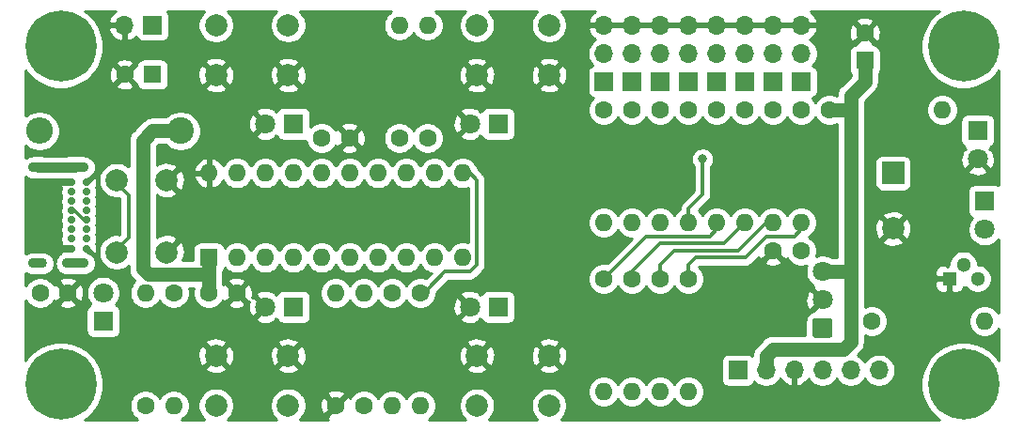
<source format=gbr>
%TF.GenerationSoftware,KiCad,Pcbnew,(5.1.10-1-10_14)*%
%TF.CreationDate,2021-05-17T23:03:08-04:00*%
%TF.ProjectId,UBMP4.1,55424d50-342e-4312-9e6b-696361645f70,0*%
%TF.SameCoordinates,Original*%
%TF.FileFunction,Copper,L1,Top*%
%TF.FilePolarity,Positive*%
%FSLAX46Y46*%
G04 Gerber Fmt 4.6, Leading zero omitted, Abs format (unit mm)*
G04 Created by KiCad (PCBNEW (5.1.10-1-10_14)) date 2021-05-17 23:03:08*
%MOMM*%
%LPD*%
G01*
G04 APERTURE LIST*
%TA.AperFunction,ComponentPad*%
%ADD10R,1.800000X1.800000*%
%TD*%
%TA.AperFunction,ComponentPad*%
%ADD11C,1.800000*%
%TD*%
%TA.AperFunction,ComponentPad*%
%ADD12C,2.000000*%
%TD*%
%TA.AperFunction,ComponentPad*%
%ADD13R,2.000000X2.000000*%
%TD*%
%TA.AperFunction,ComponentPad*%
%ADD14O,1.600000X1.600000*%
%TD*%
%TA.AperFunction,ComponentPad*%
%ADD15C,1.600000*%
%TD*%
%TA.AperFunction,ComponentPad*%
%ADD16R,1.700000X1.700000*%
%TD*%
%TA.AperFunction,ComponentPad*%
%ADD17O,1.700000X1.700000*%
%TD*%
%TA.AperFunction,ComponentPad*%
%ADD18O,1.700000X0.900000*%
%TD*%
%TA.AperFunction,ComponentPad*%
%ADD19O,2.400000X0.900000*%
%TD*%
%TA.AperFunction,ComponentPad*%
%ADD20C,0.700000*%
%TD*%
%TA.AperFunction,ComponentPad*%
%ADD21R,1.600000X1.600000*%
%TD*%
%TA.AperFunction,ComponentPad*%
%ADD22R,1.300000X1.300000*%
%TD*%
%TA.AperFunction,ComponentPad*%
%ADD23C,1.300000*%
%TD*%
%TA.AperFunction,ComponentPad*%
%ADD24C,6.400000*%
%TD*%
%TA.AperFunction,ComponentPad*%
%ADD25O,2.400000X2.400000*%
%TD*%
%TA.AperFunction,ComponentPad*%
%ADD26C,2.400000*%
%TD*%
%TA.AperFunction,ViaPad*%
%ADD27C,0.812800*%
%TD*%
%TA.AperFunction,Conductor*%
%ADD28C,0.635000*%
%TD*%
%TA.AperFunction,Conductor*%
%ADD29C,1.270000*%
%TD*%
%TA.AperFunction,Conductor*%
%ADD30C,0.889000*%
%TD*%
%TA.AperFunction,Conductor*%
%ADD31C,0.304800*%
%TD*%
%TA.AperFunction,Conductor*%
%ADD32C,0.254000*%
%TD*%
%TA.AperFunction,Conductor*%
%ADD33C,0.100000*%
%TD*%
G04 APERTURE END LIST*
D10*
%TO.P,D2,2*%
%TO.N,Net-(D2-Pad2)*%
X188595000Y-100330000D03*
D11*
%TO.P,D2,1*%
%TO.N,Net-(D2-Pad1)*%
X188595000Y-102870000D03*
%TD*%
D10*
%TO.P,D6,2*%
%TO.N,Net-(D6-Pad2)*%
X126365000Y-109855000D03*
D11*
%TO.P,D6,1*%
%TO.N,GND*%
X123825000Y-109855000D03*
%TD*%
D10*
%TO.P,D5,2*%
%TO.N,Net-(D5-Pad2)*%
X144780000Y-109855000D03*
D11*
%TO.P,D5,1*%
%TO.N,GND*%
X142240000Y-109855000D03*
%TD*%
D10*
%TO.P,D4,2*%
%TO.N,Net-(D4-Pad2)*%
X144780000Y-93345000D03*
D11*
%TO.P,D4,1*%
%TO.N,GND*%
X142240000Y-93345000D03*
%TD*%
D10*
%TO.P,D3,2*%
%TO.N,Net-(D3-Pad2)*%
X126365000Y-93345000D03*
D11*
%TO.P,D3,1*%
%TO.N,GND*%
X123825000Y-93345000D03*
%TD*%
D10*
%TO.P,D1,2*%
%TO.N,Net-(D1-Pad2)*%
X109220000Y-111125000D03*
D11*
%TO.P,D1,1*%
%TO.N,Net-(D1-Pad1)*%
X109220000Y-108585000D03*
%TD*%
D12*
%TO.P,LS1,2*%
%TO.N,GND*%
X180340000Y-102790000D03*
D13*
%TO.P,LS1,1*%
%TO.N,Net-(LS1-Pad1)*%
X180340000Y-97790000D03*
%TD*%
D14*
%TO.P,R9,2*%
%TO.N,Net-(D4-Pad2)*%
X156845000Y-117475000D03*
D15*
%TO.P,R9,1*%
%TO.N,Net-(R17-Pad2)*%
X156845000Y-107315000D03*
%TD*%
D14*
%TO.P,R11,2*%
%TO.N,Net-(D6-Pad2)*%
X161925000Y-117475000D03*
D15*
%TO.P,R11,1*%
%TO.N,Net-(R11-Pad1)*%
X161925000Y-107315000D03*
%TD*%
D16*
%TO.P,H9,1*%
%TO.N,/Vpp*%
X166370000Y-115570000D03*
D17*
%TO.P,H9,2*%
%TO.N,+5V*%
X168910000Y-115570000D03*
%TO.P,H9,3*%
%TO.N,GND*%
X171450000Y-115570000D03*
%TO.P,H9,4*%
%TO.N,Net-(H9-Pad4)*%
X173990000Y-115570000D03*
%TO.P,H9,5*%
%TO.N,Net-(H9-Pad5)*%
X176530000Y-115570000D03*
%TO.P,H9,6*%
%TO.N,Net-(H9-Pad6)*%
X179070000Y-115570000D03*
%TD*%
D14*
%TO.P,R19,2*%
%TO.N,Net-(R11-Pad1)*%
X172085000Y-102235000D03*
D15*
%TO.P,R19,1*%
%TO.N,Net-(H8-Pad1)*%
X172085000Y-92075000D03*
%TD*%
D14*
%TO.P,R18,2*%
%TO.N,Net-(R10-Pad1)*%
X169545000Y-102235000D03*
D15*
%TO.P,R18,1*%
%TO.N,Net-(H7-Pad1)*%
X169545000Y-92075000D03*
%TD*%
D14*
%TO.P,R17,2*%
%TO.N,Net-(R17-Pad2)*%
X167005000Y-102235000D03*
D15*
%TO.P,R17,1*%
%TO.N,Net-(H6-Pad1)*%
X167005000Y-92075000D03*
%TD*%
D14*
%TO.P,R16,2*%
%TO.N,Net-(R16-Pad2)*%
X164465000Y-102235000D03*
D15*
%TO.P,R16,1*%
%TO.N,Net-(H5-Pad1)*%
X164465000Y-92075000D03*
%TD*%
D18*
%TO.P,J1,S1*%
%TO.N,Net-(C3-Pad2)*%
X103336000Y-105928200D03*
X103336000Y-97278200D03*
D19*
X106716000Y-105928200D03*
X106716000Y-97278200D03*
D20*
%TO.P,J1,B6*%
%TO.N,/D+*%
X106346000Y-102028200D03*
%TO.P,J1,B1*%
%TO.N,GND*%
X106346000Y-104578200D03*
%TO.P,J1,B4*%
%TO.N,Net-(FB1-Pad2)*%
X106346000Y-103728200D03*
%TO.P,J1,B5*%
%TO.N,Net-(J1-PadB5)*%
X106346000Y-102878200D03*
%TO.P,J1,B12*%
%TO.N,GND*%
X106346000Y-98628200D03*
%TO.P,J1,B8*%
%TO.N,Net-(J1-PadB8)*%
X106346000Y-100328200D03*
%TO.P,J1,B7*%
%TO.N,/D-*%
X106346000Y-101178200D03*
%TO.P,J1,B9*%
%TO.N,Net-(FB1-Pad2)*%
X106346000Y-99478200D03*
%TO.P,J1,A12*%
%TO.N,GND*%
X107696000Y-104578200D03*
%TO.P,J1,A9*%
%TO.N,Net-(FB1-Pad2)*%
X107696000Y-103728200D03*
%TO.P,J1,A8*%
%TO.N,Net-(J1-PadA8)*%
X107696000Y-102878200D03*
%TO.P,J1,A7*%
%TO.N,/D-*%
X107696000Y-102028200D03*
%TO.P,J1,A6*%
%TO.N,/D+*%
X107696000Y-101178200D03*
%TO.P,J1,A5*%
%TO.N,Net-(J1-PadA5)*%
X107696000Y-100328200D03*
%TO.P,J1,A4*%
%TO.N,Net-(FB1-Pad2)*%
X107696000Y-99478200D03*
%TO.P,J1,A1*%
%TO.N,GND*%
X107696000Y-98628200D03*
%TD*%
D17*
%TO.P,BT1,2*%
%TO.N,GND*%
X111125000Y-84455000D03*
D16*
%TO.P,BT1,1*%
%TO.N,+5V*%
X113665000Y-84455000D03*
%TD*%
D12*
%TO.P,SW3,1*%
%TO.N,GND*%
X142875000Y-88955000D03*
%TO.P,SW3,2*%
%TO.N,Net-(R4-Pad2)*%
X142875000Y-84455000D03*
%TO.P,SW3,1*%
%TO.N,GND*%
X149375000Y-88955000D03*
%TO.P,SW3,2*%
%TO.N,Net-(R4-Pad2)*%
X149375000Y-84455000D03*
%TD*%
D11*
%TO.P,U2,3*%
%TO.N,+5V*%
X173990000Y-106680000D03*
%TO.P,U2,2*%
%TO.N,GND*%
X173990000Y-109220000D03*
%TO.P,U2,1*%
%TO.N,Net-(R14-Pad2)*%
%TA.AperFunction,ComponentPad*%
G36*
G01*
X174639800Y-112660000D02*
X173340200Y-112660000D01*
G75*
G02*
X173090000Y-112409800I0J250200D01*
G01*
X173090000Y-111110200D01*
G75*
G02*
X173340200Y-110860000I250200J0D01*
G01*
X174639800Y-110860000D01*
G75*
G02*
X174890000Y-111110200I0J-250200D01*
G01*
X174890000Y-112409800D01*
G75*
G02*
X174639800Y-112660000I-250200J0D01*
G01*
G37*
%TD.AperFunction*%
%TD*%
D14*
%TO.P,U1,20*%
%TO.N,GND*%
X118745000Y-97790000D03*
%TO.P,U1,10*%
%TO.N,Net-(R6-Pad1)*%
X141605000Y-105410000D03*
%TO.P,U1,19*%
%TO.N,/D+*%
X121285000Y-97790000D03*
%TO.P,U1,9*%
%TO.N,Net-(R11-Pad1)*%
X139065000Y-105410000D03*
%TO.P,U1,18*%
%TO.N,/D-*%
X123825000Y-97790000D03*
%TO.P,U1,8*%
%TO.N,Net-(R10-Pad1)*%
X136525000Y-105410000D03*
%TO.P,U1,17*%
%TO.N,Net-(C4-Pad1)*%
X126365000Y-97790000D03*
%TO.P,U1,7*%
%TO.N,Net-(Q1-Pad1)*%
X133985000Y-105410000D03*
%TO.P,U1,16*%
%TO.N,Net-(H9-Pad4)*%
X128905000Y-97790000D03*
%TO.P,U1,6*%
%TO.N,Net-(R16-Pad2)*%
X131445000Y-105410000D03*
%TO.P,U1,15*%
%TO.N,Net-(H9-Pad5)*%
X131445000Y-97790000D03*
%TO.P,U1,5*%
%TO.N,Net-(R17-Pad2)*%
X128905000Y-105410000D03*
%TO.P,U1,14*%
%TO.N,Net-(R14-Pad2)*%
X133985000Y-97790000D03*
%TO.P,U1,4*%
%TO.N,/Vpp*%
X126365000Y-105410000D03*
%TO.P,U1,13*%
%TO.N,Net-(R3-Pad1)*%
X136525000Y-97790000D03*
%TO.P,U1,3*%
%TO.N,Net-(LS1-Pad1)*%
X123825000Y-105410000D03*
%TO.P,U1,12*%
%TO.N,Net-(R4-Pad1)*%
X139065000Y-97790000D03*
%TO.P,U1,2*%
%TO.N,Net-(D1-Pad1)*%
X121285000Y-105410000D03*
%TO.P,U1,11*%
%TO.N,Net-(R5-Pad1)*%
X141605000Y-97790000D03*
D21*
%TO.P,U1,1*%
%TO.N,+5V*%
X118745000Y-105410000D03*
%TD*%
D12*
%TO.P,SW5,1*%
%TO.N,GND*%
X125880000Y-114245000D03*
%TO.P,SW5,2*%
%TO.N,Net-(R6-Pad2)*%
X125880000Y-118745000D03*
%TO.P,SW5,1*%
%TO.N,GND*%
X119380000Y-114245000D03*
%TO.P,SW5,2*%
%TO.N,Net-(R6-Pad2)*%
X119380000Y-118745000D03*
%TD*%
%TO.P,SW4,1*%
%TO.N,GND*%
X149375000Y-114245000D03*
%TO.P,SW4,2*%
%TO.N,Net-(R5-Pad2)*%
X149375000Y-118745000D03*
%TO.P,SW4,1*%
%TO.N,GND*%
X142875000Y-114245000D03*
%TO.P,SW4,2*%
%TO.N,Net-(R5-Pad2)*%
X142875000Y-118745000D03*
%TD*%
%TO.P,SW2,1*%
%TO.N,GND*%
X119380000Y-88955000D03*
%TO.P,SW2,2*%
%TO.N,Net-(R3-Pad2)*%
X119380000Y-84455000D03*
%TO.P,SW2,1*%
%TO.N,GND*%
X125880000Y-88955000D03*
%TO.P,SW2,2*%
%TO.N,Net-(R3-Pad2)*%
X125880000Y-84455000D03*
%TD*%
%TO.P,SW1,1*%
%TO.N,GND*%
X114935000Y-104925000D03*
%TO.P,SW1,2*%
%TO.N,Net-(R1-Pad1)*%
X110435000Y-104925000D03*
%TO.P,SW1,1*%
%TO.N,GND*%
X114935000Y-98425000D03*
%TO.P,SW1,2*%
%TO.N,Net-(R1-Pad1)*%
X110435000Y-98425000D03*
%TD*%
D14*
%TO.P,R21,2*%
%TO.N,Net-(Q2-Pad2)*%
X188595000Y-111125000D03*
D15*
%TO.P,R21,1*%
%TO.N,Net-(R17-Pad2)*%
X178435000Y-111125000D03*
%TD*%
D14*
%TO.P,R22,2*%
%TO.N,Net-(D2-Pad2)*%
X184785000Y-92075000D03*
D15*
%TO.P,R22,1*%
%TO.N,+5V*%
X174625000Y-92075000D03*
%TD*%
D14*
%TO.P,R20,2*%
%TO.N,Net-(LS1-Pad1)*%
X130175000Y-108585000D03*
D15*
%TO.P,R20,1*%
%TO.N,GND*%
X130175000Y-118745000D03*
%TD*%
D14*
%TO.P,R15,2*%
%TO.N,Net-(Q1-Pad1)*%
X161925000Y-102235000D03*
D15*
%TO.P,R15,1*%
%TO.N,Net-(H4-Pad1)*%
X161925000Y-92075000D03*
%TD*%
D14*
%TO.P,R14,2*%
%TO.N,Net-(R14-Pad2)*%
X159385000Y-102235000D03*
D15*
%TO.P,R14,1*%
%TO.N,Net-(H3-Pad1)*%
X159385000Y-92075000D03*
%TD*%
D14*
%TO.P,R13,2*%
%TO.N,Net-(H9-Pad5)*%
X156845000Y-102235000D03*
D15*
%TO.P,R13,1*%
%TO.N,Net-(H2-Pad1)*%
X156845000Y-92075000D03*
%TD*%
D14*
%TO.P,R12,2*%
%TO.N,Net-(H9-Pad4)*%
X154305000Y-102235000D03*
D15*
%TO.P,R12,1*%
%TO.N,Net-(H1-Pad1)*%
X154305000Y-92075000D03*
%TD*%
D14*
%TO.P,R10,2*%
%TO.N,Net-(D5-Pad2)*%
X159385000Y-117475000D03*
D15*
%TO.P,R10,1*%
%TO.N,Net-(R10-Pad1)*%
X159385000Y-107315000D03*
%TD*%
D14*
%TO.P,R8,2*%
%TO.N,Net-(D3-Pad2)*%
X154305000Y-117475000D03*
D15*
%TO.P,R8,1*%
%TO.N,Net-(R16-Pad2)*%
X154305000Y-107315000D03*
%TD*%
D14*
%TO.P,R7,2*%
%TO.N,Net-(Q1-Pad1)*%
X132715000Y-108585000D03*
D15*
%TO.P,R7,1*%
%TO.N,+5V*%
X132715000Y-118745000D03*
%TD*%
D14*
%TO.P,R6,2*%
%TO.N,Net-(R6-Pad2)*%
X135255000Y-118745000D03*
D15*
%TO.P,R6,1*%
%TO.N,Net-(R6-Pad1)*%
X135255000Y-108585000D03*
%TD*%
D14*
%TO.P,R5,2*%
%TO.N,Net-(R5-Pad2)*%
X137795000Y-118745000D03*
D15*
%TO.P,R5,1*%
%TO.N,Net-(R5-Pad1)*%
X137795000Y-108585000D03*
%TD*%
D14*
%TO.P,R4,2*%
%TO.N,Net-(R4-Pad2)*%
X138430000Y-84455000D03*
D15*
%TO.P,R4,1*%
%TO.N,Net-(R4-Pad1)*%
X138430000Y-94615000D03*
%TD*%
D14*
%TO.P,R3,2*%
%TO.N,Net-(R3-Pad2)*%
X135890000Y-84455000D03*
D15*
%TO.P,R3,1*%
%TO.N,Net-(R3-Pad1)*%
X135890000Y-94615000D03*
%TD*%
D14*
%TO.P,R2,2*%
%TO.N,+5V*%
X115570000Y-118745000D03*
D15*
%TO.P,R2,1*%
%TO.N,Net-(D1-Pad2)*%
X115570000Y-108585000D03*
%TD*%
D14*
%TO.P,R1,2*%
%TO.N,/Vpp*%
X113030000Y-108585000D03*
D15*
%TO.P,R1,1*%
%TO.N,Net-(R1-Pad1)*%
X113030000Y-118745000D03*
%TD*%
D22*
%TO.P,Q2,1*%
%TO.N,GND*%
X185420000Y-107315000D03*
D23*
%TO.P,Q2,3*%
%TO.N,Net-(D2-Pad1)*%
X187960000Y-107315000D03*
%TO.P,Q2,2*%
%TO.N,Net-(Q2-Pad2)*%
X186690000Y-106045000D03*
%TD*%
D11*
%TO.P,Q1,2*%
%TO.N,GND*%
X187960000Y-96520000D03*
D10*
%TO.P,Q1,1*%
%TO.N,Net-(Q1-Pad1)*%
X187960000Y-93980000D03*
%TD*%
D24*
%TO.P,MH4,1*%
%TO.N,N/C*%
X105410000Y-116840000D03*
%TD*%
%TO.P,MH3,1*%
%TO.N,N/C*%
X186690000Y-116840000D03*
%TD*%
%TO.P,MH2,1*%
%TO.N,N/C*%
X186690000Y-86360000D03*
%TD*%
%TO.P,MH1,1*%
%TO.N,N/C*%
X105410000Y-86360000D03*
%TD*%
D17*
%TO.P,H8,3*%
%TO.N,GND*%
X172085000Y-84455000D03*
%TO.P,H8,2*%
%TO.N,+5V*%
X172085000Y-86995000D03*
D16*
%TO.P,H8,1*%
%TO.N,Net-(H8-Pad1)*%
X172085000Y-89535000D03*
%TD*%
D17*
%TO.P,H7,3*%
%TO.N,GND*%
X169545000Y-84455000D03*
%TO.P,H7,2*%
%TO.N,+5V*%
X169545000Y-86995000D03*
D16*
%TO.P,H7,1*%
%TO.N,Net-(H7-Pad1)*%
X169545000Y-89535000D03*
%TD*%
D17*
%TO.P,H6,3*%
%TO.N,GND*%
X167005000Y-84455000D03*
%TO.P,H6,2*%
%TO.N,+5V*%
X167005000Y-86995000D03*
D16*
%TO.P,H6,1*%
%TO.N,Net-(H6-Pad1)*%
X167005000Y-89535000D03*
%TD*%
D17*
%TO.P,H5,3*%
%TO.N,GND*%
X164465000Y-84455000D03*
%TO.P,H5,2*%
%TO.N,+5V*%
X164465000Y-86995000D03*
D16*
%TO.P,H5,1*%
%TO.N,Net-(H5-Pad1)*%
X164465000Y-89535000D03*
%TD*%
D17*
%TO.P,H4,3*%
%TO.N,GND*%
X161925000Y-84455000D03*
%TO.P,H4,2*%
%TO.N,+5V*%
X161925000Y-86995000D03*
D16*
%TO.P,H4,1*%
%TO.N,Net-(H4-Pad1)*%
X161925000Y-89535000D03*
%TD*%
D17*
%TO.P,H3,3*%
%TO.N,GND*%
X159385000Y-84455000D03*
%TO.P,H3,2*%
%TO.N,+5V*%
X159385000Y-86995000D03*
D16*
%TO.P,H3,1*%
%TO.N,Net-(H3-Pad1)*%
X159385000Y-89535000D03*
%TD*%
D17*
%TO.P,H2,3*%
%TO.N,GND*%
X156845000Y-84455000D03*
%TO.P,H2,2*%
%TO.N,+5V*%
X156845000Y-86995000D03*
D16*
%TO.P,H2,1*%
%TO.N,Net-(H2-Pad1)*%
X156845000Y-89535000D03*
%TD*%
D17*
%TO.P,H1,3*%
%TO.N,GND*%
X154305000Y-84455000D03*
%TO.P,H1,2*%
%TO.N,+5V*%
X154305000Y-86995000D03*
D16*
%TO.P,H1,1*%
%TO.N,Net-(H1-Pad1)*%
X154305000Y-89535000D03*
%TD*%
D25*
%TO.P,FB1,2*%
%TO.N,Net-(FB1-Pad2)*%
X103505000Y-93980000D03*
D26*
%TO.P,FB1,1*%
%TO.N,+5V*%
X116205000Y-93980000D03*
%TD*%
D15*
%TO.P,C6,2*%
%TO.N,GND*%
X177800000Y-85130000D03*
D21*
%TO.P,C6,1*%
%TO.N,+5V*%
X177800000Y-87630000D03*
%TD*%
D15*
%TO.P,C5,2*%
%TO.N,GND*%
X169545000Y-104775000D03*
%TO.P,C5,1*%
%TO.N,+5V*%
X172045000Y-104775000D03*
%TD*%
%TO.P,C4,2*%
%TO.N,GND*%
X131405000Y-94615000D03*
%TO.P,C4,1*%
%TO.N,Net-(C4-Pad1)*%
X128905000Y-94615000D03*
%TD*%
%TO.P,C3,2*%
%TO.N,Net-(C3-Pad2)*%
X103545000Y-108585000D03*
%TO.P,C3,1*%
%TO.N,GND*%
X106045000Y-108585000D03*
%TD*%
%TO.P,C2,2*%
%TO.N,GND*%
X121245000Y-108585000D03*
%TO.P,C2,1*%
%TO.N,+5V*%
X118745000Y-108585000D03*
%TD*%
%TO.P,C1,2*%
%TO.N,GND*%
X111165000Y-88900000D03*
D21*
%TO.P,C1,1*%
%TO.N,+5V*%
X113665000Y-88900000D03*
%TD*%
D27*
%TO.N,Net-(Q1-Pad1)*%
X163195000Y-96520000D03*
%TD*%
D28*
%TO.N,GND*%
X106327000Y-104597200D02*
X106346000Y-104578200D01*
X106346000Y-98628200D02*
X105054400Y-98628200D01*
X105054400Y-104597200D02*
X106327000Y-104597200D01*
X105054400Y-98628200D02*
X105054400Y-104597200D01*
D29*
%TO.N,+5V*%
X118745000Y-106680000D02*
X118745000Y-108585000D01*
X118745000Y-105410000D02*
X118745000Y-106680000D01*
X118491000Y-106934000D02*
X118745000Y-106680000D01*
X112776000Y-94869000D02*
X112776000Y-106426000D01*
X113665000Y-93980000D02*
X112776000Y-94869000D01*
X113284000Y-106934000D02*
X118491000Y-106934000D01*
X112776000Y-106426000D02*
X113284000Y-106934000D01*
X116205000Y-93980000D02*
X113665000Y-93980000D01*
X176530000Y-106680000D02*
X173990000Y-106680000D01*
X177800000Y-89535000D02*
X176530000Y-90805000D01*
X177800000Y-87630000D02*
X177800000Y-89535000D01*
X176530000Y-92075000D02*
X174625000Y-92075000D01*
X176530000Y-90805000D02*
X176530000Y-92075000D01*
X176530000Y-92075000D02*
X176530000Y-106680000D01*
X176530000Y-106680000D02*
X176530000Y-113030000D01*
X176530000Y-113030000D02*
X175895000Y-113665000D01*
X175895000Y-113665000D02*
X169545000Y-113665000D01*
X169545000Y-113665000D02*
X168910000Y-114300000D01*
X168910000Y-114300000D02*
X168910000Y-115570000D01*
D30*
%TO.N,Net-(C3-Pad2)*%
X106716000Y-97278200D02*
X103336000Y-97278200D01*
D31*
%TO.N,Net-(H7-Pad1)*%
X169545000Y-89535000D02*
X169545000Y-90170000D01*
%TO.N,Net-(Q1-Pad1)*%
X163195000Y-99695000D02*
X163195000Y-96520000D01*
X161925000Y-100965000D02*
X163195000Y-99695000D01*
X161925000Y-102235000D02*
X161925000Y-100965000D01*
%TO.N,Net-(R1-Pad1)*%
X111506000Y-103600000D02*
X110181000Y-104925000D01*
X111506000Y-99750000D02*
X111506000Y-103600000D01*
X110181000Y-98425000D02*
X111506000Y-99750000D01*
%TO.N,Net-(R5-Pad1)*%
X138430000Y-108267500D02*
X138430000Y-108585000D01*
X140017500Y-106680000D02*
X138430000Y-108267500D01*
X142240000Y-106680000D02*
X140017500Y-106680000D01*
X142875000Y-106045000D02*
X142240000Y-106680000D01*
X142875000Y-98425000D02*
X142875000Y-106045000D01*
X142240000Y-97790000D02*
X142875000Y-98425000D01*
X141605000Y-97790000D02*
X142240000Y-97790000D01*
%TO.N,/D-*%
X106613800Y-101178200D02*
X106346000Y-101178200D01*
X107696000Y-102028200D02*
X107463800Y-102028200D01*
X107463800Y-102028200D02*
X106613800Y-101178200D01*
%TO.N,Net-(R10-Pad1)*%
X160655000Y-104775000D02*
X159385000Y-106045000D01*
X166370000Y-104775000D02*
X160655000Y-104775000D01*
X168910000Y-102235000D02*
X166370000Y-104775000D01*
X159385000Y-106045000D02*
X159385000Y-107315000D01*
X169545000Y-102235000D02*
X168910000Y-102235000D01*
%TO.N,Net-(R11-Pad1)*%
X161925000Y-106045000D02*
X161925000Y-107315000D01*
X172085000Y-102870000D02*
X171450000Y-103505000D01*
X168977473Y-103505000D02*
X167072473Y-105410000D01*
X171450000Y-103505000D02*
X168977473Y-103505000D01*
X162560000Y-105410000D02*
X161925000Y-106045000D01*
X167072473Y-105410000D02*
X162560000Y-105410000D01*
X172085000Y-102235000D02*
X172085000Y-102870000D01*
%TO.N,Net-(R16-Pad2)*%
X158115000Y-103505000D02*
X154305000Y-107315000D01*
X164465000Y-102870000D02*
X163830000Y-103505000D01*
X163830000Y-103505000D02*
X158115000Y-103505000D01*
X164465000Y-102235000D02*
X164465000Y-102870000D01*
%TO.N,Net-(R17-Pad2)*%
X156845000Y-106680000D02*
X156845000Y-107315000D01*
X159385000Y-104140000D02*
X156845000Y-106680000D01*
X165100000Y-104140000D02*
X159385000Y-104140000D01*
X167005000Y-102235000D02*
X165100000Y-104140000D01*
%TD*%
D32*
%TO.N,GND*%
X110124731Y-83357412D02*
X109929822Y-83573645D01*
X109780843Y-83823748D01*
X109683519Y-84098109D01*
X109804186Y-84328000D01*
X110998000Y-84328000D01*
X110998000Y-84308000D01*
X111252000Y-84308000D01*
X111252000Y-84328000D01*
X111272000Y-84328000D01*
X111272000Y-84582000D01*
X111252000Y-84582000D01*
X111252000Y-85775155D01*
X111481890Y-85896476D01*
X111629099Y-85851825D01*
X111891920Y-85726641D01*
X112125269Y-85552588D01*
X112201034Y-85468534D01*
X112225498Y-85549180D01*
X112284463Y-85659494D01*
X112363815Y-85756185D01*
X112460506Y-85835537D01*
X112570820Y-85894502D01*
X112690518Y-85930812D01*
X112815000Y-85943072D01*
X114515000Y-85943072D01*
X114639482Y-85930812D01*
X114759180Y-85894502D01*
X114869494Y-85835537D01*
X114966185Y-85756185D01*
X115045537Y-85659494D01*
X115104502Y-85549180D01*
X115140812Y-85429482D01*
X115153072Y-85305000D01*
X115153072Y-83605000D01*
X115140812Y-83480518D01*
X115104502Y-83360820D01*
X115045537Y-83250506D01*
X115012623Y-83210400D01*
X118312361Y-83210400D01*
X118110013Y-83412748D01*
X117931082Y-83680537D01*
X117807832Y-83978088D01*
X117745000Y-84293967D01*
X117745000Y-84616033D01*
X117807832Y-84931912D01*
X117931082Y-85229463D01*
X118110013Y-85497252D01*
X118337748Y-85724987D01*
X118605537Y-85903918D01*
X118903088Y-86027168D01*
X119218967Y-86090000D01*
X119541033Y-86090000D01*
X119856912Y-86027168D01*
X120154463Y-85903918D01*
X120422252Y-85724987D01*
X120649987Y-85497252D01*
X120828918Y-85229463D01*
X120952168Y-84931912D01*
X121015000Y-84616033D01*
X121015000Y-84293967D01*
X120952168Y-83978088D01*
X120828918Y-83680537D01*
X120649987Y-83412748D01*
X120447639Y-83210400D01*
X124812361Y-83210400D01*
X124610013Y-83412748D01*
X124431082Y-83680537D01*
X124307832Y-83978088D01*
X124245000Y-84293967D01*
X124245000Y-84616033D01*
X124307832Y-84931912D01*
X124431082Y-85229463D01*
X124610013Y-85497252D01*
X124837748Y-85724987D01*
X125105537Y-85903918D01*
X125403088Y-86027168D01*
X125718967Y-86090000D01*
X126041033Y-86090000D01*
X126356912Y-86027168D01*
X126654463Y-85903918D01*
X126922252Y-85724987D01*
X127149987Y-85497252D01*
X127328918Y-85229463D01*
X127452168Y-84931912D01*
X127515000Y-84616033D01*
X127515000Y-84293967D01*
X127452168Y-83978088D01*
X127328918Y-83680537D01*
X127149987Y-83412748D01*
X126947639Y-83210400D01*
X135169745Y-83210400D01*
X134975241Y-83340363D01*
X134775363Y-83540241D01*
X134618320Y-83775273D01*
X134510147Y-84036426D01*
X134455000Y-84313665D01*
X134455000Y-84596335D01*
X134510147Y-84873574D01*
X134618320Y-85134727D01*
X134775363Y-85369759D01*
X134975241Y-85569637D01*
X135210273Y-85726680D01*
X135471426Y-85834853D01*
X135748665Y-85890000D01*
X136031335Y-85890000D01*
X136308574Y-85834853D01*
X136569727Y-85726680D01*
X136804759Y-85569637D01*
X137004637Y-85369759D01*
X137160000Y-85137241D01*
X137315363Y-85369759D01*
X137515241Y-85569637D01*
X137750273Y-85726680D01*
X138011426Y-85834853D01*
X138288665Y-85890000D01*
X138571335Y-85890000D01*
X138848574Y-85834853D01*
X139109727Y-85726680D01*
X139344759Y-85569637D01*
X139544637Y-85369759D01*
X139701680Y-85134727D01*
X139809853Y-84873574D01*
X139865000Y-84596335D01*
X139865000Y-84313665D01*
X139809853Y-84036426D01*
X139701680Y-83775273D01*
X139544637Y-83540241D01*
X139344759Y-83340363D01*
X139150255Y-83210400D01*
X141807361Y-83210400D01*
X141605013Y-83412748D01*
X141426082Y-83680537D01*
X141302832Y-83978088D01*
X141240000Y-84293967D01*
X141240000Y-84616033D01*
X141302832Y-84931912D01*
X141426082Y-85229463D01*
X141605013Y-85497252D01*
X141832748Y-85724987D01*
X142100537Y-85903918D01*
X142398088Y-86027168D01*
X142713967Y-86090000D01*
X143036033Y-86090000D01*
X143351912Y-86027168D01*
X143649463Y-85903918D01*
X143917252Y-85724987D01*
X144144987Y-85497252D01*
X144323918Y-85229463D01*
X144447168Y-84931912D01*
X144510000Y-84616033D01*
X144510000Y-84293967D01*
X144447168Y-83978088D01*
X144323918Y-83680537D01*
X144144987Y-83412748D01*
X143942639Y-83210400D01*
X148307361Y-83210400D01*
X148105013Y-83412748D01*
X147926082Y-83680537D01*
X147802832Y-83978088D01*
X147740000Y-84293967D01*
X147740000Y-84616033D01*
X147802832Y-84931912D01*
X147926082Y-85229463D01*
X148105013Y-85497252D01*
X148332748Y-85724987D01*
X148600537Y-85903918D01*
X148898088Y-86027168D01*
X149213967Y-86090000D01*
X149536033Y-86090000D01*
X149851912Y-86027168D01*
X150149463Y-85903918D01*
X150417252Y-85724987D01*
X150644987Y-85497252D01*
X150823918Y-85229463D01*
X150947168Y-84931912D01*
X151010000Y-84616033D01*
X151010000Y-84293967D01*
X150947168Y-83978088D01*
X150823918Y-83680537D01*
X150644987Y-83412748D01*
X150442639Y-83210400D01*
X153506614Y-83210400D01*
X153423645Y-83259822D01*
X153207412Y-83454731D01*
X153033359Y-83688080D01*
X152908175Y-83950901D01*
X152863524Y-84098110D01*
X152984845Y-84328000D01*
X154178000Y-84328000D01*
X154178000Y-84308000D01*
X154432000Y-84308000D01*
X154432000Y-84328000D01*
X156718000Y-84328000D01*
X156718000Y-84308000D01*
X156972000Y-84308000D01*
X156972000Y-84328000D01*
X159258000Y-84328000D01*
X159258000Y-84308000D01*
X159512000Y-84308000D01*
X159512000Y-84328000D01*
X161798000Y-84328000D01*
X161798000Y-84308000D01*
X162052000Y-84308000D01*
X162052000Y-84328000D01*
X164338000Y-84328000D01*
X164338000Y-84308000D01*
X164592000Y-84308000D01*
X164592000Y-84328000D01*
X166878000Y-84328000D01*
X166878000Y-84308000D01*
X167132000Y-84308000D01*
X167132000Y-84328000D01*
X169418000Y-84328000D01*
X169418000Y-84308000D01*
X169672000Y-84308000D01*
X169672000Y-84328000D01*
X171958000Y-84328000D01*
X171958000Y-84308000D01*
X172212000Y-84308000D01*
X172212000Y-84328000D01*
X173405155Y-84328000D01*
X173505795Y-84137298D01*
X176986903Y-84137298D01*
X177800000Y-84950395D01*
X178613097Y-84137298D01*
X178541514Y-83893329D01*
X178286004Y-83772429D01*
X178011816Y-83703700D01*
X177729488Y-83689783D01*
X177449870Y-83731213D01*
X177183708Y-83826397D01*
X177058486Y-83893329D01*
X176986903Y-84137298D01*
X173505795Y-84137298D01*
X173526476Y-84098110D01*
X173481825Y-83950901D01*
X173356641Y-83688080D01*
X173182588Y-83454731D01*
X172966355Y-83259822D01*
X172883386Y-83210400D01*
X184500892Y-83210400D01*
X184245330Y-83381161D01*
X183711161Y-83915330D01*
X183291467Y-84543446D01*
X183002377Y-85241372D01*
X182855000Y-85982285D01*
X182855000Y-86737715D01*
X183002377Y-87478628D01*
X183291467Y-88176554D01*
X183711161Y-88804670D01*
X184245330Y-89338839D01*
X184873446Y-89758533D01*
X185571372Y-90047623D01*
X186312285Y-90195000D01*
X187067715Y-90195000D01*
X187808628Y-90047623D01*
X188506554Y-89758533D01*
X189134670Y-89338839D01*
X189668839Y-88804670D01*
X189839601Y-88549107D01*
X189839601Y-98894175D01*
X189739180Y-98840498D01*
X189619482Y-98804188D01*
X189495000Y-98791928D01*
X187695000Y-98791928D01*
X187570518Y-98804188D01*
X187450820Y-98840498D01*
X187340506Y-98899463D01*
X187243815Y-98978815D01*
X187164463Y-99075506D01*
X187105498Y-99185820D01*
X187069188Y-99305518D01*
X187056928Y-99430000D01*
X187056928Y-101230000D01*
X187069188Y-101354482D01*
X187105498Y-101474180D01*
X187164463Y-101584494D01*
X187243815Y-101681185D01*
X187340506Y-101760537D01*
X187450820Y-101819502D01*
X187469127Y-101825056D01*
X187402688Y-101891495D01*
X187234701Y-102142905D01*
X187118989Y-102422257D01*
X187060000Y-102718816D01*
X187060000Y-103021184D01*
X187118989Y-103317743D01*
X187234701Y-103597095D01*
X187402688Y-103848505D01*
X187616495Y-104062312D01*
X187867905Y-104230299D01*
X188147257Y-104346011D01*
X188443816Y-104405000D01*
X188746184Y-104405000D01*
X189042743Y-104346011D01*
X189322095Y-104230299D01*
X189573505Y-104062312D01*
X189787312Y-103848505D01*
X189839600Y-103770250D01*
X189839600Y-110404745D01*
X189709637Y-110210241D01*
X189509759Y-110010363D01*
X189274727Y-109853320D01*
X189013574Y-109745147D01*
X188736335Y-109690000D01*
X188453665Y-109690000D01*
X188176426Y-109745147D01*
X187915273Y-109853320D01*
X187680241Y-110010363D01*
X187480363Y-110210241D01*
X187323320Y-110445273D01*
X187215147Y-110706426D01*
X187160000Y-110983665D01*
X187160000Y-111266335D01*
X187215147Y-111543574D01*
X187323320Y-111804727D01*
X187480363Y-112039759D01*
X187680241Y-112239637D01*
X187915273Y-112396680D01*
X188176426Y-112504853D01*
X188453665Y-112560000D01*
X188736335Y-112560000D01*
X189013574Y-112504853D01*
X189274727Y-112396680D01*
X189509759Y-112239637D01*
X189709637Y-112039759D01*
X189839600Y-111845255D01*
X189839600Y-114650892D01*
X189668839Y-114395330D01*
X189134670Y-113861161D01*
X188506554Y-113441467D01*
X187808628Y-113152377D01*
X187067715Y-113005000D01*
X186312285Y-113005000D01*
X185571372Y-113152377D01*
X184873446Y-113441467D01*
X184245330Y-113861161D01*
X183711161Y-114395330D01*
X183291467Y-115023446D01*
X183002377Y-115721372D01*
X182855000Y-116462285D01*
X182855000Y-117217715D01*
X183002377Y-117958628D01*
X183291467Y-118656554D01*
X183711161Y-119284670D01*
X184245330Y-119818839D01*
X184500892Y-119989600D01*
X150442639Y-119989600D01*
X150644987Y-119787252D01*
X150823918Y-119519463D01*
X150947168Y-119221912D01*
X151010000Y-118906033D01*
X151010000Y-118583967D01*
X150947168Y-118268088D01*
X150823918Y-117970537D01*
X150644987Y-117702748D01*
X150417252Y-117475013D01*
X150205710Y-117333665D01*
X152870000Y-117333665D01*
X152870000Y-117616335D01*
X152925147Y-117893574D01*
X153033320Y-118154727D01*
X153190363Y-118389759D01*
X153390241Y-118589637D01*
X153625273Y-118746680D01*
X153886426Y-118854853D01*
X154163665Y-118910000D01*
X154446335Y-118910000D01*
X154723574Y-118854853D01*
X154984727Y-118746680D01*
X155219759Y-118589637D01*
X155419637Y-118389759D01*
X155575000Y-118157241D01*
X155730363Y-118389759D01*
X155930241Y-118589637D01*
X156165273Y-118746680D01*
X156426426Y-118854853D01*
X156703665Y-118910000D01*
X156986335Y-118910000D01*
X157263574Y-118854853D01*
X157524727Y-118746680D01*
X157759759Y-118589637D01*
X157959637Y-118389759D01*
X158115000Y-118157241D01*
X158270363Y-118389759D01*
X158470241Y-118589637D01*
X158705273Y-118746680D01*
X158966426Y-118854853D01*
X159243665Y-118910000D01*
X159526335Y-118910000D01*
X159803574Y-118854853D01*
X160064727Y-118746680D01*
X160299759Y-118589637D01*
X160499637Y-118389759D01*
X160655000Y-118157241D01*
X160810363Y-118389759D01*
X161010241Y-118589637D01*
X161245273Y-118746680D01*
X161506426Y-118854853D01*
X161783665Y-118910000D01*
X162066335Y-118910000D01*
X162343574Y-118854853D01*
X162604727Y-118746680D01*
X162839759Y-118589637D01*
X163039637Y-118389759D01*
X163196680Y-118154727D01*
X163304853Y-117893574D01*
X163360000Y-117616335D01*
X163360000Y-117333665D01*
X163304853Y-117056426D01*
X163196680Y-116795273D01*
X163039637Y-116560241D01*
X162839759Y-116360363D01*
X162604727Y-116203320D01*
X162343574Y-116095147D01*
X162066335Y-116040000D01*
X161783665Y-116040000D01*
X161506426Y-116095147D01*
X161245273Y-116203320D01*
X161010241Y-116360363D01*
X160810363Y-116560241D01*
X160655000Y-116792759D01*
X160499637Y-116560241D01*
X160299759Y-116360363D01*
X160064727Y-116203320D01*
X159803574Y-116095147D01*
X159526335Y-116040000D01*
X159243665Y-116040000D01*
X158966426Y-116095147D01*
X158705273Y-116203320D01*
X158470241Y-116360363D01*
X158270363Y-116560241D01*
X158115000Y-116792759D01*
X157959637Y-116560241D01*
X157759759Y-116360363D01*
X157524727Y-116203320D01*
X157263574Y-116095147D01*
X156986335Y-116040000D01*
X156703665Y-116040000D01*
X156426426Y-116095147D01*
X156165273Y-116203320D01*
X155930241Y-116360363D01*
X155730363Y-116560241D01*
X155575000Y-116792759D01*
X155419637Y-116560241D01*
X155219759Y-116360363D01*
X154984727Y-116203320D01*
X154723574Y-116095147D01*
X154446335Y-116040000D01*
X154163665Y-116040000D01*
X153886426Y-116095147D01*
X153625273Y-116203320D01*
X153390241Y-116360363D01*
X153190363Y-116560241D01*
X153033320Y-116795273D01*
X152925147Y-117056426D01*
X152870000Y-117333665D01*
X150205710Y-117333665D01*
X150149463Y-117296082D01*
X149851912Y-117172832D01*
X149536033Y-117110000D01*
X149213967Y-117110000D01*
X148898088Y-117172832D01*
X148600537Y-117296082D01*
X148332748Y-117475013D01*
X148105013Y-117702748D01*
X147926082Y-117970537D01*
X147802832Y-118268088D01*
X147740000Y-118583967D01*
X147740000Y-118906033D01*
X147802832Y-119221912D01*
X147926082Y-119519463D01*
X148105013Y-119787252D01*
X148307361Y-119989600D01*
X143942639Y-119989600D01*
X144144987Y-119787252D01*
X144323918Y-119519463D01*
X144447168Y-119221912D01*
X144510000Y-118906033D01*
X144510000Y-118583967D01*
X144447168Y-118268088D01*
X144323918Y-117970537D01*
X144144987Y-117702748D01*
X143917252Y-117475013D01*
X143649463Y-117296082D01*
X143351912Y-117172832D01*
X143036033Y-117110000D01*
X142713967Y-117110000D01*
X142398088Y-117172832D01*
X142100537Y-117296082D01*
X141832748Y-117475013D01*
X141605013Y-117702748D01*
X141426082Y-117970537D01*
X141302832Y-118268088D01*
X141240000Y-118583967D01*
X141240000Y-118906033D01*
X141302832Y-119221912D01*
X141426082Y-119519463D01*
X141605013Y-119787252D01*
X141807361Y-119989600D01*
X138515255Y-119989600D01*
X138709759Y-119859637D01*
X138909637Y-119659759D01*
X139066680Y-119424727D01*
X139174853Y-119163574D01*
X139230000Y-118886335D01*
X139230000Y-118603665D01*
X139174853Y-118326426D01*
X139066680Y-118065273D01*
X138909637Y-117830241D01*
X138709759Y-117630363D01*
X138474727Y-117473320D01*
X138213574Y-117365147D01*
X137936335Y-117310000D01*
X137653665Y-117310000D01*
X137376426Y-117365147D01*
X137115273Y-117473320D01*
X136880241Y-117630363D01*
X136680363Y-117830241D01*
X136525000Y-118062759D01*
X136369637Y-117830241D01*
X136169759Y-117630363D01*
X135934727Y-117473320D01*
X135673574Y-117365147D01*
X135396335Y-117310000D01*
X135113665Y-117310000D01*
X134836426Y-117365147D01*
X134575273Y-117473320D01*
X134340241Y-117630363D01*
X134140363Y-117830241D01*
X133985000Y-118062759D01*
X133829637Y-117830241D01*
X133629759Y-117630363D01*
X133394727Y-117473320D01*
X133133574Y-117365147D01*
X132856335Y-117310000D01*
X132573665Y-117310000D01*
X132296426Y-117365147D01*
X132035273Y-117473320D01*
X131800241Y-117630363D01*
X131600363Y-117830241D01*
X131444085Y-118064128D01*
X131411671Y-118003486D01*
X131167702Y-117931903D01*
X130354605Y-118745000D01*
X130368748Y-118759143D01*
X130189143Y-118938748D01*
X130175000Y-118924605D01*
X129361903Y-119737702D01*
X129433486Y-119981671D01*
X129450243Y-119989600D01*
X126947639Y-119989600D01*
X127149987Y-119787252D01*
X127328918Y-119519463D01*
X127452168Y-119221912D01*
X127515000Y-118906033D01*
X127515000Y-118815512D01*
X128734783Y-118815512D01*
X128776213Y-119095130D01*
X128871397Y-119361292D01*
X128938329Y-119486514D01*
X129182298Y-119558097D01*
X129995395Y-118745000D01*
X129182298Y-117931903D01*
X128938329Y-118003486D01*
X128817429Y-118258996D01*
X128748700Y-118533184D01*
X128734783Y-118815512D01*
X127515000Y-118815512D01*
X127515000Y-118583967D01*
X127452168Y-118268088D01*
X127328918Y-117970537D01*
X127183096Y-117752298D01*
X129361903Y-117752298D01*
X130175000Y-118565395D01*
X130988097Y-117752298D01*
X130916514Y-117508329D01*
X130661004Y-117387429D01*
X130386816Y-117318700D01*
X130104488Y-117304783D01*
X129824870Y-117346213D01*
X129558708Y-117441397D01*
X129433486Y-117508329D01*
X129361903Y-117752298D01*
X127183096Y-117752298D01*
X127149987Y-117702748D01*
X126922252Y-117475013D01*
X126654463Y-117296082D01*
X126356912Y-117172832D01*
X126041033Y-117110000D01*
X125718967Y-117110000D01*
X125403088Y-117172832D01*
X125105537Y-117296082D01*
X124837748Y-117475013D01*
X124610013Y-117702748D01*
X124431082Y-117970537D01*
X124307832Y-118268088D01*
X124245000Y-118583967D01*
X124245000Y-118906033D01*
X124307832Y-119221912D01*
X124431082Y-119519463D01*
X124610013Y-119787252D01*
X124812361Y-119989600D01*
X120447639Y-119989600D01*
X120649987Y-119787252D01*
X120828918Y-119519463D01*
X120952168Y-119221912D01*
X121015000Y-118906033D01*
X121015000Y-118583967D01*
X120952168Y-118268088D01*
X120828918Y-117970537D01*
X120649987Y-117702748D01*
X120422252Y-117475013D01*
X120154463Y-117296082D01*
X119856912Y-117172832D01*
X119541033Y-117110000D01*
X119218967Y-117110000D01*
X118903088Y-117172832D01*
X118605537Y-117296082D01*
X118337748Y-117475013D01*
X118110013Y-117702748D01*
X117931082Y-117970537D01*
X117807832Y-118268088D01*
X117745000Y-118583967D01*
X117745000Y-118906033D01*
X117807832Y-119221912D01*
X117931082Y-119519463D01*
X118110013Y-119787252D01*
X118312361Y-119989600D01*
X116290255Y-119989600D01*
X116484759Y-119859637D01*
X116684637Y-119659759D01*
X116841680Y-119424727D01*
X116949853Y-119163574D01*
X117005000Y-118886335D01*
X117005000Y-118603665D01*
X116949853Y-118326426D01*
X116841680Y-118065273D01*
X116684637Y-117830241D01*
X116484759Y-117630363D01*
X116249727Y-117473320D01*
X115988574Y-117365147D01*
X115711335Y-117310000D01*
X115428665Y-117310000D01*
X115151426Y-117365147D01*
X114890273Y-117473320D01*
X114655241Y-117630363D01*
X114455363Y-117830241D01*
X114300000Y-118062759D01*
X114144637Y-117830241D01*
X113944759Y-117630363D01*
X113709727Y-117473320D01*
X113448574Y-117365147D01*
X113171335Y-117310000D01*
X112888665Y-117310000D01*
X112611426Y-117365147D01*
X112350273Y-117473320D01*
X112115241Y-117630363D01*
X111915363Y-117830241D01*
X111758320Y-118065273D01*
X111650147Y-118326426D01*
X111595000Y-118603665D01*
X111595000Y-118886335D01*
X111650147Y-119163574D01*
X111758320Y-119424727D01*
X111915363Y-119659759D01*
X112115241Y-119859637D01*
X112309745Y-119989600D01*
X107599108Y-119989600D01*
X107854670Y-119818839D01*
X108388839Y-119284670D01*
X108808533Y-118656554D01*
X109097623Y-117958628D01*
X109245000Y-117217715D01*
X109245000Y-116462285D01*
X109097623Y-115721372D01*
X108956394Y-115380413D01*
X118424192Y-115380413D01*
X118519956Y-115644814D01*
X118809571Y-115785704D01*
X119121108Y-115867384D01*
X119442595Y-115886718D01*
X119761675Y-115842961D01*
X120066088Y-115737795D01*
X120240044Y-115644814D01*
X120335808Y-115380413D01*
X124924192Y-115380413D01*
X125019956Y-115644814D01*
X125309571Y-115785704D01*
X125621108Y-115867384D01*
X125942595Y-115886718D01*
X126261675Y-115842961D01*
X126566088Y-115737795D01*
X126740044Y-115644814D01*
X126835808Y-115380413D01*
X141919192Y-115380413D01*
X142014956Y-115644814D01*
X142304571Y-115785704D01*
X142616108Y-115867384D01*
X142937595Y-115886718D01*
X143256675Y-115842961D01*
X143561088Y-115737795D01*
X143735044Y-115644814D01*
X143830808Y-115380413D01*
X148419192Y-115380413D01*
X148514956Y-115644814D01*
X148804571Y-115785704D01*
X149116108Y-115867384D01*
X149437595Y-115886718D01*
X149756675Y-115842961D01*
X150061088Y-115737795D01*
X150235044Y-115644814D01*
X150330808Y-115380413D01*
X149375000Y-114424605D01*
X148419192Y-115380413D01*
X143830808Y-115380413D01*
X142875000Y-114424605D01*
X141919192Y-115380413D01*
X126835808Y-115380413D01*
X125880000Y-114424605D01*
X124924192Y-115380413D01*
X120335808Y-115380413D01*
X119380000Y-114424605D01*
X118424192Y-115380413D01*
X108956394Y-115380413D01*
X108808533Y-115023446D01*
X108388839Y-114395330D01*
X108301104Y-114307595D01*
X117738282Y-114307595D01*
X117782039Y-114626675D01*
X117887205Y-114931088D01*
X117980186Y-115105044D01*
X118244587Y-115200808D01*
X119200395Y-114245000D01*
X119559605Y-114245000D01*
X120515413Y-115200808D01*
X120779814Y-115105044D01*
X120920704Y-114815429D01*
X121002384Y-114503892D01*
X121014189Y-114307595D01*
X124238282Y-114307595D01*
X124282039Y-114626675D01*
X124387205Y-114931088D01*
X124480186Y-115105044D01*
X124744587Y-115200808D01*
X125700395Y-114245000D01*
X126059605Y-114245000D01*
X127015413Y-115200808D01*
X127279814Y-115105044D01*
X127420704Y-114815429D01*
X127502384Y-114503892D01*
X127514189Y-114307595D01*
X141233282Y-114307595D01*
X141277039Y-114626675D01*
X141382205Y-114931088D01*
X141475186Y-115105044D01*
X141739587Y-115200808D01*
X142695395Y-114245000D01*
X143054605Y-114245000D01*
X144010413Y-115200808D01*
X144274814Y-115105044D01*
X144415704Y-114815429D01*
X144497384Y-114503892D01*
X144509189Y-114307595D01*
X147733282Y-114307595D01*
X147777039Y-114626675D01*
X147882205Y-114931088D01*
X147975186Y-115105044D01*
X148239587Y-115200808D01*
X149195395Y-114245000D01*
X149554605Y-114245000D01*
X150510413Y-115200808D01*
X150774814Y-115105044D01*
X150915704Y-114815429D01*
X150997384Y-114503892D01*
X151016718Y-114182405D01*
X150972961Y-113863325D01*
X150867795Y-113558912D01*
X150774814Y-113384956D01*
X150510413Y-113289192D01*
X149554605Y-114245000D01*
X149195395Y-114245000D01*
X148239587Y-113289192D01*
X147975186Y-113384956D01*
X147834296Y-113674571D01*
X147752616Y-113986108D01*
X147733282Y-114307595D01*
X144509189Y-114307595D01*
X144516718Y-114182405D01*
X144472961Y-113863325D01*
X144367795Y-113558912D01*
X144274814Y-113384956D01*
X144010413Y-113289192D01*
X143054605Y-114245000D01*
X142695395Y-114245000D01*
X141739587Y-113289192D01*
X141475186Y-113384956D01*
X141334296Y-113674571D01*
X141252616Y-113986108D01*
X141233282Y-114307595D01*
X127514189Y-114307595D01*
X127521718Y-114182405D01*
X127477961Y-113863325D01*
X127372795Y-113558912D01*
X127279814Y-113384956D01*
X127015413Y-113289192D01*
X126059605Y-114245000D01*
X125700395Y-114245000D01*
X124744587Y-113289192D01*
X124480186Y-113384956D01*
X124339296Y-113674571D01*
X124257616Y-113986108D01*
X124238282Y-114307595D01*
X121014189Y-114307595D01*
X121021718Y-114182405D01*
X120977961Y-113863325D01*
X120872795Y-113558912D01*
X120779814Y-113384956D01*
X120515413Y-113289192D01*
X119559605Y-114245000D01*
X119200395Y-114245000D01*
X118244587Y-113289192D01*
X117980186Y-113384956D01*
X117839296Y-113674571D01*
X117757616Y-113986108D01*
X117738282Y-114307595D01*
X108301104Y-114307595D01*
X107854670Y-113861161D01*
X107226554Y-113441467D01*
X106528628Y-113152377D01*
X106313509Y-113109587D01*
X118424192Y-113109587D01*
X119380000Y-114065395D01*
X120335808Y-113109587D01*
X124924192Y-113109587D01*
X125880000Y-114065395D01*
X126835808Y-113109587D01*
X141919192Y-113109587D01*
X142875000Y-114065395D01*
X143830808Y-113109587D01*
X148419192Y-113109587D01*
X149375000Y-114065395D01*
X150330808Y-113109587D01*
X150235044Y-112845186D01*
X149945429Y-112704296D01*
X149633892Y-112622616D01*
X149312405Y-112603282D01*
X148993325Y-112647039D01*
X148688912Y-112752205D01*
X148514956Y-112845186D01*
X148419192Y-113109587D01*
X143830808Y-113109587D01*
X143735044Y-112845186D01*
X143445429Y-112704296D01*
X143133892Y-112622616D01*
X142812405Y-112603282D01*
X142493325Y-112647039D01*
X142188912Y-112752205D01*
X142014956Y-112845186D01*
X141919192Y-113109587D01*
X126835808Y-113109587D01*
X126740044Y-112845186D01*
X126450429Y-112704296D01*
X126138892Y-112622616D01*
X125817405Y-112603282D01*
X125498325Y-112647039D01*
X125193912Y-112752205D01*
X125019956Y-112845186D01*
X124924192Y-113109587D01*
X120335808Y-113109587D01*
X120240044Y-112845186D01*
X119950429Y-112704296D01*
X119638892Y-112622616D01*
X119317405Y-112603282D01*
X118998325Y-112647039D01*
X118693912Y-112752205D01*
X118519956Y-112845186D01*
X118424192Y-113109587D01*
X106313509Y-113109587D01*
X105787715Y-113005000D01*
X105032285Y-113005000D01*
X104291372Y-113152377D01*
X103593446Y-113441467D01*
X102965330Y-113861161D01*
X102431161Y-114395330D01*
X102260400Y-114650892D01*
X102260400Y-110225000D01*
X107681928Y-110225000D01*
X107681928Y-112025000D01*
X107694188Y-112149482D01*
X107730498Y-112269180D01*
X107789463Y-112379494D01*
X107868815Y-112476185D01*
X107965506Y-112555537D01*
X108075820Y-112614502D01*
X108195518Y-112650812D01*
X108320000Y-112663072D01*
X110120000Y-112663072D01*
X110244482Y-112650812D01*
X110364180Y-112614502D01*
X110474494Y-112555537D01*
X110571185Y-112476185D01*
X110650537Y-112379494D01*
X110709502Y-112269180D01*
X110745812Y-112149482D01*
X110758072Y-112025000D01*
X110758072Y-110225000D01*
X110745812Y-110100518D01*
X110709502Y-109980820D01*
X110650537Y-109870506D01*
X110571185Y-109773815D01*
X110474494Y-109694463D01*
X110364180Y-109635498D01*
X110345873Y-109629944D01*
X110412312Y-109563505D01*
X110580299Y-109312095D01*
X110696011Y-109032743D01*
X110755000Y-108736184D01*
X110755000Y-108433816D01*
X110696011Y-108137257D01*
X110580299Y-107857905D01*
X110412312Y-107606495D01*
X110198505Y-107392688D01*
X109947095Y-107224701D01*
X109667743Y-107108989D01*
X109371184Y-107050000D01*
X109068816Y-107050000D01*
X108772257Y-107108989D01*
X108492905Y-107224701D01*
X108241495Y-107392688D01*
X108027688Y-107606495D01*
X107859701Y-107857905D01*
X107743989Y-108137257D01*
X107685000Y-108433816D01*
X107685000Y-108736184D01*
X107743989Y-109032743D01*
X107859701Y-109312095D01*
X108027688Y-109563505D01*
X108094127Y-109629944D01*
X108075820Y-109635498D01*
X107965506Y-109694463D01*
X107868815Y-109773815D01*
X107789463Y-109870506D01*
X107730498Y-109980820D01*
X107694188Y-110100518D01*
X107681928Y-110225000D01*
X102260400Y-110225000D01*
X102260400Y-109233535D01*
X102273320Y-109264727D01*
X102430363Y-109499759D01*
X102630241Y-109699637D01*
X102865273Y-109856680D01*
X103126426Y-109964853D01*
X103403665Y-110020000D01*
X103686335Y-110020000D01*
X103963574Y-109964853D01*
X104224727Y-109856680D01*
X104459759Y-109699637D01*
X104581694Y-109577702D01*
X105231903Y-109577702D01*
X105303486Y-109821671D01*
X105558996Y-109942571D01*
X105833184Y-110011300D01*
X106115512Y-110025217D01*
X106395130Y-109983787D01*
X106661292Y-109888603D01*
X106786514Y-109821671D01*
X106858097Y-109577702D01*
X106045000Y-108764605D01*
X105231903Y-109577702D01*
X104581694Y-109577702D01*
X104659637Y-109499759D01*
X104793692Y-109299131D01*
X104808329Y-109326514D01*
X105052298Y-109398097D01*
X105865395Y-108585000D01*
X106224605Y-108585000D01*
X107037702Y-109398097D01*
X107281671Y-109326514D01*
X107402571Y-109071004D01*
X107471300Y-108796816D01*
X107485217Y-108514488D01*
X107443787Y-108234870D01*
X107348603Y-107968708D01*
X107281671Y-107843486D01*
X107037702Y-107771903D01*
X106224605Y-108585000D01*
X105865395Y-108585000D01*
X105052298Y-107771903D01*
X104808329Y-107843486D01*
X104794676Y-107872341D01*
X104659637Y-107670241D01*
X104581694Y-107592298D01*
X105231903Y-107592298D01*
X106045000Y-108405395D01*
X106858097Y-107592298D01*
X106786514Y-107348329D01*
X106531004Y-107227429D01*
X106256816Y-107158700D01*
X105974488Y-107144783D01*
X105694870Y-107186213D01*
X105428708Y-107281397D01*
X105303486Y-107348329D01*
X105231903Y-107592298D01*
X104581694Y-107592298D01*
X104459759Y-107470363D01*
X104224727Y-107313320D01*
X103963574Y-107205147D01*
X103686335Y-107150000D01*
X103403665Y-107150000D01*
X103126426Y-107205147D01*
X102865273Y-107313320D01*
X102630241Y-107470363D01*
X102430363Y-107670241D01*
X102273320Y-107905273D01*
X102260400Y-107936465D01*
X102260400Y-106777351D01*
X102330290Y-106834709D01*
X102518780Y-106935459D01*
X102723303Y-106997500D01*
X102882706Y-107013200D01*
X103789294Y-107013200D01*
X103948697Y-106997500D01*
X104153220Y-106935459D01*
X104341710Y-106834709D01*
X104506922Y-106699122D01*
X104642509Y-106533910D01*
X104743259Y-106345420D01*
X104805300Y-106140897D01*
X104826249Y-105928200D01*
X104805300Y-105715503D01*
X104743259Y-105510980D01*
X104642509Y-105322490D01*
X104506922Y-105157278D01*
X104341710Y-105021691D01*
X104153220Y-104920941D01*
X103948697Y-104858900D01*
X103789294Y-104843200D01*
X102882706Y-104843200D01*
X102723303Y-104858900D01*
X102518780Y-104920941D01*
X102330290Y-105021691D01*
X102260400Y-105079049D01*
X102260400Y-98127351D01*
X102330290Y-98184709D01*
X102518780Y-98285459D01*
X102723303Y-98347500D01*
X102882706Y-98363200D01*
X103789294Y-98363200D01*
X103845136Y-98357700D01*
X105396186Y-98357700D01*
X105361890Y-98522544D01*
X105360187Y-98716564D01*
X105396368Y-98907189D01*
X105455615Y-99053851D01*
X105398853Y-99190886D01*
X105361000Y-99381186D01*
X105361000Y-99575214D01*
X105398853Y-99765514D01*
X105455884Y-99903200D01*
X105398853Y-100040886D01*
X105361000Y-100231186D01*
X105361000Y-100425214D01*
X105398853Y-100615514D01*
X105455884Y-100753200D01*
X105398853Y-100890886D01*
X105361000Y-101081186D01*
X105361000Y-101275214D01*
X105398853Y-101465514D01*
X105455884Y-101603200D01*
X105398853Y-101740886D01*
X105361000Y-101931186D01*
X105361000Y-102125214D01*
X105398853Y-102315514D01*
X105455884Y-102453200D01*
X105398853Y-102590886D01*
X105361000Y-102781186D01*
X105361000Y-102975214D01*
X105398853Y-103165514D01*
X105455884Y-103303200D01*
X105398853Y-103440886D01*
X105361000Y-103631186D01*
X105361000Y-103825214D01*
X105398853Y-104015514D01*
X105456109Y-104153742D01*
X105401411Y-104282584D01*
X105361890Y-104472544D01*
X105360187Y-104666564D01*
X105396368Y-104857189D01*
X105444614Y-104976619D01*
X105360290Y-105021691D01*
X105195078Y-105157278D01*
X105059491Y-105322490D01*
X104958741Y-105510980D01*
X104896700Y-105715503D01*
X104875751Y-105928200D01*
X104896700Y-106140897D01*
X104958741Y-106345420D01*
X105059491Y-106533910D01*
X105195078Y-106699122D01*
X105360290Y-106834709D01*
X105548780Y-106935459D01*
X105753303Y-106997500D01*
X105912706Y-107013200D01*
X107519294Y-107013200D01*
X107678697Y-106997500D01*
X107883220Y-106935459D01*
X108071710Y-106834709D01*
X108236922Y-106699122D01*
X108372509Y-106533910D01*
X108473259Y-106345420D01*
X108535300Y-106140897D01*
X108556249Y-105928200D01*
X108535300Y-105715503D01*
X108473259Y-105510980D01*
X108372509Y-105322490D01*
X108236922Y-105157278D01*
X108071710Y-105021691D01*
X107883220Y-104920941D01*
X107848649Y-104910454D01*
X107696000Y-104757805D01*
X107681858Y-104771948D01*
X107623110Y-104713200D01*
X107793014Y-104713200D01*
X107974504Y-104677099D01*
X108366517Y-105069112D01*
X108564767Y-105052416D01*
X108640589Y-104873816D01*
X108680110Y-104683856D01*
X108681813Y-104489836D01*
X108645632Y-104299211D01*
X108586385Y-104152549D01*
X108643147Y-104015514D01*
X108681000Y-103825214D01*
X108681000Y-103631186D01*
X108643147Y-103440886D01*
X108586116Y-103303200D01*
X108643147Y-103165514D01*
X108681000Y-102975214D01*
X108681000Y-102781186D01*
X108643147Y-102590886D01*
X108586116Y-102453200D01*
X108643147Y-102315514D01*
X108681000Y-102125214D01*
X108681000Y-101931186D01*
X108643147Y-101740886D01*
X108586116Y-101603200D01*
X108643147Y-101465514D01*
X108681000Y-101275214D01*
X108681000Y-101081186D01*
X108643147Y-100890886D01*
X108586116Y-100753200D01*
X108643147Y-100615514D01*
X108681000Y-100425214D01*
X108681000Y-100231186D01*
X108643147Y-100040886D01*
X108586116Y-99903200D01*
X108643147Y-99765514D01*
X108681000Y-99575214D01*
X108681000Y-99381186D01*
X108643147Y-99190886D01*
X108585891Y-99052658D01*
X108640589Y-98923816D01*
X108680110Y-98733856D01*
X108681813Y-98539836D01*
X108645632Y-98349211D01*
X108611197Y-98263967D01*
X108800000Y-98263967D01*
X108800000Y-98586033D01*
X108862832Y-98901912D01*
X108986082Y-99199463D01*
X109165013Y-99467252D01*
X109392748Y-99694987D01*
X109660537Y-99873918D01*
X109958088Y-99997168D01*
X110273967Y-100060000D01*
X110596033Y-100060000D01*
X110684794Y-100042344D01*
X110718600Y-100076151D01*
X110718601Y-103273848D01*
X110684794Y-103307656D01*
X110596033Y-103290000D01*
X110273967Y-103290000D01*
X109958088Y-103352832D01*
X109660537Y-103476082D01*
X109392748Y-103655013D01*
X109165013Y-103882748D01*
X108986082Y-104150537D01*
X108862832Y-104448088D01*
X108800000Y-104763967D01*
X108800000Y-105086033D01*
X108862832Y-105401912D01*
X108986082Y-105699463D01*
X109165013Y-105967252D01*
X109392748Y-106194987D01*
X109660537Y-106373918D01*
X109958088Y-106497168D01*
X110273967Y-106560000D01*
X110596033Y-106560000D01*
X110911912Y-106497168D01*
X111209463Y-106373918D01*
X111477252Y-106194987D01*
X111506001Y-106166238D01*
X111506001Y-106363617D01*
X111499857Y-106426000D01*
X111524377Y-106674963D01*
X111572730Y-106834358D01*
X111596998Y-106914359D01*
X111714926Y-107134988D01*
X111873631Y-107328370D01*
X111922087Y-107368137D01*
X112069777Y-107515827D01*
X111915363Y-107670241D01*
X111758320Y-107905273D01*
X111650147Y-108166426D01*
X111595000Y-108443665D01*
X111595000Y-108726335D01*
X111650147Y-109003574D01*
X111758320Y-109264727D01*
X111915363Y-109499759D01*
X112115241Y-109699637D01*
X112350273Y-109856680D01*
X112611426Y-109964853D01*
X112888665Y-110020000D01*
X113171335Y-110020000D01*
X113448574Y-109964853D01*
X113709727Y-109856680D01*
X113944759Y-109699637D01*
X114144637Y-109499759D01*
X114300000Y-109267241D01*
X114455363Y-109499759D01*
X114655241Y-109699637D01*
X114890273Y-109856680D01*
X115151426Y-109964853D01*
X115428665Y-110020000D01*
X115711335Y-110020000D01*
X115988574Y-109964853D01*
X116249727Y-109856680D01*
X116484759Y-109699637D01*
X116684637Y-109499759D01*
X116841680Y-109264727D01*
X116949853Y-109003574D01*
X117005000Y-108726335D01*
X117005000Y-108443665D01*
X116957327Y-108204000D01*
X117357673Y-108204000D01*
X117310000Y-108443665D01*
X117310000Y-108726335D01*
X117365147Y-109003574D01*
X117473320Y-109264727D01*
X117630363Y-109499759D01*
X117830241Y-109699637D01*
X118065273Y-109856680D01*
X118326426Y-109964853D01*
X118603665Y-110020000D01*
X118886335Y-110020000D01*
X119163574Y-109964853D01*
X119424727Y-109856680D01*
X119659759Y-109699637D01*
X119781694Y-109577702D01*
X120431903Y-109577702D01*
X120503486Y-109821671D01*
X120758996Y-109942571D01*
X121033184Y-110011300D01*
X121315512Y-110025217D01*
X121595130Y-109983787D01*
X121861292Y-109888603D01*
X121986514Y-109821671D01*
X122058097Y-109577702D01*
X121245000Y-108764605D01*
X120431903Y-109577702D01*
X119781694Y-109577702D01*
X119859637Y-109499759D01*
X119993692Y-109299131D01*
X120008329Y-109326514D01*
X120252298Y-109398097D01*
X121065395Y-108585000D01*
X121424605Y-108585000D01*
X122237702Y-109398097D01*
X122367291Y-109360074D01*
X122300635Y-109619642D01*
X122284009Y-109921553D01*
X122326603Y-110220907D01*
X122426778Y-110506199D01*
X122506739Y-110655792D01*
X122760920Y-110739475D01*
X123645395Y-109855000D01*
X122760920Y-108970525D01*
X122615780Y-109018309D01*
X122671300Y-108796816D01*
X122671590Y-108790920D01*
X122940525Y-108790920D01*
X123825000Y-109675395D01*
X123839143Y-109661253D01*
X124018748Y-109840858D01*
X124004605Y-109855000D01*
X124018748Y-109869143D01*
X123839143Y-110048748D01*
X123825000Y-110034605D01*
X122940525Y-110919080D01*
X123024208Y-111173261D01*
X123296775Y-111304158D01*
X123589642Y-111379365D01*
X123891553Y-111395991D01*
X124190907Y-111353397D01*
X124476199Y-111253222D01*
X124625792Y-111173261D01*
X124709474Y-110919082D01*
X124825422Y-111035030D01*
X124872187Y-110988265D01*
X124875498Y-110999180D01*
X124934463Y-111109494D01*
X125013815Y-111206185D01*
X125110506Y-111285537D01*
X125220820Y-111344502D01*
X125340518Y-111380812D01*
X125465000Y-111393072D01*
X127265000Y-111393072D01*
X127389482Y-111380812D01*
X127509180Y-111344502D01*
X127619494Y-111285537D01*
X127716185Y-111206185D01*
X127795537Y-111109494D01*
X127854502Y-110999180D01*
X127890812Y-110879482D01*
X127903072Y-110755000D01*
X127903072Y-108955000D01*
X127890812Y-108830518D01*
X127854502Y-108710820D01*
X127795537Y-108600506D01*
X127716185Y-108503815D01*
X127619494Y-108424463D01*
X127509180Y-108365498D01*
X127389482Y-108329188D01*
X127265000Y-108316928D01*
X125465000Y-108316928D01*
X125340518Y-108329188D01*
X125220820Y-108365498D01*
X125110506Y-108424463D01*
X125013815Y-108503815D01*
X124934463Y-108600506D01*
X124875498Y-108710820D01*
X124872187Y-108721735D01*
X124825422Y-108674970D01*
X124709474Y-108790918D01*
X124625792Y-108536739D01*
X124353225Y-108405842D01*
X124060358Y-108330635D01*
X123758447Y-108314009D01*
X123459093Y-108356603D01*
X123173801Y-108456778D01*
X123024208Y-108536739D01*
X122940525Y-108790920D01*
X122671590Y-108790920D01*
X122685217Y-108514488D01*
X122643787Y-108234870D01*
X122548603Y-107968708D01*
X122481671Y-107843486D01*
X122237702Y-107771903D01*
X121424605Y-108585000D01*
X121065395Y-108585000D01*
X120252298Y-107771903D01*
X120015000Y-107841529D01*
X120015000Y-107592298D01*
X120431903Y-107592298D01*
X121245000Y-108405395D01*
X122058097Y-107592298D01*
X121986514Y-107348329D01*
X121731004Y-107227429D01*
X121456816Y-107158700D01*
X121174488Y-107144783D01*
X120894870Y-107186213D01*
X120628708Y-107281397D01*
X120503486Y-107348329D01*
X120431903Y-107592298D01*
X120015000Y-107592298D01*
X120015000Y-106742374D01*
X120021143Y-106680001D01*
X120016814Y-106636048D01*
X120075537Y-106564494D01*
X120134502Y-106454180D01*
X120170812Y-106334482D01*
X120171643Y-106326039D01*
X120370241Y-106524637D01*
X120605273Y-106681680D01*
X120866426Y-106789853D01*
X121143665Y-106845000D01*
X121426335Y-106845000D01*
X121703574Y-106789853D01*
X121964727Y-106681680D01*
X122199759Y-106524637D01*
X122399637Y-106324759D01*
X122555000Y-106092241D01*
X122710363Y-106324759D01*
X122910241Y-106524637D01*
X123145273Y-106681680D01*
X123406426Y-106789853D01*
X123683665Y-106845000D01*
X123966335Y-106845000D01*
X124243574Y-106789853D01*
X124504727Y-106681680D01*
X124739759Y-106524637D01*
X124939637Y-106324759D01*
X125095000Y-106092241D01*
X125250363Y-106324759D01*
X125450241Y-106524637D01*
X125685273Y-106681680D01*
X125946426Y-106789853D01*
X126223665Y-106845000D01*
X126506335Y-106845000D01*
X126783574Y-106789853D01*
X127044727Y-106681680D01*
X127279759Y-106524637D01*
X127479637Y-106324759D01*
X127635000Y-106092241D01*
X127790363Y-106324759D01*
X127990241Y-106524637D01*
X128225273Y-106681680D01*
X128486426Y-106789853D01*
X128763665Y-106845000D01*
X129046335Y-106845000D01*
X129323574Y-106789853D01*
X129584727Y-106681680D01*
X129819759Y-106524637D01*
X130019637Y-106324759D01*
X130175000Y-106092241D01*
X130330363Y-106324759D01*
X130530241Y-106524637D01*
X130765273Y-106681680D01*
X131026426Y-106789853D01*
X131303665Y-106845000D01*
X131586335Y-106845000D01*
X131863574Y-106789853D01*
X132124727Y-106681680D01*
X132359759Y-106524637D01*
X132559637Y-106324759D01*
X132715000Y-106092241D01*
X132870363Y-106324759D01*
X133070241Y-106524637D01*
X133305273Y-106681680D01*
X133566426Y-106789853D01*
X133843665Y-106845000D01*
X134126335Y-106845000D01*
X134403574Y-106789853D01*
X134664727Y-106681680D01*
X134899759Y-106524637D01*
X135099637Y-106324759D01*
X135255000Y-106092241D01*
X135410363Y-106324759D01*
X135610241Y-106524637D01*
X135845273Y-106681680D01*
X136106426Y-106789853D01*
X136383665Y-106845000D01*
X136666335Y-106845000D01*
X136943574Y-106789853D01*
X137204727Y-106681680D01*
X137439759Y-106524637D01*
X137639637Y-106324759D01*
X137795000Y-106092241D01*
X137950363Y-106324759D01*
X138150241Y-106524637D01*
X138385273Y-106681680D01*
X138646426Y-106789853D01*
X138769596Y-106814353D01*
X138330408Y-107253541D01*
X138213574Y-107205147D01*
X137936335Y-107150000D01*
X137653665Y-107150000D01*
X137376426Y-107205147D01*
X137115273Y-107313320D01*
X136880241Y-107470363D01*
X136680363Y-107670241D01*
X136525000Y-107902759D01*
X136369637Y-107670241D01*
X136169759Y-107470363D01*
X135934727Y-107313320D01*
X135673574Y-107205147D01*
X135396335Y-107150000D01*
X135113665Y-107150000D01*
X134836426Y-107205147D01*
X134575273Y-107313320D01*
X134340241Y-107470363D01*
X134140363Y-107670241D01*
X133985000Y-107902759D01*
X133829637Y-107670241D01*
X133629759Y-107470363D01*
X133394727Y-107313320D01*
X133133574Y-107205147D01*
X132856335Y-107150000D01*
X132573665Y-107150000D01*
X132296426Y-107205147D01*
X132035273Y-107313320D01*
X131800241Y-107470363D01*
X131600363Y-107670241D01*
X131445000Y-107902759D01*
X131289637Y-107670241D01*
X131089759Y-107470363D01*
X130854727Y-107313320D01*
X130593574Y-107205147D01*
X130316335Y-107150000D01*
X130033665Y-107150000D01*
X129756426Y-107205147D01*
X129495273Y-107313320D01*
X129260241Y-107470363D01*
X129060363Y-107670241D01*
X128903320Y-107905273D01*
X128795147Y-108166426D01*
X128740000Y-108443665D01*
X128740000Y-108726335D01*
X128795147Y-109003574D01*
X128903320Y-109264727D01*
X129060363Y-109499759D01*
X129260241Y-109699637D01*
X129495273Y-109856680D01*
X129756426Y-109964853D01*
X130033665Y-110020000D01*
X130316335Y-110020000D01*
X130593574Y-109964853D01*
X130854727Y-109856680D01*
X131089759Y-109699637D01*
X131289637Y-109499759D01*
X131445000Y-109267241D01*
X131600363Y-109499759D01*
X131800241Y-109699637D01*
X132035273Y-109856680D01*
X132296426Y-109964853D01*
X132573665Y-110020000D01*
X132856335Y-110020000D01*
X133133574Y-109964853D01*
X133394727Y-109856680D01*
X133629759Y-109699637D01*
X133829637Y-109499759D01*
X133985000Y-109267241D01*
X134140363Y-109499759D01*
X134340241Y-109699637D01*
X134575273Y-109856680D01*
X134836426Y-109964853D01*
X135113665Y-110020000D01*
X135396335Y-110020000D01*
X135673574Y-109964853D01*
X135934727Y-109856680D01*
X136169759Y-109699637D01*
X136369637Y-109499759D01*
X136525000Y-109267241D01*
X136680363Y-109499759D01*
X136880241Y-109699637D01*
X137115273Y-109856680D01*
X137376426Y-109964853D01*
X137653665Y-110020000D01*
X137936335Y-110020000D01*
X138213574Y-109964853D01*
X138318109Y-109921553D01*
X140699009Y-109921553D01*
X140741603Y-110220907D01*
X140841778Y-110506199D01*
X140921739Y-110655792D01*
X141175920Y-110739475D01*
X142060395Y-109855000D01*
X141175920Y-108970525D01*
X140921739Y-109054208D01*
X140790842Y-109326775D01*
X140715635Y-109619642D01*
X140699009Y-109921553D01*
X138318109Y-109921553D01*
X138474727Y-109856680D01*
X138709759Y-109699637D01*
X138909637Y-109499759D01*
X139066680Y-109264727D01*
X139174853Y-109003574D01*
X139217153Y-108790920D01*
X141355525Y-108790920D01*
X142240000Y-109675395D01*
X142254143Y-109661253D01*
X142433748Y-109840858D01*
X142419605Y-109855000D01*
X142433748Y-109869143D01*
X142254143Y-110048748D01*
X142240000Y-110034605D01*
X141355525Y-110919080D01*
X141439208Y-111173261D01*
X141711775Y-111304158D01*
X142004642Y-111379365D01*
X142306553Y-111395991D01*
X142605907Y-111353397D01*
X142891199Y-111253222D01*
X143040792Y-111173261D01*
X143124474Y-110919082D01*
X143240422Y-111035030D01*
X143287187Y-110988265D01*
X143290498Y-110999180D01*
X143349463Y-111109494D01*
X143428815Y-111206185D01*
X143525506Y-111285537D01*
X143635820Y-111344502D01*
X143755518Y-111380812D01*
X143880000Y-111393072D01*
X145680000Y-111393072D01*
X145804482Y-111380812D01*
X145924180Y-111344502D01*
X146034494Y-111285537D01*
X146131185Y-111206185D01*
X146210537Y-111109494D01*
X146269502Y-110999180D01*
X146305812Y-110879482D01*
X146318072Y-110755000D01*
X146318072Y-109286553D01*
X172449009Y-109286553D01*
X172491603Y-109585907D01*
X172591778Y-109871199D01*
X172671739Y-110020792D01*
X172925920Y-110104475D01*
X173810395Y-109220000D01*
X172925920Y-108335525D01*
X172671739Y-108419208D01*
X172540842Y-108691775D01*
X172465635Y-108984642D01*
X172449009Y-109286553D01*
X146318072Y-109286553D01*
X146318072Y-108955000D01*
X146305812Y-108830518D01*
X146269502Y-108710820D01*
X146210537Y-108600506D01*
X146131185Y-108503815D01*
X146034494Y-108424463D01*
X145924180Y-108365498D01*
X145804482Y-108329188D01*
X145680000Y-108316928D01*
X143880000Y-108316928D01*
X143755518Y-108329188D01*
X143635820Y-108365498D01*
X143525506Y-108424463D01*
X143428815Y-108503815D01*
X143349463Y-108600506D01*
X143290498Y-108710820D01*
X143287187Y-108721735D01*
X143240422Y-108674970D01*
X143124474Y-108790918D01*
X143040792Y-108536739D01*
X142768225Y-108405842D01*
X142475358Y-108330635D01*
X142173447Y-108314009D01*
X141874093Y-108356603D01*
X141588801Y-108456778D01*
X141439208Y-108536739D01*
X141355525Y-108790920D01*
X139217153Y-108790920D01*
X139230000Y-108726335D01*
X139230000Y-108581050D01*
X140343651Y-107467400D01*
X142201337Y-107467400D01*
X142240000Y-107471208D01*
X142278663Y-107467400D01*
X142278673Y-107467400D01*
X142394357Y-107456006D01*
X142542783Y-107410982D01*
X142679572Y-107337866D01*
X142799469Y-107239469D01*
X142824127Y-107209423D01*
X143404433Y-106629119D01*
X143434469Y-106604469D01*
X143459119Y-106574433D01*
X143459122Y-106574430D01*
X143532866Y-106484572D01*
X143605982Y-106347783D01*
X143651006Y-106199357D01*
X143656755Y-106140982D01*
X143662400Y-106083673D01*
X143662400Y-106083665D01*
X143666208Y-106045000D01*
X143662400Y-106006335D01*
X143662400Y-98463665D01*
X143666208Y-98425000D01*
X143662400Y-98386335D01*
X143662400Y-98386327D01*
X143651006Y-98270643D01*
X143605982Y-98122217D01*
X143532866Y-97985428D01*
X143488473Y-97931335D01*
X143459122Y-97895570D01*
X143459119Y-97895567D01*
X143434469Y-97865531D01*
X143404434Y-97840882D01*
X142997238Y-97433687D01*
X142984853Y-97371426D01*
X142876680Y-97110273D01*
X142719637Y-96875241D01*
X142519759Y-96675363D01*
X142284727Y-96518320D01*
X142023574Y-96410147D01*
X141746335Y-96355000D01*
X141463665Y-96355000D01*
X141186426Y-96410147D01*
X140925273Y-96518320D01*
X140690241Y-96675363D01*
X140490363Y-96875241D01*
X140335000Y-97107759D01*
X140179637Y-96875241D01*
X139979759Y-96675363D01*
X139744727Y-96518320D01*
X139483574Y-96410147D01*
X139206335Y-96355000D01*
X138923665Y-96355000D01*
X138646426Y-96410147D01*
X138385273Y-96518320D01*
X138150241Y-96675363D01*
X137950363Y-96875241D01*
X137795000Y-97107759D01*
X137639637Y-96875241D01*
X137439759Y-96675363D01*
X137204727Y-96518320D01*
X136943574Y-96410147D01*
X136666335Y-96355000D01*
X136383665Y-96355000D01*
X136106426Y-96410147D01*
X135845273Y-96518320D01*
X135610241Y-96675363D01*
X135410363Y-96875241D01*
X135255000Y-97107759D01*
X135099637Y-96875241D01*
X134899759Y-96675363D01*
X134664727Y-96518320D01*
X134403574Y-96410147D01*
X134126335Y-96355000D01*
X133843665Y-96355000D01*
X133566426Y-96410147D01*
X133305273Y-96518320D01*
X133070241Y-96675363D01*
X132870363Y-96875241D01*
X132715000Y-97107759D01*
X132559637Y-96875241D01*
X132359759Y-96675363D01*
X132124727Y-96518320D01*
X131863574Y-96410147D01*
X131586335Y-96355000D01*
X131303665Y-96355000D01*
X131026426Y-96410147D01*
X130765273Y-96518320D01*
X130530241Y-96675363D01*
X130330363Y-96875241D01*
X130175000Y-97107759D01*
X130019637Y-96875241D01*
X129819759Y-96675363D01*
X129584727Y-96518320D01*
X129323574Y-96410147D01*
X129046335Y-96355000D01*
X128763665Y-96355000D01*
X128486426Y-96410147D01*
X128225273Y-96518320D01*
X127990241Y-96675363D01*
X127790363Y-96875241D01*
X127635000Y-97107759D01*
X127479637Y-96875241D01*
X127279759Y-96675363D01*
X127044727Y-96518320D01*
X126783574Y-96410147D01*
X126506335Y-96355000D01*
X126223665Y-96355000D01*
X125946426Y-96410147D01*
X125685273Y-96518320D01*
X125450241Y-96675363D01*
X125250363Y-96875241D01*
X125095000Y-97107759D01*
X124939637Y-96875241D01*
X124739759Y-96675363D01*
X124504727Y-96518320D01*
X124243574Y-96410147D01*
X123966335Y-96355000D01*
X123683665Y-96355000D01*
X123406426Y-96410147D01*
X123145273Y-96518320D01*
X122910241Y-96675363D01*
X122710363Y-96875241D01*
X122555000Y-97107759D01*
X122399637Y-96875241D01*
X122199759Y-96675363D01*
X121964727Y-96518320D01*
X121703574Y-96410147D01*
X121426335Y-96355000D01*
X121143665Y-96355000D01*
X120866426Y-96410147D01*
X120605273Y-96518320D01*
X120370241Y-96675363D01*
X120170363Y-96875241D01*
X120013320Y-97110273D01*
X120008933Y-97120865D01*
X119897385Y-96934869D01*
X119708414Y-96726481D01*
X119482420Y-96558963D01*
X119228087Y-96438754D01*
X119094039Y-96398096D01*
X118872000Y-96520085D01*
X118872000Y-97663000D01*
X118892000Y-97663000D01*
X118892000Y-97917000D01*
X118872000Y-97917000D01*
X118872000Y-99059915D01*
X119094039Y-99181904D01*
X119228087Y-99141246D01*
X119482420Y-99021037D01*
X119708414Y-98853519D01*
X119897385Y-98645131D01*
X120008933Y-98459135D01*
X120013320Y-98469727D01*
X120170363Y-98704759D01*
X120370241Y-98904637D01*
X120605273Y-99061680D01*
X120866426Y-99169853D01*
X121143665Y-99225000D01*
X121426335Y-99225000D01*
X121703574Y-99169853D01*
X121964727Y-99061680D01*
X122199759Y-98904637D01*
X122399637Y-98704759D01*
X122555000Y-98472241D01*
X122710363Y-98704759D01*
X122910241Y-98904637D01*
X123145273Y-99061680D01*
X123406426Y-99169853D01*
X123683665Y-99225000D01*
X123966335Y-99225000D01*
X124243574Y-99169853D01*
X124504727Y-99061680D01*
X124739759Y-98904637D01*
X124939637Y-98704759D01*
X125095000Y-98472241D01*
X125250363Y-98704759D01*
X125450241Y-98904637D01*
X125685273Y-99061680D01*
X125946426Y-99169853D01*
X126223665Y-99225000D01*
X126506335Y-99225000D01*
X126783574Y-99169853D01*
X127044727Y-99061680D01*
X127279759Y-98904637D01*
X127479637Y-98704759D01*
X127635000Y-98472241D01*
X127790363Y-98704759D01*
X127990241Y-98904637D01*
X128225273Y-99061680D01*
X128486426Y-99169853D01*
X128763665Y-99225000D01*
X129046335Y-99225000D01*
X129323574Y-99169853D01*
X129584727Y-99061680D01*
X129819759Y-98904637D01*
X130019637Y-98704759D01*
X130175000Y-98472241D01*
X130330363Y-98704759D01*
X130530241Y-98904637D01*
X130765273Y-99061680D01*
X131026426Y-99169853D01*
X131303665Y-99225000D01*
X131586335Y-99225000D01*
X131863574Y-99169853D01*
X132124727Y-99061680D01*
X132359759Y-98904637D01*
X132559637Y-98704759D01*
X132715000Y-98472241D01*
X132870363Y-98704759D01*
X133070241Y-98904637D01*
X133305273Y-99061680D01*
X133566426Y-99169853D01*
X133843665Y-99225000D01*
X134126335Y-99225000D01*
X134403574Y-99169853D01*
X134664727Y-99061680D01*
X134899759Y-98904637D01*
X135099637Y-98704759D01*
X135255000Y-98472241D01*
X135410363Y-98704759D01*
X135610241Y-98904637D01*
X135845273Y-99061680D01*
X136106426Y-99169853D01*
X136383665Y-99225000D01*
X136666335Y-99225000D01*
X136943574Y-99169853D01*
X137204727Y-99061680D01*
X137439759Y-98904637D01*
X137639637Y-98704759D01*
X137795000Y-98472241D01*
X137950363Y-98704759D01*
X138150241Y-98904637D01*
X138385273Y-99061680D01*
X138646426Y-99169853D01*
X138923665Y-99225000D01*
X139206335Y-99225000D01*
X139483574Y-99169853D01*
X139744727Y-99061680D01*
X139979759Y-98904637D01*
X140179637Y-98704759D01*
X140335000Y-98472241D01*
X140490363Y-98704759D01*
X140690241Y-98904637D01*
X140925273Y-99061680D01*
X141186426Y-99169853D01*
X141463665Y-99225000D01*
X141746335Y-99225000D01*
X142023574Y-99169853D01*
X142087600Y-99143333D01*
X142087601Y-104056668D01*
X142023574Y-104030147D01*
X141746335Y-103975000D01*
X141463665Y-103975000D01*
X141186426Y-104030147D01*
X140925273Y-104138320D01*
X140690241Y-104295363D01*
X140490363Y-104495241D01*
X140335000Y-104727759D01*
X140179637Y-104495241D01*
X139979759Y-104295363D01*
X139744727Y-104138320D01*
X139483574Y-104030147D01*
X139206335Y-103975000D01*
X138923665Y-103975000D01*
X138646426Y-104030147D01*
X138385273Y-104138320D01*
X138150241Y-104295363D01*
X137950363Y-104495241D01*
X137795000Y-104727759D01*
X137639637Y-104495241D01*
X137439759Y-104295363D01*
X137204727Y-104138320D01*
X136943574Y-104030147D01*
X136666335Y-103975000D01*
X136383665Y-103975000D01*
X136106426Y-104030147D01*
X135845273Y-104138320D01*
X135610241Y-104295363D01*
X135410363Y-104495241D01*
X135255000Y-104727759D01*
X135099637Y-104495241D01*
X134899759Y-104295363D01*
X134664727Y-104138320D01*
X134403574Y-104030147D01*
X134126335Y-103975000D01*
X133843665Y-103975000D01*
X133566426Y-104030147D01*
X133305273Y-104138320D01*
X133070241Y-104295363D01*
X132870363Y-104495241D01*
X132715000Y-104727759D01*
X132559637Y-104495241D01*
X132359759Y-104295363D01*
X132124727Y-104138320D01*
X131863574Y-104030147D01*
X131586335Y-103975000D01*
X131303665Y-103975000D01*
X131026426Y-104030147D01*
X130765273Y-104138320D01*
X130530241Y-104295363D01*
X130330363Y-104495241D01*
X130175000Y-104727759D01*
X130019637Y-104495241D01*
X129819759Y-104295363D01*
X129584727Y-104138320D01*
X129323574Y-104030147D01*
X129046335Y-103975000D01*
X128763665Y-103975000D01*
X128486426Y-104030147D01*
X128225273Y-104138320D01*
X127990241Y-104295363D01*
X127790363Y-104495241D01*
X127635000Y-104727759D01*
X127479637Y-104495241D01*
X127279759Y-104295363D01*
X127044727Y-104138320D01*
X126783574Y-104030147D01*
X126506335Y-103975000D01*
X126223665Y-103975000D01*
X125946426Y-104030147D01*
X125685273Y-104138320D01*
X125450241Y-104295363D01*
X125250363Y-104495241D01*
X125095000Y-104727759D01*
X124939637Y-104495241D01*
X124739759Y-104295363D01*
X124504727Y-104138320D01*
X124243574Y-104030147D01*
X123966335Y-103975000D01*
X123683665Y-103975000D01*
X123406426Y-104030147D01*
X123145273Y-104138320D01*
X122910241Y-104295363D01*
X122710363Y-104495241D01*
X122555000Y-104727759D01*
X122399637Y-104495241D01*
X122199759Y-104295363D01*
X121964727Y-104138320D01*
X121703574Y-104030147D01*
X121426335Y-103975000D01*
X121143665Y-103975000D01*
X120866426Y-104030147D01*
X120605273Y-104138320D01*
X120370241Y-104295363D01*
X120171643Y-104493961D01*
X120170812Y-104485518D01*
X120134502Y-104365820D01*
X120075537Y-104255506D01*
X119996185Y-104158815D01*
X119899494Y-104079463D01*
X119789180Y-104020498D01*
X119669482Y-103984188D01*
X119545000Y-103971928D01*
X117945000Y-103971928D01*
X117820518Y-103984188D01*
X117700820Y-104020498D01*
X117590506Y-104079463D01*
X117493815Y-104158815D01*
X117414463Y-104255506D01*
X117355498Y-104365820D01*
X117319188Y-104485518D01*
X117306928Y-104610000D01*
X117306928Y-105664000D01*
X116393699Y-105664000D01*
X116475704Y-105495429D01*
X116557384Y-105183892D01*
X116576718Y-104862405D01*
X116532961Y-104543325D01*
X116427795Y-104238912D01*
X116334814Y-104064956D01*
X116070413Y-103969192D01*
X115114605Y-104925000D01*
X115128748Y-104939143D01*
X114949143Y-105118748D01*
X114935000Y-105104605D01*
X114920858Y-105118748D01*
X114741253Y-104939143D01*
X114755395Y-104925000D01*
X114741253Y-104910858D01*
X114920858Y-104731253D01*
X114935000Y-104745395D01*
X115890808Y-103789587D01*
X115795044Y-103525186D01*
X115505429Y-103384296D01*
X115193892Y-103302616D01*
X114872405Y-103283282D01*
X114553325Y-103327039D01*
X114248912Y-103432205D01*
X114074956Y-103525186D01*
X114046000Y-103605132D01*
X114046000Y-99744868D01*
X114074956Y-99824814D01*
X114364571Y-99965704D01*
X114676108Y-100047384D01*
X114997595Y-100066718D01*
X115316675Y-100022961D01*
X115621088Y-99917795D01*
X115795044Y-99824814D01*
X115890808Y-99560413D01*
X114935000Y-98604605D01*
X114920858Y-98618748D01*
X114741253Y-98439143D01*
X114755395Y-98425000D01*
X115114605Y-98425000D01*
X116070413Y-99380808D01*
X116334814Y-99285044D01*
X116475704Y-98995429D01*
X116557384Y-98683892D01*
X116576718Y-98362405D01*
X116546087Y-98139040D01*
X117353091Y-98139040D01*
X117447930Y-98403881D01*
X117592615Y-98645131D01*
X117781586Y-98853519D01*
X118007580Y-99021037D01*
X118261913Y-99141246D01*
X118395961Y-99181904D01*
X118618000Y-99059915D01*
X118618000Y-97917000D01*
X117474376Y-97917000D01*
X117353091Y-98139040D01*
X116546087Y-98139040D01*
X116532961Y-98043325D01*
X116427795Y-97738912D01*
X116334814Y-97564956D01*
X116070413Y-97469192D01*
X115114605Y-98425000D01*
X114755395Y-98425000D01*
X114741253Y-98410858D01*
X114920858Y-98231253D01*
X114935000Y-98245395D01*
X115739435Y-97440960D01*
X117353091Y-97440960D01*
X117474376Y-97663000D01*
X118618000Y-97663000D01*
X118618000Y-96520085D01*
X118395961Y-96398096D01*
X118261913Y-96438754D01*
X118007580Y-96558963D01*
X117781586Y-96726481D01*
X117592615Y-96934869D01*
X117447930Y-97176119D01*
X117353091Y-97440960D01*
X115739435Y-97440960D01*
X115890808Y-97289587D01*
X115795044Y-97025186D01*
X115505429Y-96884296D01*
X115193892Y-96802616D01*
X114872405Y-96783282D01*
X114553325Y-96827039D01*
X114248912Y-96932205D01*
X114074956Y-97025186D01*
X114046000Y-97105132D01*
X114046000Y-95395051D01*
X114191051Y-95250000D01*
X114879918Y-95250000D01*
X115035256Y-95405338D01*
X115335801Y-95606156D01*
X115669750Y-95744482D01*
X116024268Y-95815000D01*
X116385732Y-95815000D01*
X116740250Y-95744482D01*
X117074199Y-95606156D01*
X117374744Y-95405338D01*
X117630338Y-95149744D01*
X117831156Y-94849199D01*
X117969482Y-94515250D01*
X118040000Y-94160732D01*
X118040000Y-93799268D01*
X117969482Y-93444750D01*
X117955732Y-93411553D01*
X122284009Y-93411553D01*
X122326603Y-93710907D01*
X122426778Y-93996199D01*
X122506739Y-94145792D01*
X122760920Y-94229475D01*
X123645395Y-93345000D01*
X122760920Y-92460525D01*
X122506739Y-92544208D01*
X122375842Y-92816775D01*
X122300635Y-93109642D01*
X122284009Y-93411553D01*
X117955732Y-93411553D01*
X117831156Y-93110801D01*
X117630338Y-92810256D01*
X117374744Y-92554662D01*
X117074199Y-92353844D01*
X116898145Y-92280920D01*
X122940525Y-92280920D01*
X123825000Y-93165395D01*
X123839143Y-93151253D01*
X124018748Y-93330858D01*
X124004605Y-93345000D01*
X124018748Y-93359143D01*
X123839143Y-93538748D01*
X123825000Y-93524605D01*
X122940525Y-94409080D01*
X123024208Y-94663261D01*
X123296775Y-94794158D01*
X123589642Y-94869365D01*
X123891553Y-94885991D01*
X124190907Y-94843397D01*
X124476199Y-94743222D01*
X124625792Y-94663261D01*
X124709474Y-94409082D01*
X124825422Y-94525030D01*
X124872187Y-94478265D01*
X124875498Y-94489180D01*
X124934463Y-94599494D01*
X125013815Y-94696185D01*
X125110506Y-94775537D01*
X125220820Y-94834502D01*
X125340518Y-94870812D01*
X125465000Y-94883072D01*
X127265000Y-94883072D01*
X127389482Y-94870812D01*
X127486893Y-94841263D01*
X127525147Y-95033574D01*
X127633320Y-95294727D01*
X127790363Y-95529759D01*
X127990241Y-95729637D01*
X128225273Y-95886680D01*
X128486426Y-95994853D01*
X128763665Y-96050000D01*
X129046335Y-96050000D01*
X129323574Y-95994853D01*
X129584727Y-95886680D01*
X129819759Y-95729637D01*
X129941694Y-95607702D01*
X130591903Y-95607702D01*
X130663486Y-95851671D01*
X130918996Y-95972571D01*
X131193184Y-96041300D01*
X131475512Y-96055217D01*
X131755130Y-96013787D01*
X132021292Y-95918603D01*
X132146514Y-95851671D01*
X132218097Y-95607702D01*
X131405000Y-94794605D01*
X130591903Y-95607702D01*
X129941694Y-95607702D01*
X130019637Y-95529759D01*
X130153692Y-95329131D01*
X130168329Y-95356514D01*
X130412298Y-95428097D01*
X131225395Y-94615000D01*
X131584605Y-94615000D01*
X132397702Y-95428097D01*
X132641671Y-95356514D01*
X132762571Y-95101004D01*
X132831300Y-94826816D01*
X132845217Y-94544488D01*
X132834724Y-94473665D01*
X134455000Y-94473665D01*
X134455000Y-94756335D01*
X134510147Y-95033574D01*
X134618320Y-95294727D01*
X134775363Y-95529759D01*
X134975241Y-95729637D01*
X135210273Y-95886680D01*
X135471426Y-95994853D01*
X135748665Y-96050000D01*
X136031335Y-96050000D01*
X136308574Y-95994853D01*
X136569727Y-95886680D01*
X136804759Y-95729637D01*
X137004637Y-95529759D01*
X137160000Y-95297241D01*
X137315363Y-95529759D01*
X137515241Y-95729637D01*
X137750273Y-95886680D01*
X138011426Y-95994853D01*
X138288665Y-96050000D01*
X138571335Y-96050000D01*
X138848574Y-95994853D01*
X139109727Y-95886680D01*
X139344759Y-95729637D01*
X139544637Y-95529759D01*
X139701680Y-95294727D01*
X139809853Y-95033574D01*
X139865000Y-94756335D01*
X139865000Y-94473665D01*
X139809853Y-94196426D01*
X139701680Y-93935273D01*
X139544637Y-93700241D01*
X139344759Y-93500363D01*
X139211846Y-93411553D01*
X140699009Y-93411553D01*
X140741603Y-93710907D01*
X140841778Y-93996199D01*
X140921739Y-94145792D01*
X141175920Y-94229475D01*
X142060395Y-93345000D01*
X141175920Y-92460525D01*
X140921739Y-92544208D01*
X140790842Y-92816775D01*
X140715635Y-93109642D01*
X140699009Y-93411553D01*
X139211846Y-93411553D01*
X139109727Y-93343320D01*
X138848574Y-93235147D01*
X138571335Y-93180000D01*
X138288665Y-93180000D01*
X138011426Y-93235147D01*
X137750273Y-93343320D01*
X137515241Y-93500363D01*
X137315363Y-93700241D01*
X137160000Y-93932759D01*
X137004637Y-93700241D01*
X136804759Y-93500363D01*
X136569727Y-93343320D01*
X136308574Y-93235147D01*
X136031335Y-93180000D01*
X135748665Y-93180000D01*
X135471426Y-93235147D01*
X135210273Y-93343320D01*
X134975241Y-93500363D01*
X134775363Y-93700241D01*
X134618320Y-93935273D01*
X134510147Y-94196426D01*
X134455000Y-94473665D01*
X132834724Y-94473665D01*
X132803787Y-94264870D01*
X132708603Y-93998708D01*
X132641671Y-93873486D01*
X132397702Y-93801903D01*
X131584605Y-94615000D01*
X131225395Y-94615000D01*
X130412298Y-93801903D01*
X130168329Y-93873486D01*
X130154676Y-93902341D01*
X130019637Y-93700241D01*
X129941694Y-93622298D01*
X130591903Y-93622298D01*
X131405000Y-94435395D01*
X132218097Y-93622298D01*
X132146514Y-93378329D01*
X131891004Y-93257429D01*
X131616816Y-93188700D01*
X131334488Y-93174783D01*
X131054870Y-93216213D01*
X130788708Y-93311397D01*
X130663486Y-93378329D01*
X130591903Y-93622298D01*
X129941694Y-93622298D01*
X129819759Y-93500363D01*
X129584727Y-93343320D01*
X129323574Y-93235147D01*
X129046335Y-93180000D01*
X128763665Y-93180000D01*
X128486426Y-93235147D01*
X128225273Y-93343320D01*
X127990241Y-93500363D01*
X127903072Y-93587532D01*
X127903072Y-92445000D01*
X127890812Y-92320518D01*
X127878801Y-92280920D01*
X141355525Y-92280920D01*
X142240000Y-93165395D01*
X142254143Y-93151253D01*
X142433748Y-93330858D01*
X142419605Y-93345000D01*
X142433748Y-93359143D01*
X142254143Y-93538748D01*
X142240000Y-93524605D01*
X141355525Y-94409080D01*
X141439208Y-94663261D01*
X141711775Y-94794158D01*
X142004642Y-94869365D01*
X142306553Y-94885991D01*
X142605907Y-94843397D01*
X142891199Y-94743222D01*
X143040792Y-94663261D01*
X143124474Y-94409082D01*
X143240422Y-94525030D01*
X143287187Y-94478265D01*
X143290498Y-94489180D01*
X143349463Y-94599494D01*
X143428815Y-94696185D01*
X143525506Y-94775537D01*
X143635820Y-94834502D01*
X143755518Y-94870812D01*
X143880000Y-94883072D01*
X145680000Y-94883072D01*
X145804482Y-94870812D01*
X145924180Y-94834502D01*
X146034494Y-94775537D01*
X146131185Y-94696185D01*
X146210537Y-94599494D01*
X146269502Y-94489180D01*
X146305812Y-94369482D01*
X146318072Y-94245000D01*
X146318072Y-92445000D01*
X146305812Y-92320518D01*
X146269502Y-92200820D01*
X146210537Y-92090506D01*
X146131185Y-91993815D01*
X146034494Y-91914463D01*
X145924180Y-91855498D01*
X145804482Y-91819188D01*
X145680000Y-91806928D01*
X143880000Y-91806928D01*
X143755518Y-91819188D01*
X143635820Y-91855498D01*
X143525506Y-91914463D01*
X143428815Y-91993815D01*
X143349463Y-92090506D01*
X143290498Y-92200820D01*
X143287187Y-92211735D01*
X143240422Y-92164970D01*
X143124474Y-92280918D01*
X143040792Y-92026739D01*
X142768225Y-91895842D01*
X142475358Y-91820635D01*
X142173447Y-91804009D01*
X141874093Y-91846603D01*
X141588801Y-91946778D01*
X141439208Y-92026739D01*
X141355525Y-92280920D01*
X127878801Y-92280920D01*
X127854502Y-92200820D01*
X127795537Y-92090506D01*
X127716185Y-91993815D01*
X127619494Y-91914463D01*
X127509180Y-91855498D01*
X127389482Y-91819188D01*
X127265000Y-91806928D01*
X125465000Y-91806928D01*
X125340518Y-91819188D01*
X125220820Y-91855498D01*
X125110506Y-91914463D01*
X125013815Y-91993815D01*
X124934463Y-92090506D01*
X124875498Y-92200820D01*
X124872187Y-92211735D01*
X124825422Y-92164970D01*
X124709474Y-92280918D01*
X124625792Y-92026739D01*
X124353225Y-91895842D01*
X124060358Y-91820635D01*
X123758447Y-91804009D01*
X123459093Y-91846603D01*
X123173801Y-91946778D01*
X123024208Y-92026739D01*
X122940525Y-92280920D01*
X116898145Y-92280920D01*
X116740250Y-92215518D01*
X116385732Y-92145000D01*
X116024268Y-92145000D01*
X115669750Y-92215518D01*
X115335801Y-92353844D01*
X115035256Y-92554662D01*
X114879918Y-92710000D01*
X113727373Y-92710000D01*
X113665000Y-92703857D01*
X113602627Y-92710000D01*
X113602620Y-92710000D01*
X113439347Y-92726081D01*
X113416036Y-92728377D01*
X113232712Y-92783988D01*
X113176641Y-92800997D01*
X112956012Y-92918925D01*
X112869701Y-92989759D01*
X112811083Y-93037865D01*
X112811080Y-93037868D01*
X112762630Y-93077630D01*
X112722867Y-93126081D01*
X111922090Y-93926860D01*
X111873630Y-93966630D01*
X111714925Y-94160013D01*
X111596997Y-94380642D01*
X111524377Y-94620038D01*
X111506000Y-94806621D01*
X111506000Y-94806627D01*
X111499857Y-94869000D01*
X111506000Y-94931373D01*
X111506000Y-97183761D01*
X111477252Y-97155013D01*
X111209463Y-96976082D01*
X110911912Y-96852832D01*
X110596033Y-96790000D01*
X110273967Y-96790000D01*
X109958088Y-96852832D01*
X109660537Y-96976082D01*
X109392748Y-97155013D01*
X109165013Y-97382748D01*
X108986082Y-97650537D01*
X108862832Y-97948088D01*
X108800000Y-98263967D01*
X108611197Y-98263967D01*
X108572957Y-98169307D01*
X108564767Y-98153984D01*
X108366517Y-98137288D01*
X107974504Y-98529301D01*
X107793014Y-98493200D01*
X107623110Y-98493200D01*
X107681858Y-98434453D01*
X107696000Y-98448595D01*
X107848649Y-98295946D01*
X107883220Y-98285459D01*
X108071710Y-98184709D01*
X108236922Y-98049122D01*
X108372509Y-97883910D01*
X108473259Y-97695420D01*
X108535300Y-97490897D01*
X108556249Y-97278200D01*
X108535300Y-97065503D01*
X108473259Y-96860980D01*
X108372509Y-96672490D01*
X108236922Y-96507278D01*
X108071710Y-96371691D01*
X107883220Y-96270941D01*
X107678697Y-96208900D01*
X107519294Y-96193200D01*
X105912706Y-96193200D01*
X105856864Y-96198700D01*
X103845136Y-96198700D01*
X103789294Y-96193200D01*
X102882706Y-96193200D01*
X102723303Y-96208900D01*
X102518780Y-96270941D01*
X102330290Y-96371691D01*
X102260400Y-96429049D01*
X102260400Y-95330482D01*
X102335256Y-95405338D01*
X102635801Y-95606156D01*
X102969750Y-95744482D01*
X103324268Y-95815000D01*
X103685732Y-95815000D01*
X104040250Y-95744482D01*
X104374199Y-95606156D01*
X104674744Y-95405338D01*
X104930338Y-95149744D01*
X105131156Y-94849199D01*
X105269482Y-94515250D01*
X105340000Y-94160732D01*
X105340000Y-93799268D01*
X105269482Y-93444750D01*
X105131156Y-93110801D01*
X104930338Y-92810256D01*
X104674744Y-92554662D01*
X104374199Y-92353844D01*
X104040250Y-92215518D01*
X103685732Y-92145000D01*
X103324268Y-92145000D01*
X102969750Y-92215518D01*
X102635801Y-92353844D01*
X102335256Y-92554662D01*
X102260400Y-92629518D01*
X102260400Y-88549108D01*
X102431161Y-88804670D01*
X102965330Y-89338839D01*
X103593446Y-89758533D01*
X104291372Y-90047623D01*
X105032285Y-90195000D01*
X105787715Y-90195000D01*
X106528628Y-90047623D01*
X106902640Y-89892702D01*
X110351903Y-89892702D01*
X110423486Y-90136671D01*
X110678996Y-90257571D01*
X110953184Y-90326300D01*
X111235512Y-90340217D01*
X111515130Y-90298787D01*
X111781292Y-90203603D01*
X111906514Y-90136671D01*
X111978097Y-89892702D01*
X111165000Y-89079605D01*
X110351903Y-89892702D01*
X106902640Y-89892702D01*
X107226554Y-89758533D01*
X107854670Y-89338839D01*
X108222997Y-88970512D01*
X109724783Y-88970512D01*
X109766213Y-89250130D01*
X109861397Y-89516292D01*
X109928329Y-89641514D01*
X110172298Y-89713097D01*
X110985395Y-88900000D01*
X111344605Y-88900000D01*
X112157702Y-89713097D01*
X112226928Y-89692785D01*
X112226928Y-89700000D01*
X112239188Y-89824482D01*
X112275498Y-89944180D01*
X112334463Y-90054494D01*
X112413815Y-90151185D01*
X112510506Y-90230537D01*
X112620820Y-90289502D01*
X112740518Y-90325812D01*
X112865000Y-90338072D01*
X114465000Y-90338072D01*
X114589482Y-90325812D01*
X114709180Y-90289502D01*
X114819494Y-90230537D01*
X114916185Y-90151185D01*
X114966059Y-90090413D01*
X118424192Y-90090413D01*
X118519956Y-90354814D01*
X118809571Y-90495704D01*
X119121108Y-90577384D01*
X119442595Y-90596718D01*
X119761675Y-90552961D01*
X120066088Y-90447795D01*
X120240044Y-90354814D01*
X120335808Y-90090413D01*
X124924192Y-90090413D01*
X125019956Y-90354814D01*
X125309571Y-90495704D01*
X125621108Y-90577384D01*
X125942595Y-90596718D01*
X126261675Y-90552961D01*
X126566088Y-90447795D01*
X126740044Y-90354814D01*
X126835808Y-90090413D01*
X141919192Y-90090413D01*
X142014956Y-90354814D01*
X142304571Y-90495704D01*
X142616108Y-90577384D01*
X142937595Y-90596718D01*
X143256675Y-90552961D01*
X143561088Y-90447795D01*
X143735044Y-90354814D01*
X143830808Y-90090413D01*
X148419192Y-90090413D01*
X148514956Y-90354814D01*
X148804571Y-90495704D01*
X149116108Y-90577384D01*
X149437595Y-90596718D01*
X149756675Y-90552961D01*
X150061088Y-90447795D01*
X150235044Y-90354814D01*
X150330808Y-90090413D01*
X149375000Y-89134605D01*
X148419192Y-90090413D01*
X143830808Y-90090413D01*
X142875000Y-89134605D01*
X141919192Y-90090413D01*
X126835808Y-90090413D01*
X125880000Y-89134605D01*
X124924192Y-90090413D01*
X120335808Y-90090413D01*
X119380000Y-89134605D01*
X118424192Y-90090413D01*
X114966059Y-90090413D01*
X114995537Y-90054494D01*
X115054502Y-89944180D01*
X115090812Y-89824482D01*
X115103072Y-89700000D01*
X115103072Y-89017595D01*
X117738282Y-89017595D01*
X117782039Y-89336675D01*
X117887205Y-89641088D01*
X117980186Y-89815044D01*
X118244587Y-89910808D01*
X119200395Y-88955000D01*
X119559605Y-88955000D01*
X120515413Y-89910808D01*
X120779814Y-89815044D01*
X120920704Y-89525429D01*
X121002384Y-89213892D01*
X121014189Y-89017595D01*
X124238282Y-89017595D01*
X124282039Y-89336675D01*
X124387205Y-89641088D01*
X124480186Y-89815044D01*
X124744587Y-89910808D01*
X125700395Y-88955000D01*
X126059605Y-88955000D01*
X127015413Y-89910808D01*
X127279814Y-89815044D01*
X127420704Y-89525429D01*
X127502384Y-89213892D01*
X127514189Y-89017595D01*
X141233282Y-89017595D01*
X141277039Y-89336675D01*
X141382205Y-89641088D01*
X141475186Y-89815044D01*
X141739587Y-89910808D01*
X142695395Y-88955000D01*
X143054605Y-88955000D01*
X144010413Y-89910808D01*
X144274814Y-89815044D01*
X144415704Y-89525429D01*
X144497384Y-89213892D01*
X144509189Y-89017595D01*
X147733282Y-89017595D01*
X147777039Y-89336675D01*
X147882205Y-89641088D01*
X147975186Y-89815044D01*
X148239587Y-89910808D01*
X149195395Y-88955000D01*
X149554605Y-88955000D01*
X150510413Y-89910808D01*
X150774814Y-89815044D01*
X150915704Y-89525429D01*
X150997384Y-89213892D01*
X151016718Y-88892405D01*
X150988276Y-88685000D01*
X152816928Y-88685000D01*
X152816928Y-90385000D01*
X152829188Y-90509482D01*
X152865498Y-90629180D01*
X152924463Y-90739494D01*
X153003815Y-90836185D01*
X153100506Y-90915537D01*
X153210820Y-90974502D01*
X153330518Y-91010812D01*
X153338961Y-91011643D01*
X153190363Y-91160241D01*
X153033320Y-91395273D01*
X152925147Y-91656426D01*
X152870000Y-91933665D01*
X152870000Y-92216335D01*
X152925147Y-92493574D01*
X153033320Y-92754727D01*
X153190363Y-92989759D01*
X153390241Y-93189637D01*
X153625273Y-93346680D01*
X153886426Y-93454853D01*
X154163665Y-93510000D01*
X154446335Y-93510000D01*
X154723574Y-93454853D01*
X154984727Y-93346680D01*
X155219759Y-93189637D01*
X155419637Y-92989759D01*
X155575000Y-92757241D01*
X155730363Y-92989759D01*
X155930241Y-93189637D01*
X156165273Y-93346680D01*
X156426426Y-93454853D01*
X156703665Y-93510000D01*
X156986335Y-93510000D01*
X157263574Y-93454853D01*
X157524727Y-93346680D01*
X157759759Y-93189637D01*
X157959637Y-92989759D01*
X158115000Y-92757241D01*
X158270363Y-92989759D01*
X158470241Y-93189637D01*
X158705273Y-93346680D01*
X158966426Y-93454853D01*
X159243665Y-93510000D01*
X159526335Y-93510000D01*
X159803574Y-93454853D01*
X160064727Y-93346680D01*
X160299759Y-93189637D01*
X160499637Y-92989759D01*
X160655000Y-92757241D01*
X160810363Y-92989759D01*
X161010241Y-93189637D01*
X161245273Y-93346680D01*
X161506426Y-93454853D01*
X161783665Y-93510000D01*
X162066335Y-93510000D01*
X162343574Y-93454853D01*
X162604727Y-93346680D01*
X162839759Y-93189637D01*
X163039637Y-92989759D01*
X163195000Y-92757241D01*
X163350363Y-92989759D01*
X163550241Y-93189637D01*
X163785273Y-93346680D01*
X164046426Y-93454853D01*
X164323665Y-93510000D01*
X164606335Y-93510000D01*
X164883574Y-93454853D01*
X165144727Y-93346680D01*
X165379759Y-93189637D01*
X165579637Y-92989759D01*
X165735000Y-92757241D01*
X165890363Y-92989759D01*
X166090241Y-93189637D01*
X166325273Y-93346680D01*
X166586426Y-93454853D01*
X166863665Y-93510000D01*
X167146335Y-93510000D01*
X167423574Y-93454853D01*
X167684727Y-93346680D01*
X167919759Y-93189637D01*
X168119637Y-92989759D01*
X168275000Y-92757241D01*
X168430363Y-92989759D01*
X168630241Y-93189637D01*
X168865273Y-93346680D01*
X169126426Y-93454853D01*
X169403665Y-93510000D01*
X169686335Y-93510000D01*
X169963574Y-93454853D01*
X170224727Y-93346680D01*
X170459759Y-93189637D01*
X170659637Y-92989759D01*
X170815000Y-92757241D01*
X170970363Y-92989759D01*
X171170241Y-93189637D01*
X171405273Y-93346680D01*
X171666426Y-93454853D01*
X171943665Y-93510000D01*
X172226335Y-93510000D01*
X172503574Y-93454853D01*
X172764727Y-93346680D01*
X172999759Y-93189637D01*
X173199637Y-92989759D01*
X173355000Y-92757241D01*
X173510363Y-92989759D01*
X173710241Y-93189637D01*
X173945273Y-93346680D01*
X174206426Y-93454853D01*
X174483665Y-93510000D01*
X174766335Y-93510000D01*
X175043574Y-93454853D01*
X175260000Y-93365206D01*
X175260001Y-105410000D01*
X174852237Y-105410000D01*
X174717095Y-105319701D01*
X174437743Y-105203989D01*
X174141184Y-105145000D01*
X173838816Y-105145000D01*
X173542257Y-105203989D01*
X173395330Y-105264848D01*
X173424853Y-105193574D01*
X173480000Y-104916335D01*
X173480000Y-104633665D01*
X173424853Y-104356426D01*
X173316680Y-104095273D01*
X173159637Y-103860241D01*
X172959759Y-103660363D01*
X172743139Y-103515622D01*
X172764727Y-103506680D01*
X172999759Y-103349637D01*
X173199637Y-103149759D01*
X173356680Y-102914727D01*
X173464853Y-102653574D01*
X173520000Y-102376335D01*
X173520000Y-102093665D01*
X173464853Y-101816426D01*
X173356680Y-101555273D01*
X173199637Y-101320241D01*
X172999759Y-101120363D01*
X172764727Y-100963320D01*
X172503574Y-100855147D01*
X172226335Y-100800000D01*
X171943665Y-100800000D01*
X171666426Y-100855147D01*
X171405273Y-100963320D01*
X171170241Y-101120363D01*
X170970363Y-101320241D01*
X170815000Y-101552759D01*
X170659637Y-101320241D01*
X170459759Y-101120363D01*
X170224727Y-100963320D01*
X169963574Y-100855147D01*
X169686335Y-100800000D01*
X169403665Y-100800000D01*
X169126426Y-100855147D01*
X168865273Y-100963320D01*
X168630241Y-101120363D01*
X168430363Y-101320241D01*
X168275000Y-101552759D01*
X168119637Y-101320241D01*
X167919759Y-101120363D01*
X167684727Y-100963320D01*
X167423574Y-100855147D01*
X167146335Y-100800000D01*
X166863665Y-100800000D01*
X166586426Y-100855147D01*
X166325273Y-100963320D01*
X166090241Y-101120363D01*
X165890363Y-101320241D01*
X165735000Y-101552759D01*
X165579637Y-101320241D01*
X165379759Y-101120363D01*
X165144727Y-100963320D01*
X164883574Y-100855147D01*
X164606335Y-100800000D01*
X164323665Y-100800000D01*
X164046426Y-100855147D01*
X163785273Y-100963320D01*
X163550241Y-101120363D01*
X163350363Y-101320241D01*
X163195000Y-101552759D01*
X163039637Y-101320241D01*
X162861473Y-101142077D01*
X163724434Y-100279118D01*
X163754469Y-100254469D01*
X163852866Y-100134572D01*
X163925982Y-99997783D01*
X163971006Y-99849357D01*
X163982400Y-99733673D01*
X163982400Y-99733664D01*
X163986208Y-99695001D01*
X163982400Y-99656338D01*
X163982400Y-97205362D01*
X164003908Y-97183854D01*
X164117877Y-97013288D01*
X164196380Y-96823765D01*
X164236400Y-96622569D01*
X164236400Y-96417431D01*
X164196380Y-96216235D01*
X164117877Y-96026712D01*
X164003908Y-95856146D01*
X163858854Y-95711092D01*
X163688288Y-95597123D01*
X163498765Y-95518620D01*
X163297569Y-95478600D01*
X163092431Y-95478600D01*
X162891235Y-95518620D01*
X162701712Y-95597123D01*
X162531146Y-95711092D01*
X162386092Y-95856146D01*
X162272123Y-96026712D01*
X162193620Y-96216235D01*
X162153600Y-96417431D01*
X162153600Y-96622569D01*
X162193620Y-96823765D01*
X162272123Y-97013288D01*
X162386092Y-97183854D01*
X162407601Y-97205363D01*
X162407600Y-99368848D01*
X161395573Y-100380877D01*
X161365532Y-100405531D01*
X161318204Y-100463200D01*
X161267135Y-100525428D01*
X161194018Y-100662218D01*
X161148995Y-100810643D01*
X161133792Y-100965000D01*
X161137601Y-101003672D01*
X161137601Y-101035264D01*
X161010241Y-101120363D01*
X160810363Y-101320241D01*
X160655000Y-101552759D01*
X160499637Y-101320241D01*
X160299759Y-101120363D01*
X160064727Y-100963320D01*
X159803574Y-100855147D01*
X159526335Y-100800000D01*
X159243665Y-100800000D01*
X158966426Y-100855147D01*
X158705273Y-100963320D01*
X158470241Y-101120363D01*
X158270363Y-101320241D01*
X158115000Y-101552759D01*
X157959637Y-101320241D01*
X157759759Y-101120363D01*
X157524727Y-100963320D01*
X157263574Y-100855147D01*
X156986335Y-100800000D01*
X156703665Y-100800000D01*
X156426426Y-100855147D01*
X156165273Y-100963320D01*
X155930241Y-101120363D01*
X155730363Y-101320241D01*
X155575000Y-101552759D01*
X155419637Y-101320241D01*
X155219759Y-101120363D01*
X154984727Y-100963320D01*
X154723574Y-100855147D01*
X154446335Y-100800000D01*
X154163665Y-100800000D01*
X153886426Y-100855147D01*
X153625273Y-100963320D01*
X153390241Y-101120363D01*
X153190363Y-101320241D01*
X153033320Y-101555273D01*
X152925147Y-101816426D01*
X152870000Y-102093665D01*
X152870000Y-102376335D01*
X152925147Y-102653574D01*
X153033320Y-102914727D01*
X153190363Y-103149759D01*
X153390241Y-103349637D01*
X153625273Y-103506680D01*
X153886426Y-103614853D01*
X154163665Y-103670000D01*
X154446335Y-103670000D01*
X154723574Y-103614853D01*
X154984727Y-103506680D01*
X155219759Y-103349637D01*
X155419637Y-103149759D01*
X155575000Y-102917241D01*
X155730363Y-103149759D01*
X155930241Y-103349637D01*
X156165273Y-103506680D01*
X156426426Y-103614853D01*
X156703665Y-103670000D01*
X156836448Y-103670000D01*
X154596566Y-105909883D01*
X154446335Y-105880000D01*
X154163665Y-105880000D01*
X153886426Y-105935147D01*
X153625273Y-106043320D01*
X153390241Y-106200363D01*
X153190363Y-106400241D01*
X153033320Y-106635273D01*
X152925147Y-106896426D01*
X152870000Y-107173665D01*
X152870000Y-107456335D01*
X152925147Y-107733574D01*
X153033320Y-107994727D01*
X153190363Y-108229759D01*
X153390241Y-108429637D01*
X153625273Y-108586680D01*
X153886426Y-108694853D01*
X154163665Y-108750000D01*
X154446335Y-108750000D01*
X154723574Y-108694853D01*
X154984727Y-108586680D01*
X155219759Y-108429637D01*
X155419637Y-108229759D01*
X155575000Y-107997241D01*
X155730363Y-108229759D01*
X155930241Y-108429637D01*
X156165273Y-108586680D01*
X156426426Y-108694853D01*
X156703665Y-108750000D01*
X156986335Y-108750000D01*
X157263574Y-108694853D01*
X157524727Y-108586680D01*
X157759759Y-108429637D01*
X157959637Y-108229759D01*
X158115000Y-107997241D01*
X158270363Y-108229759D01*
X158470241Y-108429637D01*
X158705273Y-108586680D01*
X158966426Y-108694853D01*
X159243665Y-108750000D01*
X159526335Y-108750000D01*
X159803574Y-108694853D01*
X160064727Y-108586680D01*
X160299759Y-108429637D01*
X160499637Y-108229759D01*
X160655000Y-107997241D01*
X160810363Y-108229759D01*
X161010241Y-108429637D01*
X161245273Y-108586680D01*
X161506426Y-108694853D01*
X161783665Y-108750000D01*
X162066335Y-108750000D01*
X162343574Y-108694853D01*
X162604727Y-108586680D01*
X162839759Y-108429637D01*
X163039637Y-108229759D01*
X163196680Y-107994727D01*
X163304853Y-107733574D01*
X163360000Y-107456335D01*
X163360000Y-107173665D01*
X163304853Y-106896426D01*
X163196680Y-106635273D01*
X163039637Y-106400241D01*
X162861474Y-106222078D01*
X162886151Y-106197400D01*
X167033810Y-106197400D01*
X167072473Y-106201208D01*
X167111136Y-106197400D01*
X167111146Y-106197400D01*
X167226830Y-106186006D01*
X167375256Y-106140982D01*
X167512045Y-106067866D01*
X167631942Y-105969469D01*
X167656601Y-105939422D01*
X167828321Y-105767702D01*
X168731903Y-105767702D01*
X168803486Y-106011671D01*
X169058996Y-106132571D01*
X169333184Y-106201300D01*
X169615512Y-106215217D01*
X169895130Y-106173787D01*
X170161292Y-106078603D01*
X170286514Y-106011671D01*
X170358097Y-105767702D01*
X169545000Y-104954605D01*
X168731903Y-105767702D01*
X167828321Y-105767702D01*
X168231739Y-105364285D01*
X168241397Y-105391292D01*
X168308329Y-105516514D01*
X168552298Y-105588097D01*
X169365395Y-104775000D01*
X169351253Y-104760858D01*
X169530858Y-104581253D01*
X169545000Y-104595395D01*
X169559143Y-104581253D01*
X169738748Y-104760858D01*
X169724605Y-104775000D01*
X170537702Y-105588097D01*
X170781671Y-105516514D01*
X170795324Y-105487659D01*
X170930363Y-105689759D01*
X171130241Y-105889637D01*
X171365273Y-106046680D01*
X171626426Y-106154853D01*
X171903665Y-106210000D01*
X172186335Y-106210000D01*
X172463574Y-106154853D01*
X172563133Y-106113615D01*
X172513989Y-106232257D01*
X172455000Y-106528816D01*
X172455000Y-106831184D01*
X172513989Y-107127743D01*
X172629701Y-107407095D01*
X172797688Y-107658505D01*
X173011495Y-107872312D01*
X173165105Y-107974951D01*
X173105525Y-108155920D01*
X173990000Y-109040395D01*
X174004143Y-109026253D01*
X174183748Y-109205858D01*
X174169605Y-109220000D01*
X174183748Y-109234143D01*
X174004143Y-109413748D01*
X173990000Y-109399605D01*
X173143512Y-110246093D01*
X173000273Y-110289544D01*
X172846703Y-110371629D01*
X172712097Y-110482097D01*
X172601629Y-110616703D01*
X172519544Y-110770273D01*
X172468996Y-110936907D01*
X172451928Y-111110200D01*
X172451928Y-112395000D01*
X169607380Y-112395000D01*
X169545000Y-112388856D01*
X169296037Y-112413377D01*
X169056641Y-112485997D01*
X168836012Y-112603925D01*
X168642630Y-112762630D01*
X168602865Y-112811084D01*
X168056091Y-113357859D01*
X168007630Y-113397630D01*
X167848925Y-113591013D01*
X167730997Y-113811642D01*
X167658377Y-114051038D01*
X167640000Y-114237621D01*
X167640000Y-114237627D01*
X167639490Y-114242804D01*
X167574494Y-114189463D01*
X167464180Y-114130498D01*
X167344482Y-114094188D01*
X167220000Y-114081928D01*
X165520000Y-114081928D01*
X165395518Y-114094188D01*
X165275820Y-114130498D01*
X165165506Y-114189463D01*
X165068815Y-114268815D01*
X164989463Y-114365506D01*
X164930498Y-114475820D01*
X164894188Y-114595518D01*
X164881928Y-114720000D01*
X164881928Y-116420000D01*
X164894188Y-116544482D01*
X164930498Y-116664180D01*
X164989463Y-116774494D01*
X165068815Y-116871185D01*
X165165506Y-116950537D01*
X165275820Y-117009502D01*
X165395518Y-117045812D01*
X165520000Y-117058072D01*
X167220000Y-117058072D01*
X167344482Y-117045812D01*
X167464180Y-117009502D01*
X167574494Y-116950537D01*
X167671185Y-116871185D01*
X167750537Y-116774494D01*
X167809502Y-116664180D01*
X167831513Y-116591620D01*
X167963368Y-116723475D01*
X168206589Y-116885990D01*
X168476842Y-116997932D01*
X168763740Y-117055000D01*
X169056260Y-117055000D01*
X169343158Y-116997932D01*
X169613411Y-116885990D01*
X169856632Y-116723475D01*
X170063475Y-116516632D01*
X170185195Y-116334466D01*
X170254822Y-116451355D01*
X170449731Y-116667588D01*
X170683080Y-116841641D01*
X170945901Y-116966825D01*
X171093110Y-117011476D01*
X171323000Y-116890155D01*
X171323000Y-115697000D01*
X171303000Y-115697000D01*
X171303000Y-115443000D01*
X171323000Y-115443000D01*
X171323000Y-115423000D01*
X171577000Y-115423000D01*
X171577000Y-115443000D01*
X171597000Y-115443000D01*
X171597000Y-115697000D01*
X171577000Y-115697000D01*
X171577000Y-116890155D01*
X171806890Y-117011476D01*
X171954099Y-116966825D01*
X172216920Y-116841641D01*
X172450269Y-116667588D01*
X172645178Y-116451355D01*
X172714805Y-116334466D01*
X172836525Y-116516632D01*
X173043368Y-116723475D01*
X173286589Y-116885990D01*
X173556842Y-116997932D01*
X173843740Y-117055000D01*
X174136260Y-117055000D01*
X174423158Y-116997932D01*
X174693411Y-116885990D01*
X174936632Y-116723475D01*
X175143475Y-116516632D01*
X175260000Y-116342240D01*
X175376525Y-116516632D01*
X175583368Y-116723475D01*
X175826589Y-116885990D01*
X176096842Y-116997932D01*
X176383740Y-117055000D01*
X176676260Y-117055000D01*
X176963158Y-116997932D01*
X177233411Y-116885990D01*
X177476632Y-116723475D01*
X177683475Y-116516632D01*
X177800000Y-116342240D01*
X177916525Y-116516632D01*
X178123368Y-116723475D01*
X178366589Y-116885990D01*
X178636842Y-116997932D01*
X178923740Y-117055000D01*
X179216260Y-117055000D01*
X179503158Y-116997932D01*
X179773411Y-116885990D01*
X180016632Y-116723475D01*
X180223475Y-116516632D01*
X180385990Y-116273411D01*
X180497932Y-116003158D01*
X180555000Y-115716260D01*
X180555000Y-115423740D01*
X180497932Y-115136842D01*
X180385990Y-114866589D01*
X180223475Y-114623368D01*
X180016632Y-114416525D01*
X179773411Y-114254010D01*
X179503158Y-114142068D01*
X179216260Y-114085000D01*
X178923740Y-114085000D01*
X178636842Y-114142068D01*
X178366589Y-114254010D01*
X178123368Y-114416525D01*
X177916525Y-114623368D01*
X177800000Y-114797760D01*
X177683475Y-114623368D01*
X177476632Y-114416525D01*
X177233411Y-114254010D01*
X177140518Y-114215533D01*
X177383914Y-113972137D01*
X177432370Y-113932370D01*
X177591075Y-113738988D01*
X177709003Y-113518359D01*
X177781623Y-113278963D01*
X177800000Y-113092380D01*
X177806144Y-113030000D01*
X177800000Y-112967620D01*
X177800000Y-112415207D01*
X178016426Y-112504853D01*
X178293665Y-112560000D01*
X178576335Y-112560000D01*
X178853574Y-112504853D01*
X179114727Y-112396680D01*
X179349759Y-112239637D01*
X179549637Y-112039759D01*
X179706680Y-111804727D01*
X179814853Y-111543574D01*
X179870000Y-111266335D01*
X179870000Y-110983665D01*
X179814853Y-110706426D01*
X179706680Y-110445273D01*
X179549637Y-110210241D01*
X179349759Y-110010363D01*
X179114727Y-109853320D01*
X178853574Y-109745147D01*
X178576335Y-109690000D01*
X178293665Y-109690000D01*
X178016426Y-109745147D01*
X177800000Y-109834793D01*
X177800000Y-107965000D01*
X184131928Y-107965000D01*
X184144188Y-108089482D01*
X184180498Y-108209180D01*
X184239463Y-108319494D01*
X184318815Y-108416185D01*
X184415506Y-108495537D01*
X184525820Y-108554502D01*
X184645518Y-108590812D01*
X184770000Y-108603072D01*
X185134250Y-108600000D01*
X185293000Y-108441250D01*
X185293000Y-107442000D01*
X184293750Y-107442000D01*
X184135000Y-107600750D01*
X184131928Y-107965000D01*
X177800000Y-107965000D01*
X177800000Y-106742380D01*
X177806144Y-106680000D01*
X177804667Y-106665000D01*
X184131928Y-106665000D01*
X184135000Y-107029250D01*
X184293750Y-107188000D01*
X185293000Y-107188000D01*
X185293000Y-107168000D01*
X185547000Y-107168000D01*
X185547000Y-107188000D01*
X185567000Y-107188000D01*
X185567000Y-107442000D01*
X185547000Y-107442000D01*
X185547000Y-108441250D01*
X185705750Y-108600000D01*
X186070000Y-108603072D01*
X186194482Y-108590812D01*
X186314180Y-108554502D01*
X186424494Y-108495537D01*
X186521185Y-108416185D01*
X186600537Y-108319494D01*
X186659502Y-108209180D01*
X186695812Y-108089482D01*
X186697041Y-108077000D01*
X186923695Y-108077000D01*
X186961875Y-108134140D01*
X187140860Y-108313125D01*
X187351324Y-108453753D01*
X187585179Y-108550619D01*
X187833439Y-108600000D01*
X188086561Y-108600000D01*
X188334821Y-108550619D01*
X188568676Y-108453753D01*
X188779140Y-108313125D01*
X188958125Y-108134140D01*
X189098753Y-107923676D01*
X189195619Y-107689821D01*
X189245000Y-107441561D01*
X189245000Y-107188439D01*
X189195619Y-106940179D01*
X189098753Y-106706324D01*
X188958125Y-106495860D01*
X188779140Y-106316875D01*
X188568676Y-106176247D01*
X188334821Y-106079381D01*
X188086561Y-106030000D01*
X187975000Y-106030000D01*
X187975000Y-105918439D01*
X187925619Y-105670179D01*
X187828753Y-105436324D01*
X187688125Y-105225860D01*
X187509140Y-105046875D01*
X187298676Y-104906247D01*
X187064821Y-104809381D01*
X186816561Y-104760000D01*
X186563439Y-104760000D01*
X186315179Y-104809381D01*
X186081324Y-104906247D01*
X185870860Y-105046875D01*
X185691875Y-105225860D01*
X185551247Y-105436324D01*
X185454381Y-105670179D01*
X185405000Y-105918439D01*
X185405000Y-106030000D01*
X185292998Y-106030000D01*
X185292998Y-106188748D01*
X185134250Y-106030000D01*
X184770000Y-106026928D01*
X184645518Y-106039188D01*
X184525820Y-106075498D01*
X184415506Y-106134463D01*
X184318815Y-106213815D01*
X184239463Y-106310506D01*
X184180498Y-106420820D01*
X184144188Y-106540518D01*
X184131928Y-106665000D01*
X177804667Y-106665000D01*
X177800000Y-106617620D01*
X177800000Y-103925413D01*
X179384192Y-103925413D01*
X179479956Y-104189814D01*
X179769571Y-104330704D01*
X180081108Y-104412384D01*
X180402595Y-104431718D01*
X180721675Y-104387961D01*
X181026088Y-104282795D01*
X181200044Y-104189814D01*
X181295808Y-103925413D01*
X180340000Y-102969605D01*
X179384192Y-103925413D01*
X177800000Y-103925413D01*
X177800000Y-102852595D01*
X178698282Y-102852595D01*
X178742039Y-103171675D01*
X178847205Y-103476088D01*
X178940186Y-103650044D01*
X179204587Y-103745808D01*
X180160395Y-102790000D01*
X180519605Y-102790000D01*
X181475413Y-103745808D01*
X181739814Y-103650044D01*
X181880704Y-103360429D01*
X181962384Y-103048892D01*
X181981718Y-102727405D01*
X181937961Y-102408325D01*
X181832795Y-102103912D01*
X181739814Y-101929956D01*
X181475413Y-101834192D01*
X180519605Y-102790000D01*
X180160395Y-102790000D01*
X179204587Y-101834192D01*
X178940186Y-101929956D01*
X178799296Y-102219571D01*
X178717616Y-102531108D01*
X178698282Y-102852595D01*
X177800000Y-102852595D01*
X177800000Y-101654587D01*
X179384192Y-101654587D01*
X180340000Y-102610395D01*
X181295808Y-101654587D01*
X181200044Y-101390186D01*
X180910429Y-101249296D01*
X180598892Y-101167616D01*
X180277405Y-101148282D01*
X179958325Y-101192039D01*
X179653912Y-101297205D01*
X179479956Y-101390186D01*
X179384192Y-101654587D01*
X177800000Y-101654587D01*
X177800000Y-96790000D01*
X178701928Y-96790000D01*
X178701928Y-98790000D01*
X178714188Y-98914482D01*
X178750498Y-99034180D01*
X178809463Y-99144494D01*
X178888815Y-99241185D01*
X178985506Y-99320537D01*
X179095820Y-99379502D01*
X179215518Y-99415812D01*
X179340000Y-99428072D01*
X181340000Y-99428072D01*
X181464482Y-99415812D01*
X181584180Y-99379502D01*
X181694494Y-99320537D01*
X181791185Y-99241185D01*
X181870537Y-99144494D01*
X181929502Y-99034180D01*
X181965812Y-98914482D01*
X181978072Y-98790000D01*
X181978072Y-97584080D01*
X187075525Y-97584080D01*
X187159208Y-97838261D01*
X187431775Y-97969158D01*
X187724642Y-98044365D01*
X188026553Y-98060991D01*
X188325907Y-98018397D01*
X188611199Y-97918222D01*
X188760792Y-97838261D01*
X188844475Y-97584080D01*
X187960000Y-96699605D01*
X187075525Y-97584080D01*
X181978072Y-97584080D01*
X181978072Y-96790000D01*
X181965812Y-96665518D01*
X181941859Y-96586553D01*
X186419009Y-96586553D01*
X186461603Y-96885907D01*
X186561778Y-97171199D01*
X186641739Y-97320792D01*
X186895920Y-97404475D01*
X187780395Y-96520000D01*
X187766253Y-96505858D01*
X187945858Y-96326253D01*
X187960000Y-96340395D01*
X187974143Y-96326253D01*
X188153748Y-96505858D01*
X188139605Y-96520000D01*
X189024080Y-97404475D01*
X189278261Y-97320792D01*
X189409158Y-97048225D01*
X189484365Y-96755358D01*
X189500991Y-96453447D01*
X189458397Y-96154093D01*
X189358222Y-95868801D01*
X189278261Y-95719208D01*
X189024082Y-95635526D01*
X189140030Y-95519578D01*
X189093265Y-95472813D01*
X189104180Y-95469502D01*
X189214494Y-95410537D01*
X189311185Y-95331185D01*
X189390537Y-95234494D01*
X189449502Y-95124180D01*
X189485812Y-95004482D01*
X189498072Y-94880000D01*
X189498072Y-93080000D01*
X189485812Y-92955518D01*
X189449502Y-92835820D01*
X189390537Y-92725506D01*
X189311185Y-92628815D01*
X189214494Y-92549463D01*
X189104180Y-92490498D01*
X188984482Y-92454188D01*
X188860000Y-92441928D01*
X187060000Y-92441928D01*
X186935518Y-92454188D01*
X186815820Y-92490498D01*
X186705506Y-92549463D01*
X186608815Y-92628815D01*
X186529463Y-92725506D01*
X186470498Y-92835820D01*
X186434188Y-92955518D01*
X186421928Y-93080000D01*
X186421928Y-94880000D01*
X186434188Y-95004482D01*
X186470498Y-95124180D01*
X186529463Y-95234494D01*
X186608815Y-95331185D01*
X186705506Y-95410537D01*
X186815820Y-95469502D01*
X186826735Y-95472813D01*
X186779970Y-95519578D01*
X186895918Y-95635526D01*
X186641739Y-95719208D01*
X186510842Y-95991775D01*
X186435635Y-96284642D01*
X186419009Y-96586553D01*
X181941859Y-96586553D01*
X181929502Y-96545820D01*
X181870537Y-96435506D01*
X181791185Y-96338815D01*
X181694494Y-96259463D01*
X181584180Y-96200498D01*
X181464482Y-96164188D01*
X181340000Y-96151928D01*
X179340000Y-96151928D01*
X179215518Y-96164188D01*
X179095820Y-96200498D01*
X178985506Y-96259463D01*
X178888815Y-96338815D01*
X178809463Y-96435506D01*
X178750498Y-96545820D01*
X178714188Y-96665518D01*
X178701928Y-96790000D01*
X177800000Y-96790000D01*
X177800000Y-92137380D01*
X177806144Y-92075000D01*
X177800000Y-92012620D01*
X177800000Y-91933665D01*
X183350000Y-91933665D01*
X183350000Y-92216335D01*
X183405147Y-92493574D01*
X183513320Y-92754727D01*
X183670363Y-92989759D01*
X183870241Y-93189637D01*
X184105273Y-93346680D01*
X184366426Y-93454853D01*
X184643665Y-93510000D01*
X184926335Y-93510000D01*
X185203574Y-93454853D01*
X185464727Y-93346680D01*
X185699759Y-93189637D01*
X185899637Y-92989759D01*
X186056680Y-92754727D01*
X186164853Y-92493574D01*
X186220000Y-92216335D01*
X186220000Y-91933665D01*
X186164853Y-91656426D01*
X186056680Y-91395273D01*
X185899637Y-91160241D01*
X185699759Y-90960363D01*
X185464727Y-90803320D01*
X185203574Y-90695147D01*
X184926335Y-90640000D01*
X184643665Y-90640000D01*
X184366426Y-90695147D01*
X184105273Y-90803320D01*
X183870241Y-90960363D01*
X183670363Y-91160241D01*
X183513320Y-91395273D01*
X183405147Y-91656426D01*
X183350000Y-91933665D01*
X177800000Y-91933665D01*
X177800000Y-91331050D01*
X178653914Y-90477137D01*
X178702370Y-90437370D01*
X178861075Y-90243988D01*
X178979003Y-90023359D01*
X179051623Y-89783963D01*
X179070000Y-89597380D01*
X179070000Y-89597374D01*
X179076143Y-89535001D01*
X179070000Y-89472628D01*
X179070000Y-88858259D01*
X179130537Y-88784494D01*
X179189502Y-88674180D01*
X179225812Y-88554482D01*
X179238072Y-88430000D01*
X179238072Y-86830000D01*
X179225812Y-86705518D01*
X179189502Y-86585820D01*
X179130537Y-86475506D01*
X179051185Y-86378815D01*
X178954494Y-86299463D01*
X178844180Y-86240498D01*
X178724482Y-86204188D01*
X178600000Y-86191928D01*
X178592785Y-86191928D01*
X178613097Y-86122702D01*
X177800000Y-85309605D01*
X176986903Y-86122702D01*
X177007215Y-86191928D01*
X177000000Y-86191928D01*
X176875518Y-86204188D01*
X176755820Y-86240498D01*
X176645506Y-86299463D01*
X176548815Y-86378815D01*
X176469463Y-86475506D01*
X176410498Y-86585820D01*
X176374188Y-86705518D01*
X176361928Y-86830000D01*
X176361928Y-88430000D01*
X176374188Y-88554482D01*
X176410498Y-88674180D01*
X176469463Y-88784494D01*
X176530001Y-88858260D01*
X176530001Y-89008949D01*
X175676091Y-89862859D01*
X175627630Y-89902630D01*
X175468925Y-90096013D01*
X175350997Y-90316642D01*
X175278377Y-90556038D01*
X175260000Y-90742621D01*
X175260000Y-90742627D01*
X175256010Y-90783141D01*
X175043574Y-90695147D01*
X174766335Y-90640000D01*
X174483665Y-90640000D01*
X174206426Y-90695147D01*
X173945273Y-90803320D01*
X173710241Y-90960363D01*
X173510363Y-91160241D01*
X173355000Y-91392759D01*
X173199637Y-91160241D01*
X173051039Y-91011643D01*
X173059482Y-91010812D01*
X173179180Y-90974502D01*
X173289494Y-90915537D01*
X173386185Y-90836185D01*
X173465537Y-90739494D01*
X173524502Y-90629180D01*
X173560812Y-90509482D01*
X173573072Y-90385000D01*
X173573072Y-88685000D01*
X173560812Y-88560518D01*
X173524502Y-88440820D01*
X173465537Y-88330506D01*
X173386185Y-88233815D01*
X173289494Y-88154463D01*
X173179180Y-88095498D01*
X173106620Y-88073487D01*
X173238475Y-87941632D01*
X173400990Y-87698411D01*
X173512932Y-87428158D01*
X173570000Y-87141260D01*
X173570000Y-86848740D01*
X173512932Y-86561842D01*
X173400990Y-86291589D01*
X173238475Y-86048368D01*
X173031632Y-85841525D01*
X172849466Y-85719805D01*
X172966355Y-85650178D01*
X173182588Y-85455269D01*
X173356641Y-85221920D01*
X173366837Y-85200512D01*
X176359783Y-85200512D01*
X176401213Y-85480130D01*
X176496397Y-85746292D01*
X176563329Y-85871514D01*
X176807298Y-85943097D01*
X177620395Y-85130000D01*
X177979605Y-85130000D01*
X178792702Y-85943097D01*
X179036671Y-85871514D01*
X179157571Y-85616004D01*
X179226300Y-85341816D01*
X179240217Y-85059488D01*
X179198787Y-84779870D01*
X179103603Y-84513708D01*
X179036671Y-84388486D01*
X178792702Y-84316903D01*
X177979605Y-85130000D01*
X177620395Y-85130000D01*
X176807298Y-84316903D01*
X176563329Y-84388486D01*
X176442429Y-84643996D01*
X176373700Y-84918184D01*
X176359783Y-85200512D01*
X173366837Y-85200512D01*
X173481825Y-84959099D01*
X173526476Y-84811890D01*
X173405155Y-84582000D01*
X172212000Y-84582000D01*
X172212000Y-84602000D01*
X171958000Y-84602000D01*
X171958000Y-84582000D01*
X169672000Y-84582000D01*
X169672000Y-84602000D01*
X169418000Y-84602000D01*
X169418000Y-84582000D01*
X167132000Y-84582000D01*
X167132000Y-84602000D01*
X166878000Y-84602000D01*
X166878000Y-84582000D01*
X164592000Y-84582000D01*
X164592000Y-84602000D01*
X164338000Y-84602000D01*
X164338000Y-84582000D01*
X162052000Y-84582000D01*
X162052000Y-84602000D01*
X161798000Y-84602000D01*
X161798000Y-84582000D01*
X159512000Y-84582000D01*
X159512000Y-84602000D01*
X159258000Y-84602000D01*
X159258000Y-84582000D01*
X156972000Y-84582000D01*
X156972000Y-84602000D01*
X156718000Y-84602000D01*
X156718000Y-84582000D01*
X154432000Y-84582000D01*
X154432000Y-84602000D01*
X154178000Y-84602000D01*
X154178000Y-84582000D01*
X152984845Y-84582000D01*
X152863524Y-84811890D01*
X152908175Y-84959099D01*
X153033359Y-85221920D01*
X153207412Y-85455269D01*
X153423645Y-85650178D01*
X153540534Y-85719805D01*
X153358368Y-85841525D01*
X153151525Y-86048368D01*
X152989010Y-86291589D01*
X152877068Y-86561842D01*
X152820000Y-86848740D01*
X152820000Y-87141260D01*
X152877068Y-87428158D01*
X152989010Y-87698411D01*
X153151525Y-87941632D01*
X153283380Y-88073487D01*
X153210820Y-88095498D01*
X153100506Y-88154463D01*
X153003815Y-88233815D01*
X152924463Y-88330506D01*
X152865498Y-88440820D01*
X152829188Y-88560518D01*
X152816928Y-88685000D01*
X150988276Y-88685000D01*
X150972961Y-88573325D01*
X150867795Y-88268912D01*
X150774814Y-88094956D01*
X150510413Y-87999192D01*
X149554605Y-88955000D01*
X149195395Y-88955000D01*
X148239587Y-87999192D01*
X147975186Y-88094956D01*
X147834296Y-88384571D01*
X147752616Y-88696108D01*
X147733282Y-89017595D01*
X144509189Y-89017595D01*
X144516718Y-88892405D01*
X144472961Y-88573325D01*
X144367795Y-88268912D01*
X144274814Y-88094956D01*
X144010413Y-87999192D01*
X143054605Y-88955000D01*
X142695395Y-88955000D01*
X141739587Y-87999192D01*
X141475186Y-88094956D01*
X141334296Y-88384571D01*
X141252616Y-88696108D01*
X141233282Y-89017595D01*
X127514189Y-89017595D01*
X127521718Y-88892405D01*
X127477961Y-88573325D01*
X127372795Y-88268912D01*
X127279814Y-88094956D01*
X127015413Y-87999192D01*
X126059605Y-88955000D01*
X125700395Y-88955000D01*
X124744587Y-87999192D01*
X124480186Y-88094956D01*
X124339296Y-88384571D01*
X124257616Y-88696108D01*
X124238282Y-89017595D01*
X121014189Y-89017595D01*
X121021718Y-88892405D01*
X120977961Y-88573325D01*
X120872795Y-88268912D01*
X120779814Y-88094956D01*
X120515413Y-87999192D01*
X119559605Y-88955000D01*
X119200395Y-88955000D01*
X118244587Y-87999192D01*
X117980186Y-88094956D01*
X117839296Y-88384571D01*
X117757616Y-88696108D01*
X117738282Y-89017595D01*
X115103072Y-89017595D01*
X115103072Y-88100000D01*
X115090812Y-87975518D01*
X115054502Y-87855820D01*
X115035135Y-87819587D01*
X118424192Y-87819587D01*
X119380000Y-88775395D01*
X120335808Y-87819587D01*
X124924192Y-87819587D01*
X125880000Y-88775395D01*
X126835808Y-87819587D01*
X141919192Y-87819587D01*
X142875000Y-88775395D01*
X143830808Y-87819587D01*
X148419192Y-87819587D01*
X149375000Y-88775395D01*
X150330808Y-87819587D01*
X150235044Y-87555186D01*
X149945429Y-87414296D01*
X149633892Y-87332616D01*
X149312405Y-87313282D01*
X148993325Y-87357039D01*
X148688912Y-87462205D01*
X148514956Y-87555186D01*
X148419192Y-87819587D01*
X143830808Y-87819587D01*
X143735044Y-87555186D01*
X143445429Y-87414296D01*
X143133892Y-87332616D01*
X142812405Y-87313282D01*
X142493325Y-87357039D01*
X142188912Y-87462205D01*
X142014956Y-87555186D01*
X141919192Y-87819587D01*
X126835808Y-87819587D01*
X126740044Y-87555186D01*
X126450429Y-87414296D01*
X126138892Y-87332616D01*
X125817405Y-87313282D01*
X125498325Y-87357039D01*
X125193912Y-87462205D01*
X125019956Y-87555186D01*
X124924192Y-87819587D01*
X120335808Y-87819587D01*
X120240044Y-87555186D01*
X119950429Y-87414296D01*
X119638892Y-87332616D01*
X119317405Y-87313282D01*
X118998325Y-87357039D01*
X118693912Y-87462205D01*
X118519956Y-87555186D01*
X118424192Y-87819587D01*
X115035135Y-87819587D01*
X114995537Y-87745506D01*
X114916185Y-87648815D01*
X114819494Y-87569463D01*
X114709180Y-87510498D01*
X114589482Y-87474188D01*
X114465000Y-87461928D01*
X112865000Y-87461928D01*
X112740518Y-87474188D01*
X112620820Y-87510498D01*
X112510506Y-87569463D01*
X112413815Y-87648815D01*
X112334463Y-87745506D01*
X112275498Y-87855820D01*
X112239188Y-87975518D01*
X112226928Y-88100000D01*
X112226928Y-88107215D01*
X112157702Y-88086903D01*
X111344605Y-88900000D01*
X110985395Y-88900000D01*
X110172298Y-88086903D01*
X109928329Y-88158486D01*
X109807429Y-88413996D01*
X109738700Y-88688184D01*
X109724783Y-88970512D01*
X108222997Y-88970512D01*
X108388839Y-88804670D01*
X108808533Y-88176554D01*
X108920062Y-87907298D01*
X110351903Y-87907298D01*
X111165000Y-88720395D01*
X111978097Y-87907298D01*
X111906514Y-87663329D01*
X111651004Y-87542429D01*
X111376816Y-87473700D01*
X111094488Y-87459783D01*
X110814870Y-87501213D01*
X110548708Y-87596397D01*
X110423486Y-87663329D01*
X110351903Y-87907298D01*
X108920062Y-87907298D01*
X109097623Y-87478628D01*
X109245000Y-86737715D01*
X109245000Y-85982285D01*
X109097623Y-85241372D01*
X108919727Y-84811891D01*
X109683519Y-84811891D01*
X109780843Y-85086252D01*
X109929822Y-85336355D01*
X110124731Y-85552588D01*
X110358080Y-85726641D01*
X110620901Y-85851825D01*
X110768110Y-85896476D01*
X110998000Y-85775155D01*
X110998000Y-84582000D01*
X109804186Y-84582000D01*
X109683519Y-84811891D01*
X108919727Y-84811891D01*
X108808533Y-84543446D01*
X108388839Y-83915330D01*
X107854670Y-83381161D01*
X107599108Y-83210400D01*
X110321827Y-83210400D01*
X110124731Y-83357412D01*
%TA.AperFunction,Conductor*%
D33*
G36*
X110124731Y-83357412D02*
G01*
X109929822Y-83573645D01*
X109780843Y-83823748D01*
X109683519Y-84098109D01*
X109804186Y-84328000D01*
X110998000Y-84328000D01*
X110998000Y-84308000D01*
X111252000Y-84308000D01*
X111252000Y-84328000D01*
X111272000Y-84328000D01*
X111272000Y-84582000D01*
X111252000Y-84582000D01*
X111252000Y-85775155D01*
X111481890Y-85896476D01*
X111629099Y-85851825D01*
X111891920Y-85726641D01*
X112125269Y-85552588D01*
X112201034Y-85468534D01*
X112225498Y-85549180D01*
X112284463Y-85659494D01*
X112363815Y-85756185D01*
X112460506Y-85835537D01*
X112570820Y-85894502D01*
X112690518Y-85930812D01*
X112815000Y-85943072D01*
X114515000Y-85943072D01*
X114639482Y-85930812D01*
X114759180Y-85894502D01*
X114869494Y-85835537D01*
X114966185Y-85756185D01*
X115045537Y-85659494D01*
X115104502Y-85549180D01*
X115140812Y-85429482D01*
X115153072Y-85305000D01*
X115153072Y-83605000D01*
X115140812Y-83480518D01*
X115104502Y-83360820D01*
X115045537Y-83250506D01*
X115012623Y-83210400D01*
X118312361Y-83210400D01*
X118110013Y-83412748D01*
X117931082Y-83680537D01*
X117807832Y-83978088D01*
X117745000Y-84293967D01*
X117745000Y-84616033D01*
X117807832Y-84931912D01*
X117931082Y-85229463D01*
X118110013Y-85497252D01*
X118337748Y-85724987D01*
X118605537Y-85903918D01*
X118903088Y-86027168D01*
X119218967Y-86090000D01*
X119541033Y-86090000D01*
X119856912Y-86027168D01*
X120154463Y-85903918D01*
X120422252Y-85724987D01*
X120649987Y-85497252D01*
X120828918Y-85229463D01*
X120952168Y-84931912D01*
X121015000Y-84616033D01*
X121015000Y-84293967D01*
X120952168Y-83978088D01*
X120828918Y-83680537D01*
X120649987Y-83412748D01*
X120447639Y-83210400D01*
X124812361Y-83210400D01*
X124610013Y-83412748D01*
X124431082Y-83680537D01*
X124307832Y-83978088D01*
X124245000Y-84293967D01*
X124245000Y-84616033D01*
X124307832Y-84931912D01*
X124431082Y-85229463D01*
X124610013Y-85497252D01*
X124837748Y-85724987D01*
X125105537Y-85903918D01*
X125403088Y-86027168D01*
X125718967Y-86090000D01*
X126041033Y-86090000D01*
X126356912Y-86027168D01*
X126654463Y-85903918D01*
X126922252Y-85724987D01*
X127149987Y-85497252D01*
X127328918Y-85229463D01*
X127452168Y-84931912D01*
X127515000Y-84616033D01*
X127515000Y-84293967D01*
X127452168Y-83978088D01*
X127328918Y-83680537D01*
X127149987Y-83412748D01*
X126947639Y-83210400D01*
X135169745Y-83210400D01*
X134975241Y-83340363D01*
X134775363Y-83540241D01*
X134618320Y-83775273D01*
X134510147Y-84036426D01*
X134455000Y-84313665D01*
X134455000Y-84596335D01*
X134510147Y-84873574D01*
X134618320Y-85134727D01*
X134775363Y-85369759D01*
X134975241Y-85569637D01*
X135210273Y-85726680D01*
X135471426Y-85834853D01*
X135748665Y-85890000D01*
X136031335Y-85890000D01*
X136308574Y-85834853D01*
X136569727Y-85726680D01*
X136804759Y-85569637D01*
X137004637Y-85369759D01*
X137160000Y-85137241D01*
X137315363Y-85369759D01*
X137515241Y-85569637D01*
X137750273Y-85726680D01*
X138011426Y-85834853D01*
X138288665Y-85890000D01*
X138571335Y-85890000D01*
X138848574Y-85834853D01*
X139109727Y-85726680D01*
X139344759Y-85569637D01*
X139544637Y-85369759D01*
X139701680Y-85134727D01*
X139809853Y-84873574D01*
X139865000Y-84596335D01*
X139865000Y-84313665D01*
X139809853Y-84036426D01*
X139701680Y-83775273D01*
X139544637Y-83540241D01*
X139344759Y-83340363D01*
X139150255Y-83210400D01*
X141807361Y-83210400D01*
X141605013Y-83412748D01*
X141426082Y-83680537D01*
X141302832Y-83978088D01*
X141240000Y-84293967D01*
X141240000Y-84616033D01*
X141302832Y-84931912D01*
X141426082Y-85229463D01*
X141605013Y-85497252D01*
X141832748Y-85724987D01*
X142100537Y-85903918D01*
X142398088Y-86027168D01*
X142713967Y-86090000D01*
X143036033Y-86090000D01*
X143351912Y-86027168D01*
X143649463Y-85903918D01*
X143917252Y-85724987D01*
X144144987Y-85497252D01*
X144323918Y-85229463D01*
X144447168Y-84931912D01*
X144510000Y-84616033D01*
X144510000Y-84293967D01*
X144447168Y-83978088D01*
X144323918Y-83680537D01*
X144144987Y-83412748D01*
X143942639Y-83210400D01*
X148307361Y-83210400D01*
X148105013Y-83412748D01*
X147926082Y-83680537D01*
X147802832Y-83978088D01*
X147740000Y-84293967D01*
X147740000Y-84616033D01*
X147802832Y-84931912D01*
X147926082Y-85229463D01*
X148105013Y-85497252D01*
X148332748Y-85724987D01*
X148600537Y-85903918D01*
X148898088Y-86027168D01*
X149213967Y-86090000D01*
X149536033Y-86090000D01*
X149851912Y-86027168D01*
X150149463Y-85903918D01*
X150417252Y-85724987D01*
X150644987Y-85497252D01*
X150823918Y-85229463D01*
X150947168Y-84931912D01*
X151010000Y-84616033D01*
X151010000Y-84293967D01*
X150947168Y-83978088D01*
X150823918Y-83680537D01*
X150644987Y-83412748D01*
X150442639Y-83210400D01*
X153506614Y-83210400D01*
X153423645Y-83259822D01*
X153207412Y-83454731D01*
X153033359Y-83688080D01*
X152908175Y-83950901D01*
X152863524Y-84098110D01*
X152984845Y-84328000D01*
X154178000Y-84328000D01*
X154178000Y-84308000D01*
X154432000Y-84308000D01*
X154432000Y-84328000D01*
X156718000Y-84328000D01*
X156718000Y-84308000D01*
X156972000Y-84308000D01*
X156972000Y-84328000D01*
X159258000Y-84328000D01*
X159258000Y-84308000D01*
X159512000Y-84308000D01*
X159512000Y-84328000D01*
X161798000Y-84328000D01*
X161798000Y-84308000D01*
X162052000Y-84308000D01*
X162052000Y-84328000D01*
X164338000Y-84328000D01*
X164338000Y-84308000D01*
X164592000Y-84308000D01*
X164592000Y-84328000D01*
X166878000Y-84328000D01*
X166878000Y-84308000D01*
X167132000Y-84308000D01*
X167132000Y-84328000D01*
X169418000Y-84328000D01*
X169418000Y-84308000D01*
X169672000Y-84308000D01*
X169672000Y-84328000D01*
X171958000Y-84328000D01*
X171958000Y-84308000D01*
X172212000Y-84308000D01*
X172212000Y-84328000D01*
X173405155Y-84328000D01*
X173505795Y-84137298D01*
X176986903Y-84137298D01*
X177800000Y-84950395D01*
X178613097Y-84137298D01*
X178541514Y-83893329D01*
X178286004Y-83772429D01*
X178011816Y-83703700D01*
X177729488Y-83689783D01*
X177449870Y-83731213D01*
X177183708Y-83826397D01*
X177058486Y-83893329D01*
X176986903Y-84137298D01*
X173505795Y-84137298D01*
X173526476Y-84098110D01*
X173481825Y-83950901D01*
X173356641Y-83688080D01*
X173182588Y-83454731D01*
X172966355Y-83259822D01*
X172883386Y-83210400D01*
X184500892Y-83210400D01*
X184245330Y-83381161D01*
X183711161Y-83915330D01*
X183291467Y-84543446D01*
X183002377Y-85241372D01*
X182855000Y-85982285D01*
X182855000Y-86737715D01*
X183002377Y-87478628D01*
X183291467Y-88176554D01*
X183711161Y-88804670D01*
X184245330Y-89338839D01*
X184873446Y-89758533D01*
X185571372Y-90047623D01*
X186312285Y-90195000D01*
X187067715Y-90195000D01*
X187808628Y-90047623D01*
X188506554Y-89758533D01*
X189134670Y-89338839D01*
X189668839Y-88804670D01*
X189839601Y-88549107D01*
X189839601Y-98894175D01*
X189739180Y-98840498D01*
X189619482Y-98804188D01*
X189495000Y-98791928D01*
X187695000Y-98791928D01*
X187570518Y-98804188D01*
X187450820Y-98840498D01*
X187340506Y-98899463D01*
X187243815Y-98978815D01*
X187164463Y-99075506D01*
X187105498Y-99185820D01*
X187069188Y-99305518D01*
X187056928Y-99430000D01*
X187056928Y-101230000D01*
X187069188Y-101354482D01*
X187105498Y-101474180D01*
X187164463Y-101584494D01*
X187243815Y-101681185D01*
X187340506Y-101760537D01*
X187450820Y-101819502D01*
X187469127Y-101825056D01*
X187402688Y-101891495D01*
X187234701Y-102142905D01*
X187118989Y-102422257D01*
X187060000Y-102718816D01*
X187060000Y-103021184D01*
X187118989Y-103317743D01*
X187234701Y-103597095D01*
X187402688Y-103848505D01*
X187616495Y-104062312D01*
X187867905Y-104230299D01*
X188147257Y-104346011D01*
X188443816Y-104405000D01*
X188746184Y-104405000D01*
X189042743Y-104346011D01*
X189322095Y-104230299D01*
X189573505Y-104062312D01*
X189787312Y-103848505D01*
X189839600Y-103770250D01*
X189839600Y-110404745D01*
X189709637Y-110210241D01*
X189509759Y-110010363D01*
X189274727Y-109853320D01*
X189013574Y-109745147D01*
X188736335Y-109690000D01*
X188453665Y-109690000D01*
X188176426Y-109745147D01*
X187915273Y-109853320D01*
X187680241Y-110010363D01*
X187480363Y-110210241D01*
X187323320Y-110445273D01*
X187215147Y-110706426D01*
X187160000Y-110983665D01*
X187160000Y-111266335D01*
X187215147Y-111543574D01*
X187323320Y-111804727D01*
X187480363Y-112039759D01*
X187680241Y-112239637D01*
X187915273Y-112396680D01*
X188176426Y-112504853D01*
X188453665Y-112560000D01*
X188736335Y-112560000D01*
X189013574Y-112504853D01*
X189274727Y-112396680D01*
X189509759Y-112239637D01*
X189709637Y-112039759D01*
X189839600Y-111845255D01*
X189839600Y-114650892D01*
X189668839Y-114395330D01*
X189134670Y-113861161D01*
X188506554Y-113441467D01*
X187808628Y-113152377D01*
X187067715Y-113005000D01*
X186312285Y-113005000D01*
X185571372Y-113152377D01*
X184873446Y-113441467D01*
X184245330Y-113861161D01*
X183711161Y-114395330D01*
X183291467Y-115023446D01*
X183002377Y-115721372D01*
X182855000Y-116462285D01*
X182855000Y-117217715D01*
X183002377Y-117958628D01*
X183291467Y-118656554D01*
X183711161Y-119284670D01*
X184245330Y-119818839D01*
X184500892Y-119989600D01*
X150442639Y-119989600D01*
X150644987Y-119787252D01*
X150823918Y-119519463D01*
X150947168Y-119221912D01*
X151010000Y-118906033D01*
X151010000Y-118583967D01*
X150947168Y-118268088D01*
X150823918Y-117970537D01*
X150644987Y-117702748D01*
X150417252Y-117475013D01*
X150205710Y-117333665D01*
X152870000Y-117333665D01*
X152870000Y-117616335D01*
X152925147Y-117893574D01*
X153033320Y-118154727D01*
X153190363Y-118389759D01*
X153390241Y-118589637D01*
X153625273Y-118746680D01*
X153886426Y-118854853D01*
X154163665Y-118910000D01*
X154446335Y-118910000D01*
X154723574Y-118854853D01*
X154984727Y-118746680D01*
X155219759Y-118589637D01*
X155419637Y-118389759D01*
X155575000Y-118157241D01*
X155730363Y-118389759D01*
X155930241Y-118589637D01*
X156165273Y-118746680D01*
X156426426Y-118854853D01*
X156703665Y-118910000D01*
X156986335Y-118910000D01*
X157263574Y-118854853D01*
X157524727Y-118746680D01*
X157759759Y-118589637D01*
X157959637Y-118389759D01*
X158115000Y-118157241D01*
X158270363Y-118389759D01*
X158470241Y-118589637D01*
X158705273Y-118746680D01*
X158966426Y-118854853D01*
X159243665Y-118910000D01*
X159526335Y-118910000D01*
X159803574Y-118854853D01*
X160064727Y-118746680D01*
X160299759Y-118589637D01*
X160499637Y-118389759D01*
X160655000Y-118157241D01*
X160810363Y-118389759D01*
X161010241Y-118589637D01*
X161245273Y-118746680D01*
X161506426Y-118854853D01*
X161783665Y-118910000D01*
X162066335Y-118910000D01*
X162343574Y-118854853D01*
X162604727Y-118746680D01*
X162839759Y-118589637D01*
X163039637Y-118389759D01*
X163196680Y-118154727D01*
X163304853Y-117893574D01*
X163360000Y-117616335D01*
X163360000Y-117333665D01*
X163304853Y-117056426D01*
X163196680Y-116795273D01*
X163039637Y-116560241D01*
X162839759Y-116360363D01*
X162604727Y-116203320D01*
X162343574Y-116095147D01*
X162066335Y-116040000D01*
X161783665Y-116040000D01*
X161506426Y-116095147D01*
X161245273Y-116203320D01*
X161010241Y-116360363D01*
X160810363Y-116560241D01*
X160655000Y-116792759D01*
X160499637Y-116560241D01*
X160299759Y-116360363D01*
X160064727Y-116203320D01*
X159803574Y-116095147D01*
X159526335Y-116040000D01*
X159243665Y-116040000D01*
X158966426Y-116095147D01*
X158705273Y-116203320D01*
X158470241Y-116360363D01*
X158270363Y-116560241D01*
X158115000Y-116792759D01*
X157959637Y-116560241D01*
X157759759Y-116360363D01*
X157524727Y-116203320D01*
X157263574Y-116095147D01*
X156986335Y-116040000D01*
X156703665Y-116040000D01*
X156426426Y-116095147D01*
X156165273Y-116203320D01*
X155930241Y-116360363D01*
X155730363Y-116560241D01*
X155575000Y-116792759D01*
X155419637Y-116560241D01*
X155219759Y-116360363D01*
X154984727Y-116203320D01*
X154723574Y-116095147D01*
X154446335Y-116040000D01*
X154163665Y-116040000D01*
X153886426Y-116095147D01*
X153625273Y-116203320D01*
X153390241Y-116360363D01*
X153190363Y-116560241D01*
X153033320Y-116795273D01*
X152925147Y-117056426D01*
X152870000Y-117333665D01*
X150205710Y-117333665D01*
X150149463Y-117296082D01*
X149851912Y-117172832D01*
X149536033Y-117110000D01*
X149213967Y-117110000D01*
X148898088Y-117172832D01*
X148600537Y-117296082D01*
X148332748Y-117475013D01*
X148105013Y-117702748D01*
X147926082Y-117970537D01*
X147802832Y-118268088D01*
X147740000Y-118583967D01*
X147740000Y-118906033D01*
X147802832Y-119221912D01*
X147926082Y-119519463D01*
X148105013Y-119787252D01*
X148307361Y-119989600D01*
X143942639Y-119989600D01*
X144144987Y-119787252D01*
X144323918Y-119519463D01*
X144447168Y-119221912D01*
X144510000Y-118906033D01*
X144510000Y-118583967D01*
X144447168Y-118268088D01*
X144323918Y-117970537D01*
X144144987Y-117702748D01*
X143917252Y-117475013D01*
X143649463Y-117296082D01*
X143351912Y-117172832D01*
X143036033Y-117110000D01*
X142713967Y-117110000D01*
X142398088Y-117172832D01*
X142100537Y-117296082D01*
X141832748Y-117475013D01*
X141605013Y-117702748D01*
X141426082Y-117970537D01*
X141302832Y-118268088D01*
X141240000Y-118583967D01*
X141240000Y-118906033D01*
X141302832Y-119221912D01*
X141426082Y-119519463D01*
X141605013Y-119787252D01*
X141807361Y-119989600D01*
X138515255Y-119989600D01*
X138709759Y-119859637D01*
X138909637Y-119659759D01*
X139066680Y-119424727D01*
X139174853Y-119163574D01*
X139230000Y-118886335D01*
X139230000Y-118603665D01*
X139174853Y-118326426D01*
X139066680Y-118065273D01*
X138909637Y-117830241D01*
X138709759Y-117630363D01*
X138474727Y-117473320D01*
X138213574Y-117365147D01*
X137936335Y-117310000D01*
X137653665Y-117310000D01*
X137376426Y-117365147D01*
X137115273Y-117473320D01*
X136880241Y-117630363D01*
X136680363Y-117830241D01*
X136525000Y-118062759D01*
X136369637Y-117830241D01*
X136169759Y-117630363D01*
X135934727Y-117473320D01*
X135673574Y-117365147D01*
X135396335Y-117310000D01*
X135113665Y-117310000D01*
X134836426Y-117365147D01*
X134575273Y-117473320D01*
X134340241Y-117630363D01*
X134140363Y-117830241D01*
X133985000Y-118062759D01*
X133829637Y-117830241D01*
X133629759Y-117630363D01*
X133394727Y-117473320D01*
X133133574Y-117365147D01*
X132856335Y-117310000D01*
X132573665Y-117310000D01*
X132296426Y-117365147D01*
X132035273Y-117473320D01*
X131800241Y-117630363D01*
X131600363Y-117830241D01*
X131444085Y-118064128D01*
X131411671Y-118003486D01*
X131167702Y-117931903D01*
X130354605Y-118745000D01*
X130368748Y-118759143D01*
X130189143Y-118938748D01*
X130175000Y-118924605D01*
X129361903Y-119737702D01*
X129433486Y-119981671D01*
X129450243Y-119989600D01*
X126947639Y-119989600D01*
X127149987Y-119787252D01*
X127328918Y-119519463D01*
X127452168Y-119221912D01*
X127515000Y-118906033D01*
X127515000Y-118815512D01*
X128734783Y-118815512D01*
X128776213Y-119095130D01*
X128871397Y-119361292D01*
X128938329Y-119486514D01*
X129182298Y-119558097D01*
X129995395Y-118745000D01*
X129182298Y-117931903D01*
X128938329Y-118003486D01*
X128817429Y-118258996D01*
X128748700Y-118533184D01*
X128734783Y-118815512D01*
X127515000Y-118815512D01*
X127515000Y-118583967D01*
X127452168Y-118268088D01*
X127328918Y-117970537D01*
X127183096Y-117752298D01*
X129361903Y-117752298D01*
X130175000Y-118565395D01*
X130988097Y-117752298D01*
X130916514Y-117508329D01*
X130661004Y-117387429D01*
X130386816Y-117318700D01*
X130104488Y-117304783D01*
X129824870Y-117346213D01*
X129558708Y-117441397D01*
X129433486Y-117508329D01*
X129361903Y-117752298D01*
X127183096Y-117752298D01*
X127149987Y-117702748D01*
X126922252Y-117475013D01*
X126654463Y-117296082D01*
X126356912Y-117172832D01*
X126041033Y-117110000D01*
X125718967Y-117110000D01*
X125403088Y-117172832D01*
X125105537Y-117296082D01*
X124837748Y-117475013D01*
X124610013Y-117702748D01*
X124431082Y-117970537D01*
X124307832Y-118268088D01*
X124245000Y-118583967D01*
X124245000Y-118906033D01*
X124307832Y-119221912D01*
X124431082Y-119519463D01*
X124610013Y-119787252D01*
X124812361Y-119989600D01*
X120447639Y-119989600D01*
X120649987Y-119787252D01*
X120828918Y-119519463D01*
X120952168Y-119221912D01*
X121015000Y-118906033D01*
X121015000Y-118583967D01*
X120952168Y-118268088D01*
X120828918Y-117970537D01*
X120649987Y-117702748D01*
X120422252Y-117475013D01*
X120154463Y-117296082D01*
X119856912Y-117172832D01*
X119541033Y-117110000D01*
X119218967Y-117110000D01*
X118903088Y-117172832D01*
X118605537Y-117296082D01*
X118337748Y-117475013D01*
X118110013Y-117702748D01*
X117931082Y-117970537D01*
X117807832Y-118268088D01*
X117745000Y-118583967D01*
X117745000Y-118906033D01*
X117807832Y-119221912D01*
X117931082Y-119519463D01*
X118110013Y-119787252D01*
X118312361Y-119989600D01*
X116290255Y-119989600D01*
X116484759Y-119859637D01*
X116684637Y-119659759D01*
X116841680Y-119424727D01*
X116949853Y-119163574D01*
X117005000Y-118886335D01*
X117005000Y-118603665D01*
X116949853Y-118326426D01*
X116841680Y-118065273D01*
X116684637Y-117830241D01*
X116484759Y-117630363D01*
X116249727Y-117473320D01*
X115988574Y-117365147D01*
X115711335Y-117310000D01*
X115428665Y-117310000D01*
X115151426Y-117365147D01*
X114890273Y-117473320D01*
X114655241Y-117630363D01*
X114455363Y-117830241D01*
X114300000Y-118062759D01*
X114144637Y-117830241D01*
X113944759Y-117630363D01*
X113709727Y-117473320D01*
X113448574Y-117365147D01*
X113171335Y-117310000D01*
X112888665Y-117310000D01*
X112611426Y-117365147D01*
X112350273Y-117473320D01*
X112115241Y-117630363D01*
X111915363Y-117830241D01*
X111758320Y-118065273D01*
X111650147Y-118326426D01*
X111595000Y-118603665D01*
X111595000Y-118886335D01*
X111650147Y-119163574D01*
X111758320Y-119424727D01*
X111915363Y-119659759D01*
X112115241Y-119859637D01*
X112309745Y-119989600D01*
X107599108Y-119989600D01*
X107854670Y-119818839D01*
X108388839Y-119284670D01*
X108808533Y-118656554D01*
X109097623Y-117958628D01*
X109245000Y-117217715D01*
X109245000Y-116462285D01*
X109097623Y-115721372D01*
X108956394Y-115380413D01*
X118424192Y-115380413D01*
X118519956Y-115644814D01*
X118809571Y-115785704D01*
X119121108Y-115867384D01*
X119442595Y-115886718D01*
X119761675Y-115842961D01*
X120066088Y-115737795D01*
X120240044Y-115644814D01*
X120335808Y-115380413D01*
X124924192Y-115380413D01*
X125019956Y-115644814D01*
X125309571Y-115785704D01*
X125621108Y-115867384D01*
X125942595Y-115886718D01*
X126261675Y-115842961D01*
X126566088Y-115737795D01*
X126740044Y-115644814D01*
X126835808Y-115380413D01*
X141919192Y-115380413D01*
X142014956Y-115644814D01*
X142304571Y-115785704D01*
X142616108Y-115867384D01*
X142937595Y-115886718D01*
X143256675Y-115842961D01*
X143561088Y-115737795D01*
X143735044Y-115644814D01*
X143830808Y-115380413D01*
X148419192Y-115380413D01*
X148514956Y-115644814D01*
X148804571Y-115785704D01*
X149116108Y-115867384D01*
X149437595Y-115886718D01*
X149756675Y-115842961D01*
X150061088Y-115737795D01*
X150235044Y-115644814D01*
X150330808Y-115380413D01*
X149375000Y-114424605D01*
X148419192Y-115380413D01*
X143830808Y-115380413D01*
X142875000Y-114424605D01*
X141919192Y-115380413D01*
X126835808Y-115380413D01*
X125880000Y-114424605D01*
X124924192Y-115380413D01*
X120335808Y-115380413D01*
X119380000Y-114424605D01*
X118424192Y-115380413D01*
X108956394Y-115380413D01*
X108808533Y-115023446D01*
X108388839Y-114395330D01*
X108301104Y-114307595D01*
X117738282Y-114307595D01*
X117782039Y-114626675D01*
X117887205Y-114931088D01*
X117980186Y-115105044D01*
X118244587Y-115200808D01*
X119200395Y-114245000D01*
X119559605Y-114245000D01*
X120515413Y-115200808D01*
X120779814Y-115105044D01*
X120920704Y-114815429D01*
X121002384Y-114503892D01*
X121014189Y-114307595D01*
X124238282Y-114307595D01*
X124282039Y-114626675D01*
X124387205Y-114931088D01*
X124480186Y-115105044D01*
X124744587Y-115200808D01*
X125700395Y-114245000D01*
X126059605Y-114245000D01*
X127015413Y-115200808D01*
X127279814Y-115105044D01*
X127420704Y-114815429D01*
X127502384Y-114503892D01*
X127514189Y-114307595D01*
X141233282Y-114307595D01*
X141277039Y-114626675D01*
X141382205Y-114931088D01*
X141475186Y-115105044D01*
X141739587Y-115200808D01*
X142695395Y-114245000D01*
X143054605Y-114245000D01*
X144010413Y-115200808D01*
X144274814Y-115105044D01*
X144415704Y-114815429D01*
X144497384Y-114503892D01*
X144509189Y-114307595D01*
X147733282Y-114307595D01*
X147777039Y-114626675D01*
X147882205Y-114931088D01*
X147975186Y-115105044D01*
X148239587Y-115200808D01*
X149195395Y-114245000D01*
X149554605Y-114245000D01*
X150510413Y-115200808D01*
X150774814Y-115105044D01*
X150915704Y-114815429D01*
X150997384Y-114503892D01*
X151016718Y-114182405D01*
X150972961Y-113863325D01*
X150867795Y-113558912D01*
X150774814Y-113384956D01*
X150510413Y-113289192D01*
X149554605Y-114245000D01*
X149195395Y-114245000D01*
X148239587Y-113289192D01*
X147975186Y-113384956D01*
X147834296Y-113674571D01*
X147752616Y-113986108D01*
X147733282Y-114307595D01*
X144509189Y-114307595D01*
X144516718Y-114182405D01*
X144472961Y-113863325D01*
X144367795Y-113558912D01*
X144274814Y-113384956D01*
X144010413Y-113289192D01*
X143054605Y-114245000D01*
X142695395Y-114245000D01*
X141739587Y-113289192D01*
X141475186Y-113384956D01*
X141334296Y-113674571D01*
X141252616Y-113986108D01*
X141233282Y-114307595D01*
X127514189Y-114307595D01*
X127521718Y-114182405D01*
X127477961Y-113863325D01*
X127372795Y-113558912D01*
X127279814Y-113384956D01*
X127015413Y-113289192D01*
X126059605Y-114245000D01*
X125700395Y-114245000D01*
X124744587Y-113289192D01*
X124480186Y-113384956D01*
X124339296Y-113674571D01*
X124257616Y-113986108D01*
X124238282Y-114307595D01*
X121014189Y-114307595D01*
X121021718Y-114182405D01*
X120977961Y-113863325D01*
X120872795Y-113558912D01*
X120779814Y-113384956D01*
X120515413Y-113289192D01*
X119559605Y-114245000D01*
X119200395Y-114245000D01*
X118244587Y-113289192D01*
X117980186Y-113384956D01*
X117839296Y-113674571D01*
X117757616Y-113986108D01*
X117738282Y-114307595D01*
X108301104Y-114307595D01*
X107854670Y-113861161D01*
X107226554Y-113441467D01*
X106528628Y-113152377D01*
X106313509Y-113109587D01*
X118424192Y-113109587D01*
X119380000Y-114065395D01*
X120335808Y-113109587D01*
X124924192Y-113109587D01*
X125880000Y-114065395D01*
X126835808Y-113109587D01*
X141919192Y-113109587D01*
X142875000Y-114065395D01*
X143830808Y-113109587D01*
X148419192Y-113109587D01*
X149375000Y-114065395D01*
X150330808Y-113109587D01*
X150235044Y-112845186D01*
X149945429Y-112704296D01*
X149633892Y-112622616D01*
X149312405Y-112603282D01*
X148993325Y-112647039D01*
X148688912Y-112752205D01*
X148514956Y-112845186D01*
X148419192Y-113109587D01*
X143830808Y-113109587D01*
X143735044Y-112845186D01*
X143445429Y-112704296D01*
X143133892Y-112622616D01*
X142812405Y-112603282D01*
X142493325Y-112647039D01*
X142188912Y-112752205D01*
X142014956Y-112845186D01*
X141919192Y-113109587D01*
X126835808Y-113109587D01*
X126740044Y-112845186D01*
X126450429Y-112704296D01*
X126138892Y-112622616D01*
X125817405Y-112603282D01*
X125498325Y-112647039D01*
X125193912Y-112752205D01*
X125019956Y-112845186D01*
X124924192Y-113109587D01*
X120335808Y-113109587D01*
X120240044Y-112845186D01*
X119950429Y-112704296D01*
X119638892Y-112622616D01*
X119317405Y-112603282D01*
X118998325Y-112647039D01*
X118693912Y-112752205D01*
X118519956Y-112845186D01*
X118424192Y-113109587D01*
X106313509Y-113109587D01*
X105787715Y-113005000D01*
X105032285Y-113005000D01*
X104291372Y-113152377D01*
X103593446Y-113441467D01*
X102965330Y-113861161D01*
X102431161Y-114395330D01*
X102260400Y-114650892D01*
X102260400Y-110225000D01*
X107681928Y-110225000D01*
X107681928Y-112025000D01*
X107694188Y-112149482D01*
X107730498Y-112269180D01*
X107789463Y-112379494D01*
X107868815Y-112476185D01*
X107965506Y-112555537D01*
X108075820Y-112614502D01*
X108195518Y-112650812D01*
X108320000Y-112663072D01*
X110120000Y-112663072D01*
X110244482Y-112650812D01*
X110364180Y-112614502D01*
X110474494Y-112555537D01*
X110571185Y-112476185D01*
X110650537Y-112379494D01*
X110709502Y-112269180D01*
X110745812Y-112149482D01*
X110758072Y-112025000D01*
X110758072Y-110225000D01*
X110745812Y-110100518D01*
X110709502Y-109980820D01*
X110650537Y-109870506D01*
X110571185Y-109773815D01*
X110474494Y-109694463D01*
X110364180Y-109635498D01*
X110345873Y-109629944D01*
X110412312Y-109563505D01*
X110580299Y-109312095D01*
X110696011Y-109032743D01*
X110755000Y-108736184D01*
X110755000Y-108433816D01*
X110696011Y-108137257D01*
X110580299Y-107857905D01*
X110412312Y-107606495D01*
X110198505Y-107392688D01*
X109947095Y-107224701D01*
X109667743Y-107108989D01*
X109371184Y-107050000D01*
X109068816Y-107050000D01*
X108772257Y-107108989D01*
X108492905Y-107224701D01*
X108241495Y-107392688D01*
X108027688Y-107606495D01*
X107859701Y-107857905D01*
X107743989Y-108137257D01*
X107685000Y-108433816D01*
X107685000Y-108736184D01*
X107743989Y-109032743D01*
X107859701Y-109312095D01*
X108027688Y-109563505D01*
X108094127Y-109629944D01*
X108075820Y-109635498D01*
X107965506Y-109694463D01*
X107868815Y-109773815D01*
X107789463Y-109870506D01*
X107730498Y-109980820D01*
X107694188Y-110100518D01*
X107681928Y-110225000D01*
X102260400Y-110225000D01*
X102260400Y-109233535D01*
X102273320Y-109264727D01*
X102430363Y-109499759D01*
X102630241Y-109699637D01*
X102865273Y-109856680D01*
X103126426Y-109964853D01*
X103403665Y-110020000D01*
X103686335Y-110020000D01*
X103963574Y-109964853D01*
X104224727Y-109856680D01*
X104459759Y-109699637D01*
X104581694Y-109577702D01*
X105231903Y-109577702D01*
X105303486Y-109821671D01*
X105558996Y-109942571D01*
X105833184Y-110011300D01*
X106115512Y-110025217D01*
X106395130Y-109983787D01*
X106661292Y-109888603D01*
X106786514Y-109821671D01*
X106858097Y-109577702D01*
X106045000Y-108764605D01*
X105231903Y-109577702D01*
X104581694Y-109577702D01*
X104659637Y-109499759D01*
X104793692Y-109299131D01*
X104808329Y-109326514D01*
X105052298Y-109398097D01*
X105865395Y-108585000D01*
X106224605Y-108585000D01*
X107037702Y-109398097D01*
X107281671Y-109326514D01*
X107402571Y-109071004D01*
X107471300Y-108796816D01*
X107485217Y-108514488D01*
X107443787Y-108234870D01*
X107348603Y-107968708D01*
X107281671Y-107843486D01*
X107037702Y-107771903D01*
X106224605Y-108585000D01*
X105865395Y-108585000D01*
X105052298Y-107771903D01*
X104808329Y-107843486D01*
X104794676Y-107872341D01*
X104659637Y-107670241D01*
X104581694Y-107592298D01*
X105231903Y-107592298D01*
X106045000Y-108405395D01*
X106858097Y-107592298D01*
X106786514Y-107348329D01*
X106531004Y-107227429D01*
X106256816Y-107158700D01*
X105974488Y-107144783D01*
X105694870Y-107186213D01*
X105428708Y-107281397D01*
X105303486Y-107348329D01*
X105231903Y-107592298D01*
X104581694Y-107592298D01*
X104459759Y-107470363D01*
X104224727Y-107313320D01*
X103963574Y-107205147D01*
X103686335Y-107150000D01*
X103403665Y-107150000D01*
X103126426Y-107205147D01*
X102865273Y-107313320D01*
X102630241Y-107470363D01*
X102430363Y-107670241D01*
X102273320Y-107905273D01*
X102260400Y-107936465D01*
X102260400Y-106777351D01*
X102330290Y-106834709D01*
X102518780Y-106935459D01*
X102723303Y-106997500D01*
X102882706Y-107013200D01*
X103789294Y-107013200D01*
X103948697Y-106997500D01*
X104153220Y-106935459D01*
X104341710Y-106834709D01*
X104506922Y-106699122D01*
X104642509Y-106533910D01*
X104743259Y-106345420D01*
X104805300Y-106140897D01*
X104826249Y-105928200D01*
X104805300Y-105715503D01*
X104743259Y-105510980D01*
X104642509Y-105322490D01*
X104506922Y-105157278D01*
X104341710Y-105021691D01*
X104153220Y-104920941D01*
X103948697Y-104858900D01*
X103789294Y-104843200D01*
X102882706Y-104843200D01*
X102723303Y-104858900D01*
X102518780Y-104920941D01*
X102330290Y-105021691D01*
X102260400Y-105079049D01*
X102260400Y-98127351D01*
X102330290Y-98184709D01*
X102518780Y-98285459D01*
X102723303Y-98347500D01*
X102882706Y-98363200D01*
X103789294Y-98363200D01*
X103845136Y-98357700D01*
X105396186Y-98357700D01*
X105361890Y-98522544D01*
X105360187Y-98716564D01*
X105396368Y-98907189D01*
X105455615Y-99053851D01*
X105398853Y-99190886D01*
X105361000Y-99381186D01*
X105361000Y-99575214D01*
X105398853Y-99765514D01*
X105455884Y-99903200D01*
X105398853Y-100040886D01*
X105361000Y-100231186D01*
X105361000Y-100425214D01*
X105398853Y-100615514D01*
X105455884Y-100753200D01*
X105398853Y-100890886D01*
X105361000Y-101081186D01*
X105361000Y-101275214D01*
X105398853Y-101465514D01*
X105455884Y-101603200D01*
X105398853Y-101740886D01*
X105361000Y-101931186D01*
X105361000Y-102125214D01*
X105398853Y-102315514D01*
X105455884Y-102453200D01*
X105398853Y-102590886D01*
X105361000Y-102781186D01*
X105361000Y-102975214D01*
X105398853Y-103165514D01*
X105455884Y-103303200D01*
X105398853Y-103440886D01*
X105361000Y-103631186D01*
X105361000Y-103825214D01*
X105398853Y-104015514D01*
X105456109Y-104153742D01*
X105401411Y-104282584D01*
X105361890Y-104472544D01*
X105360187Y-104666564D01*
X105396368Y-104857189D01*
X105444614Y-104976619D01*
X105360290Y-105021691D01*
X105195078Y-105157278D01*
X105059491Y-105322490D01*
X104958741Y-105510980D01*
X104896700Y-105715503D01*
X104875751Y-105928200D01*
X104896700Y-106140897D01*
X104958741Y-106345420D01*
X105059491Y-106533910D01*
X105195078Y-106699122D01*
X105360290Y-106834709D01*
X105548780Y-106935459D01*
X105753303Y-106997500D01*
X105912706Y-107013200D01*
X107519294Y-107013200D01*
X107678697Y-106997500D01*
X107883220Y-106935459D01*
X108071710Y-106834709D01*
X108236922Y-106699122D01*
X108372509Y-106533910D01*
X108473259Y-106345420D01*
X108535300Y-106140897D01*
X108556249Y-105928200D01*
X108535300Y-105715503D01*
X108473259Y-105510980D01*
X108372509Y-105322490D01*
X108236922Y-105157278D01*
X108071710Y-105021691D01*
X107883220Y-104920941D01*
X107848649Y-104910454D01*
X107696000Y-104757805D01*
X107681858Y-104771948D01*
X107623110Y-104713200D01*
X107793014Y-104713200D01*
X107974504Y-104677099D01*
X108366517Y-105069112D01*
X108564767Y-105052416D01*
X108640589Y-104873816D01*
X108680110Y-104683856D01*
X108681813Y-104489836D01*
X108645632Y-104299211D01*
X108586385Y-104152549D01*
X108643147Y-104015514D01*
X108681000Y-103825214D01*
X108681000Y-103631186D01*
X108643147Y-103440886D01*
X108586116Y-103303200D01*
X108643147Y-103165514D01*
X108681000Y-102975214D01*
X108681000Y-102781186D01*
X108643147Y-102590886D01*
X108586116Y-102453200D01*
X108643147Y-102315514D01*
X108681000Y-102125214D01*
X108681000Y-101931186D01*
X108643147Y-101740886D01*
X108586116Y-101603200D01*
X108643147Y-101465514D01*
X108681000Y-101275214D01*
X108681000Y-101081186D01*
X108643147Y-100890886D01*
X108586116Y-100753200D01*
X108643147Y-100615514D01*
X108681000Y-100425214D01*
X108681000Y-100231186D01*
X108643147Y-100040886D01*
X108586116Y-99903200D01*
X108643147Y-99765514D01*
X108681000Y-99575214D01*
X108681000Y-99381186D01*
X108643147Y-99190886D01*
X108585891Y-99052658D01*
X108640589Y-98923816D01*
X108680110Y-98733856D01*
X108681813Y-98539836D01*
X108645632Y-98349211D01*
X108611197Y-98263967D01*
X108800000Y-98263967D01*
X108800000Y-98586033D01*
X108862832Y-98901912D01*
X108986082Y-99199463D01*
X109165013Y-99467252D01*
X109392748Y-99694987D01*
X109660537Y-99873918D01*
X109958088Y-99997168D01*
X110273967Y-100060000D01*
X110596033Y-100060000D01*
X110684794Y-100042344D01*
X110718600Y-100076151D01*
X110718601Y-103273848D01*
X110684794Y-103307656D01*
X110596033Y-103290000D01*
X110273967Y-103290000D01*
X109958088Y-103352832D01*
X109660537Y-103476082D01*
X109392748Y-103655013D01*
X109165013Y-103882748D01*
X108986082Y-104150537D01*
X108862832Y-104448088D01*
X108800000Y-104763967D01*
X108800000Y-105086033D01*
X108862832Y-105401912D01*
X108986082Y-105699463D01*
X109165013Y-105967252D01*
X109392748Y-106194987D01*
X109660537Y-106373918D01*
X109958088Y-106497168D01*
X110273967Y-106560000D01*
X110596033Y-106560000D01*
X110911912Y-106497168D01*
X111209463Y-106373918D01*
X111477252Y-106194987D01*
X111506001Y-106166238D01*
X111506001Y-106363617D01*
X111499857Y-106426000D01*
X111524377Y-106674963D01*
X111572730Y-106834358D01*
X111596998Y-106914359D01*
X111714926Y-107134988D01*
X111873631Y-107328370D01*
X111922087Y-107368137D01*
X112069777Y-107515827D01*
X111915363Y-107670241D01*
X111758320Y-107905273D01*
X111650147Y-108166426D01*
X111595000Y-108443665D01*
X111595000Y-108726335D01*
X111650147Y-109003574D01*
X111758320Y-109264727D01*
X111915363Y-109499759D01*
X112115241Y-109699637D01*
X112350273Y-109856680D01*
X112611426Y-109964853D01*
X112888665Y-110020000D01*
X113171335Y-110020000D01*
X113448574Y-109964853D01*
X113709727Y-109856680D01*
X113944759Y-109699637D01*
X114144637Y-109499759D01*
X114300000Y-109267241D01*
X114455363Y-109499759D01*
X114655241Y-109699637D01*
X114890273Y-109856680D01*
X115151426Y-109964853D01*
X115428665Y-110020000D01*
X115711335Y-110020000D01*
X115988574Y-109964853D01*
X116249727Y-109856680D01*
X116484759Y-109699637D01*
X116684637Y-109499759D01*
X116841680Y-109264727D01*
X116949853Y-109003574D01*
X117005000Y-108726335D01*
X117005000Y-108443665D01*
X116957327Y-108204000D01*
X117357673Y-108204000D01*
X117310000Y-108443665D01*
X117310000Y-108726335D01*
X117365147Y-109003574D01*
X117473320Y-109264727D01*
X117630363Y-109499759D01*
X117830241Y-109699637D01*
X118065273Y-109856680D01*
X118326426Y-109964853D01*
X118603665Y-110020000D01*
X118886335Y-110020000D01*
X119163574Y-109964853D01*
X119424727Y-109856680D01*
X119659759Y-109699637D01*
X119781694Y-109577702D01*
X120431903Y-109577702D01*
X120503486Y-109821671D01*
X120758996Y-109942571D01*
X121033184Y-110011300D01*
X121315512Y-110025217D01*
X121595130Y-109983787D01*
X121861292Y-109888603D01*
X121986514Y-109821671D01*
X122058097Y-109577702D01*
X121245000Y-108764605D01*
X120431903Y-109577702D01*
X119781694Y-109577702D01*
X119859637Y-109499759D01*
X119993692Y-109299131D01*
X120008329Y-109326514D01*
X120252298Y-109398097D01*
X121065395Y-108585000D01*
X121424605Y-108585000D01*
X122237702Y-109398097D01*
X122367291Y-109360074D01*
X122300635Y-109619642D01*
X122284009Y-109921553D01*
X122326603Y-110220907D01*
X122426778Y-110506199D01*
X122506739Y-110655792D01*
X122760920Y-110739475D01*
X123645395Y-109855000D01*
X122760920Y-108970525D01*
X122615780Y-109018309D01*
X122671300Y-108796816D01*
X122671590Y-108790920D01*
X122940525Y-108790920D01*
X123825000Y-109675395D01*
X123839143Y-109661253D01*
X124018748Y-109840858D01*
X124004605Y-109855000D01*
X124018748Y-109869143D01*
X123839143Y-110048748D01*
X123825000Y-110034605D01*
X122940525Y-110919080D01*
X123024208Y-111173261D01*
X123296775Y-111304158D01*
X123589642Y-111379365D01*
X123891553Y-111395991D01*
X124190907Y-111353397D01*
X124476199Y-111253222D01*
X124625792Y-111173261D01*
X124709474Y-110919082D01*
X124825422Y-111035030D01*
X124872187Y-110988265D01*
X124875498Y-110999180D01*
X124934463Y-111109494D01*
X125013815Y-111206185D01*
X125110506Y-111285537D01*
X125220820Y-111344502D01*
X125340518Y-111380812D01*
X125465000Y-111393072D01*
X127265000Y-111393072D01*
X127389482Y-111380812D01*
X127509180Y-111344502D01*
X127619494Y-111285537D01*
X127716185Y-111206185D01*
X127795537Y-111109494D01*
X127854502Y-110999180D01*
X127890812Y-110879482D01*
X127903072Y-110755000D01*
X127903072Y-108955000D01*
X127890812Y-108830518D01*
X127854502Y-108710820D01*
X127795537Y-108600506D01*
X127716185Y-108503815D01*
X127619494Y-108424463D01*
X127509180Y-108365498D01*
X127389482Y-108329188D01*
X127265000Y-108316928D01*
X125465000Y-108316928D01*
X125340518Y-108329188D01*
X125220820Y-108365498D01*
X125110506Y-108424463D01*
X125013815Y-108503815D01*
X124934463Y-108600506D01*
X124875498Y-108710820D01*
X124872187Y-108721735D01*
X124825422Y-108674970D01*
X124709474Y-108790918D01*
X124625792Y-108536739D01*
X124353225Y-108405842D01*
X124060358Y-108330635D01*
X123758447Y-108314009D01*
X123459093Y-108356603D01*
X123173801Y-108456778D01*
X123024208Y-108536739D01*
X122940525Y-108790920D01*
X122671590Y-108790920D01*
X122685217Y-108514488D01*
X122643787Y-108234870D01*
X122548603Y-107968708D01*
X122481671Y-107843486D01*
X122237702Y-107771903D01*
X121424605Y-108585000D01*
X121065395Y-108585000D01*
X120252298Y-107771903D01*
X120015000Y-107841529D01*
X120015000Y-107592298D01*
X120431903Y-107592298D01*
X121245000Y-108405395D01*
X122058097Y-107592298D01*
X121986514Y-107348329D01*
X121731004Y-107227429D01*
X121456816Y-107158700D01*
X121174488Y-107144783D01*
X120894870Y-107186213D01*
X120628708Y-107281397D01*
X120503486Y-107348329D01*
X120431903Y-107592298D01*
X120015000Y-107592298D01*
X120015000Y-106742374D01*
X120021143Y-106680001D01*
X120016814Y-106636048D01*
X120075537Y-106564494D01*
X120134502Y-106454180D01*
X120170812Y-106334482D01*
X120171643Y-106326039D01*
X120370241Y-106524637D01*
X120605273Y-106681680D01*
X120866426Y-106789853D01*
X121143665Y-106845000D01*
X121426335Y-106845000D01*
X121703574Y-106789853D01*
X121964727Y-106681680D01*
X122199759Y-106524637D01*
X122399637Y-106324759D01*
X122555000Y-106092241D01*
X122710363Y-106324759D01*
X122910241Y-106524637D01*
X123145273Y-106681680D01*
X123406426Y-106789853D01*
X123683665Y-106845000D01*
X123966335Y-106845000D01*
X124243574Y-106789853D01*
X124504727Y-106681680D01*
X124739759Y-106524637D01*
X124939637Y-106324759D01*
X125095000Y-106092241D01*
X125250363Y-106324759D01*
X125450241Y-106524637D01*
X125685273Y-106681680D01*
X125946426Y-106789853D01*
X126223665Y-106845000D01*
X126506335Y-106845000D01*
X126783574Y-106789853D01*
X127044727Y-106681680D01*
X127279759Y-106524637D01*
X127479637Y-106324759D01*
X127635000Y-106092241D01*
X127790363Y-106324759D01*
X127990241Y-106524637D01*
X128225273Y-106681680D01*
X128486426Y-106789853D01*
X128763665Y-106845000D01*
X129046335Y-106845000D01*
X129323574Y-106789853D01*
X129584727Y-106681680D01*
X129819759Y-106524637D01*
X130019637Y-106324759D01*
X130175000Y-106092241D01*
X130330363Y-106324759D01*
X130530241Y-106524637D01*
X130765273Y-106681680D01*
X131026426Y-106789853D01*
X131303665Y-106845000D01*
X131586335Y-106845000D01*
X131863574Y-106789853D01*
X132124727Y-106681680D01*
X132359759Y-106524637D01*
X132559637Y-106324759D01*
X132715000Y-106092241D01*
X132870363Y-106324759D01*
X133070241Y-106524637D01*
X133305273Y-106681680D01*
X133566426Y-106789853D01*
X133843665Y-106845000D01*
X134126335Y-106845000D01*
X134403574Y-106789853D01*
X134664727Y-106681680D01*
X134899759Y-106524637D01*
X135099637Y-106324759D01*
X135255000Y-106092241D01*
X135410363Y-106324759D01*
X135610241Y-106524637D01*
X135845273Y-106681680D01*
X136106426Y-106789853D01*
X136383665Y-106845000D01*
X136666335Y-106845000D01*
X136943574Y-106789853D01*
X137204727Y-106681680D01*
X137439759Y-106524637D01*
X137639637Y-106324759D01*
X137795000Y-106092241D01*
X137950363Y-106324759D01*
X138150241Y-106524637D01*
X138385273Y-106681680D01*
X138646426Y-106789853D01*
X138769596Y-106814353D01*
X138330408Y-107253541D01*
X138213574Y-107205147D01*
X137936335Y-107150000D01*
X137653665Y-107150000D01*
X137376426Y-107205147D01*
X137115273Y-107313320D01*
X136880241Y-107470363D01*
X136680363Y-107670241D01*
X136525000Y-107902759D01*
X136369637Y-107670241D01*
X136169759Y-107470363D01*
X135934727Y-107313320D01*
X135673574Y-107205147D01*
X135396335Y-107150000D01*
X135113665Y-107150000D01*
X134836426Y-107205147D01*
X134575273Y-107313320D01*
X134340241Y-107470363D01*
X134140363Y-107670241D01*
X133985000Y-107902759D01*
X133829637Y-107670241D01*
X133629759Y-107470363D01*
X133394727Y-107313320D01*
X133133574Y-107205147D01*
X132856335Y-107150000D01*
X132573665Y-107150000D01*
X132296426Y-107205147D01*
X132035273Y-107313320D01*
X131800241Y-107470363D01*
X131600363Y-107670241D01*
X131445000Y-107902759D01*
X131289637Y-107670241D01*
X131089759Y-107470363D01*
X130854727Y-107313320D01*
X130593574Y-107205147D01*
X130316335Y-107150000D01*
X130033665Y-107150000D01*
X129756426Y-107205147D01*
X129495273Y-107313320D01*
X129260241Y-107470363D01*
X129060363Y-107670241D01*
X128903320Y-107905273D01*
X128795147Y-108166426D01*
X128740000Y-108443665D01*
X128740000Y-108726335D01*
X128795147Y-109003574D01*
X128903320Y-109264727D01*
X129060363Y-109499759D01*
X129260241Y-109699637D01*
X129495273Y-109856680D01*
X129756426Y-109964853D01*
X130033665Y-110020000D01*
X130316335Y-110020000D01*
X130593574Y-109964853D01*
X130854727Y-109856680D01*
X131089759Y-109699637D01*
X131289637Y-109499759D01*
X131445000Y-109267241D01*
X131600363Y-109499759D01*
X131800241Y-109699637D01*
X132035273Y-109856680D01*
X132296426Y-109964853D01*
X132573665Y-110020000D01*
X132856335Y-110020000D01*
X133133574Y-109964853D01*
X133394727Y-109856680D01*
X133629759Y-109699637D01*
X133829637Y-109499759D01*
X133985000Y-109267241D01*
X134140363Y-109499759D01*
X134340241Y-109699637D01*
X134575273Y-109856680D01*
X134836426Y-109964853D01*
X135113665Y-110020000D01*
X135396335Y-110020000D01*
X135673574Y-109964853D01*
X135934727Y-109856680D01*
X136169759Y-109699637D01*
X136369637Y-109499759D01*
X136525000Y-109267241D01*
X136680363Y-109499759D01*
X136880241Y-109699637D01*
X137115273Y-109856680D01*
X137376426Y-109964853D01*
X137653665Y-110020000D01*
X137936335Y-110020000D01*
X138213574Y-109964853D01*
X138318109Y-109921553D01*
X140699009Y-109921553D01*
X140741603Y-110220907D01*
X140841778Y-110506199D01*
X140921739Y-110655792D01*
X141175920Y-110739475D01*
X142060395Y-109855000D01*
X141175920Y-108970525D01*
X140921739Y-109054208D01*
X140790842Y-109326775D01*
X140715635Y-109619642D01*
X140699009Y-109921553D01*
X138318109Y-109921553D01*
X138474727Y-109856680D01*
X138709759Y-109699637D01*
X138909637Y-109499759D01*
X139066680Y-109264727D01*
X139174853Y-109003574D01*
X139217153Y-108790920D01*
X141355525Y-108790920D01*
X142240000Y-109675395D01*
X142254143Y-109661253D01*
X142433748Y-109840858D01*
X142419605Y-109855000D01*
X142433748Y-109869143D01*
X142254143Y-110048748D01*
X142240000Y-110034605D01*
X141355525Y-110919080D01*
X141439208Y-111173261D01*
X141711775Y-111304158D01*
X142004642Y-111379365D01*
X142306553Y-111395991D01*
X142605907Y-111353397D01*
X142891199Y-111253222D01*
X143040792Y-111173261D01*
X143124474Y-110919082D01*
X143240422Y-111035030D01*
X143287187Y-110988265D01*
X143290498Y-110999180D01*
X143349463Y-111109494D01*
X143428815Y-111206185D01*
X143525506Y-111285537D01*
X143635820Y-111344502D01*
X143755518Y-111380812D01*
X143880000Y-111393072D01*
X145680000Y-111393072D01*
X145804482Y-111380812D01*
X145924180Y-111344502D01*
X146034494Y-111285537D01*
X146131185Y-111206185D01*
X146210537Y-111109494D01*
X146269502Y-110999180D01*
X146305812Y-110879482D01*
X146318072Y-110755000D01*
X146318072Y-109286553D01*
X172449009Y-109286553D01*
X172491603Y-109585907D01*
X172591778Y-109871199D01*
X172671739Y-110020792D01*
X172925920Y-110104475D01*
X173810395Y-109220000D01*
X172925920Y-108335525D01*
X172671739Y-108419208D01*
X172540842Y-108691775D01*
X172465635Y-108984642D01*
X172449009Y-109286553D01*
X146318072Y-109286553D01*
X146318072Y-108955000D01*
X146305812Y-108830518D01*
X146269502Y-108710820D01*
X146210537Y-108600506D01*
X146131185Y-108503815D01*
X146034494Y-108424463D01*
X145924180Y-108365498D01*
X145804482Y-108329188D01*
X145680000Y-108316928D01*
X143880000Y-108316928D01*
X143755518Y-108329188D01*
X143635820Y-108365498D01*
X143525506Y-108424463D01*
X143428815Y-108503815D01*
X143349463Y-108600506D01*
X143290498Y-108710820D01*
X143287187Y-108721735D01*
X143240422Y-108674970D01*
X143124474Y-108790918D01*
X143040792Y-108536739D01*
X142768225Y-108405842D01*
X142475358Y-108330635D01*
X142173447Y-108314009D01*
X141874093Y-108356603D01*
X141588801Y-108456778D01*
X141439208Y-108536739D01*
X141355525Y-108790920D01*
X139217153Y-108790920D01*
X139230000Y-108726335D01*
X139230000Y-108581050D01*
X140343651Y-107467400D01*
X142201337Y-107467400D01*
X142240000Y-107471208D01*
X142278663Y-107467400D01*
X142278673Y-107467400D01*
X142394357Y-107456006D01*
X142542783Y-107410982D01*
X142679572Y-107337866D01*
X142799469Y-107239469D01*
X142824127Y-107209423D01*
X143404433Y-106629119D01*
X143434469Y-106604469D01*
X143459119Y-106574433D01*
X143459122Y-106574430D01*
X143532866Y-106484572D01*
X143605982Y-106347783D01*
X143651006Y-106199357D01*
X143656755Y-106140982D01*
X143662400Y-106083673D01*
X143662400Y-106083665D01*
X143666208Y-106045000D01*
X143662400Y-106006335D01*
X143662400Y-98463665D01*
X143666208Y-98425000D01*
X143662400Y-98386335D01*
X143662400Y-98386327D01*
X143651006Y-98270643D01*
X143605982Y-98122217D01*
X143532866Y-97985428D01*
X143488473Y-97931335D01*
X143459122Y-97895570D01*
X143459119Y-97895567D01*
X143434469Y-97865531D01*
X143404434Y-97840882D01*
X142997238Y-97433687D01*
X142984853Y-97371426D01*
X142876680Y-97110273D01*
X142719637Y-96875241D01*
X142519759Y-96675363D01*
X142284727Y-96518320D01*
X142023574Y-96410147D01*
X141746335Y-96355000D01*
X141463665Y-96355000D01*
X141186426Y-96410147D01*
X140925273Y-96518320D01*
X140690241Y-96675363D01*
X140490363Y-96875241D01*
X140335000Y-97107759D01*
X140179637Y-96875241D01*
X139979759Y-96675363D01*
X139744727Y-96518320D01*
X139483574Y-96410147D01*
X139206335Y-96355000D01*
X138923665Y-96355000D01*
X138646426Y-96410147D01*
X138385273Y-96518320D01*
X138150241Y-96675363D01*
X137950363Y-96875241D01*
X137795000Y-97107759D01*
X137639637Y-96875241D01*
X137439759Y-96675363D01*
X137204727Y-96518320D01*
X136943574Y-96410147D01*
X136666335Y-96355000D01*
X136383665Y-96355000D01*
X136106426Y-96410147D01*
X135845273Y-96518320D01*
X135610241Y-96675363D01*
X135410363Y-96875241D01*
X135255000Y-97107759D01*
X135099637Y-96875241D01*
X134899759Y-96675363D01*
X134664727Y-96518320D01*
X134403574Y-96410147D01*
X134126335Y-96355000D01*
X133843665Y-96355000D01*
X133566426Y-96410147D01*
X133305273Y-96518320D01*
X133070241Y-96675363D01*
X132870363Y-96875241D01*
X132715000Y-97107759D01*
X132559637Y-96875241D01*
X132359759Y-96675363D01*
X132124727Y-96518320D01*
X131863574Y-96410147D01*
X131586335Y-96355000D01*
X131303665Y-96355000D01*
X131026426Y-96410147D01*
X130765273Y-96518320D01*
X130530241Y-96675363D01*
X130330363Y-96875241D01*
X130175000Y-97107759D01*
X130019637Y-96875241D01*
X129819759Y-96675363D01*
X129584727Y-96518320D01*
X129323574Y-96410147D01*
X129046335Y-96355000D01*
X128763665Y-96355000D01*
X128486426Y-96410147D01*
X128225273Y-96518320D01*
X127990241Y-96675363D01*
X127790363Y-96875241D01*
X127635000Y-97107759D01*
X127479637Y-96875241D01*
X127279759Y-96675363D01*
X127044727Y-96518320D01*
X126783574Y-96410147D01*
X126506335Y-96355000D01*
X126223665Y-96355000D01*
X125946426Y-96410147D01*
X125685273Y-96518320D01*
X125450241Y-96675363D01*
X125250363Y-96875241D01*
X125095000Y-97107759D01*
X124939637Y-96875241D01*
X124739759Y-96675363D01*
X124504727Y-96518320D01*
X124243574Y-96410147D01*
X123966335Y-96355000D01*
X123683665Y-96355000D01*
X123406426Y-96410147D01*
X123145273Y-96518320D01*
X122910241Y-96675363D01*
X122710363Y-96875241D01*
X122555000Y-97107759D01*
X122399637Y-96875241D01*
X122199759Y-96675363D01*
X121964727Y-96518320D01*
X121703574Y-96410147D01*
X121426335Y-96355000D01*
X121143665Y-96355000D01*
X120866426Y-96410147D01*
X120605273Y-96518320D01*
X120370241Y-96675363D01*
X120170363Y-96875241D01*
X120013320Y-97110273D01*
X120008933Y-97120865D01*
X119897385Y-96934869D01*
X119708414Y-96726481D01*
X119482420Y-96558963D01*
X119228087Y-96438754D01*
X119094039Y-96398096D01*
X118872000Y-96520085D01*
X118872000Y-97663000D01*
X118892000Y-97663000D01*
X118892000Y-97917000D01*
X118872000Y-97917000D01*
X118872000Y-99059915D01*
X119094039Y-99181904D01*
X119228087Y-99141246D01*
X119482420Y-99021037D01*
X119708414Y-98853519D01*
X119897385Y-98645131D01*
X120008933Y-98459135D01*
X120013320Y-98469727D01*
X120170363Y-98704759D01*
X120370241Y-98904637D01*
X120605273Y-99061680D01*
X120866426Y-99169853D01*
X121143665Y-99225000D01*
X121426335Y-99225000D01*
X121703574Y-99169853D01*
X121964727Y-99061680D01*
X122199759Y-98904637D01*
X122399637Y-98704759D01*
X122555000Y-98472241D01*
X122710363Y-98704759D01*
X122910241Y-98904637D01*
X123145273Y-99061680D01*
X123406426Y-99169853D01*
X123683665Y-99225000D01*
X123966335Y-99225000D01*
X124243574Y-99169853D01*
X124504727Y-99061680D01*
X124739759Y-98904637D01*
X124939637Y-98704759D01*
X125095000Y-98472241D01*
X125250363Y-98704759D01*
X125450241Y-98904637D01*
X125685273Y-99061680D01*
X125946426Y-99169853D01*
X126223665Y-99225000D01*
X126506335Y-99225000D01*
X126783574Y-99169853D01*
X127044727Y-99061680D01*
X127279759Y-98904637D01*
X127479637Y-98704759D01*
X127635000Y-98472241D01*
X127790363Y-98704759D01*
X127990241Y-98904637D01*
X128225273Y-99061680D01*
X128486426Y-99169853D01*
X128763665Y-99225000D01*
X129046335Y-99225000D01*
X129323574Y-99169853D01*
X129584727Y-99061680D01*
X129819759Y-98904637D01*
X130019637Y-98704759D01*
X130175000Y-98472241D01*
X130330363Y-98704759D01*
X130530241Y-98904637D01*
X130765273Y-99061680D01*
X131026426Y-99169853D01*
X131303665Y-99225000D01*
X131586335Y-99225000D01*
X131863574Y-99169853D01*
X132124727Y-99061680D01*
X132359759Y-98904637D01*
X132559637Y-98704759D01*
X132715000Y-98472241D01*
X132870363Y-98704759D01*
X133070241Y-98904637D01*
X133305273Y-99061680D01*
X133566426Y-99169853D01*
X133843665Y-99225000D01*
X134126335Y-99225000D01*
X134403574Y-99169853D01*
X134664727Y-99061680D01*
X134899759Y-98904637D01*
X135099637Y-98704759D01*
X135255000Y-98472241D01*
X135410363Y-98704759D01*
X135610241Y-98904637D01*
X135845273Y-99061680D01*
X136106426Y-99169853D01*
X136383665Y-99225000D01*
X136666335Y-99225000D01*
X136943574Y-99169853D01*
X137204727Y-99061680D01*
X137439759Y-98904637D01*
X137639637Y-98704759D01*
X137795000Y-98472241D01*
X137950363Y-98704759D01*
X138150241Y-98904637D01*
X138385273Y-99061680D01*
X138646426Y-99169853D01*
X138923665Y-99225000D01*
X139206335Y-99225000D01*
X139483574Y-99169853D01*
X139744727Y-99061680D01*
X139979759Y-98904637D01*
X140179637Y-98704759D01*
X140335000Y-98472241D01*
X140490363Y-98704759D01*
X140690241Y-98904637D01*
X140925273Y-99061680D01*
X141186426Y-99169853D01*
X141463665Y-99225000D01*
X141746335Y-99225000D01*
X142023574Y-99169853D01*
X142087600Y-99143333D01*
X142087601Y-104056668D01*
X142023574Y-104030147D01*
X141746335Y-103975000D01*
X141463665Y-103975000D01*
X141186426Y-104030147D01*
X140925273Y-104138320D01*
X140690241Y-104295363D01*
X140490363Y-104495241D01*
X140335000Y-104727759D01*
X140179637Y-104495241D01*
X139979759Y-104295363D01*
X139744727Y-104138320D01*
X139483574Y-104030147D01*
X139206335Y-103975000D01*
X138923665Y-103975000D01*
X138646426Y-104030147D01*
X138385273Y-104138320D01*
X138150241Y-104295363D01*
X137950363Y-104495241D01*
X137795000Y-104727759D01*
X137639637Y-104495241D01*
X137439759Y-104295363D01*
X137204727Y-104138320D01*
X136943574Y-104030147D01*
X136666335Y-103975000D01*
X136383665Y-103975000D01*
X136106426Y-104030147D01*
X135845273Y-104138320D01*
X135610241Y-104295363D01*
X135410363Y-104495241D01*
X135255000Y-104727759D01*
X135099637Y-104495241D01*
X134899759Y-104295363D01*
X134664727Y-104138320D01*
X134403574Y-104030147D01*
X134126335Y-103975000D01*
X133843665Y-103975000D01*
X133566426Y-104030147D01*
X133305273Y-104138320D01*
X133070241Y-104295363D01*
X132870363Y-104495241D01*
X132715000Y-104727759D01*
X132559637Y-104495241D01*
X132359759Y-104295363D01*
X132124727Y-104138320D01*
X131863574Y-104030147D01*
X131586335Y-103975000D01*
X131303665Y-103975000D01*
X131026426Y-104030147D01*
X130765273Y-104138320D01*
X130530241Y-104295363D01*
X130330363Y-104495241D01*
X130175000Y-104727759D01*
X130019637Y-104495241D01*
X129819759Y-104295363D01*
X129584727Y-104138320D01*
X129323574Y-104030147D01*
X129046335Y-103975000D01*
X128763665Y-103975000D01*
X128486426Y-104030147D01*
X128225273Y-104138320D01*
X127990241Y-104295363D01*
X127790363Y-104495241D01*
X127635000Y-104727759D01*
X127479637Y-104495241D01*
X127279759Y-104295363D01*
X127044727Y-104138320D01*
X126783574Y-104030147D01*
X126506335Y-103975000D01*
X126223665Y-103975000D01*
X125946426Y-104030147D01*
X125685273Y-104138320D01*
X125450241Y-104295363D01*
X125250363Y-104495241D01*
X125095000Y-104727759D01*
X124939637Y-104495241D01*
X124739759Y-104295363D01*
X124504727Y-104138320D01*
X124243574Y-104030147D01*
X123966335Y-103975000D01*
X123683665Y-103975000D01*
X123406426Y-104030147D01*
X123145273Y-104138320D01*
X122910241Y-104295363D01*
X122710363Y-104495241D01*
X122555000Y-104727759D01*
X122399637Y-104495241D01*
X122199759Y-104295363D01*
X121964727Y-104138320D01*
X121703574Y-104030147D01*
X121426335Y-103975000D01*
X121143665Y-103975000D01*
X120866426Y-104030147D01*
X120605273Y-104138320D01*
X120370241Y-104295363D01*
X120171643Y-104493961D01*
X120170812Y-104485518D01*
X120134502Y-104365820D01*
X120075537Y-104255506D01*
X119996185Y-104158815D01*
X119899494Y-104079463D01*
X119789180Y-104020498D01*
X119669482Y-103984188D01*
X119545000Y-103971928D01*
X117945000Y-103971928D01*
X117820518Y-103984188D01*
X117700820Y-104020498D01*
X117590506Y-104079463D01*
X117493815Y-104158815D01*
X117414463Y-104255506D01*
X117355498Y-104365820D01*
X117319188Y-104485518D01*
X117306928Y-104610000D01*
X117306928Y-105664000D01*
X116393699Y-105664000D01*
X116475704Y-105495429D01*
X116557384Y-105183892D01*
X116576718Y-104862405D01*
X116532961Y-104543325D01*
X116427795Y-104238912D01*
X116334814Y-104064956D01*
X116070413Y-103969192D01*
X115114605Y-104925000D01*
X115128748Y-104939143D01*
X114949143Y-105118748D01*
X114935000Y-105104605D01*
X114920858Y-105118748D01*
X114741253Y-104939143D01*
X114755395Y-104925000D01*
X114741253Y-104910858D01*
X114920858Y-104731253D01*
X114935000Y-104745395D01*
X115890808Y-103789587D01*
X115795044Y-103525186D01*
X115505429Y-103384296D01*
X115193892Y-103302616D01*
X114872405Y-103283282D01*
X114553325Y-103327039D01*
X114248912Y-103432205D01*
X114074956Y-103525186D01*
X114046000Y-103605132D01*
X114046000Y-99744868D01*
X114074956Y-99824814D01*
X114364571Y-99965704D01*
X114676108Y-100047384D01*
X114997595Y-100066718D01*
X115316675Y-100022961D01*
X115621088Y-99917795D01*
X115795044Y-99824814D01*
X115890808Y-99560413D01*
X114935000Y-98604605D01*
X114920858Y-98618748D01*
X114741253Y-98439143D01*
X114755395Y-98425000D01*
X115114605Y-98425000D01*
X116070413Y-99380808D01*
X116334814Y-99285044D01*
X116475704Y-98995429D01*
X116557384Y-98683892D01*
X116576718Y-98362405D01*
X116546087Y-98139040D01*
X117353091Y-98139040D01*
X117447930Y-98403881D01*
X117592615Y-98645131D01*
X117781586Y-98853519D01*
X118007580Y-99021037D01*
X118261913Y-99141246D01*
X118395961Y-99181904D01*
X118618000Y-99059915D01*
X118618000Y-97917000D01*
X117474376Y-97917000D01*
X117353091Y-98139040D01*
X116546087Y-98139040D01*
X116532961Y-98043325D01*
X116427795Y-97738912D01*
X116334814Y-97564956D01*
X116070413Y-97469192D01*
X115114605Y-98425000D01*
X114755395Y-98425000D01*
X114741253Y-98410858D01*
X114920858Y-98231253D01*
X114935000Y-98245395D01*
X115739435Y-97440960D01*
X117353091Y-97440960D01*
X117474376Y-97663000D01*
X118618000Y-97663000D01*
X118618000Y-96520085D01*
X118395961Y-96398096D01*
X118261913Y-96438754D01*
X118007580Y-96558963D01*
X117781586Y-96726481D01*
X117592615Y-96934869D01*
X117447930Y-97176119D01*
X117353091Y-97440960D01*
X115739435Y-97440960D01*
X115890808Y-97289587D01*
X115795044Y-97025186D01*
X115505429Y-96884296D01*
X115193892Y-96802616D01*
X114872405Y-96783282D01*
X114553325Y-96827039D01*
X114248912Y-96932205D01*
X114074956Y-97025186D01*
X114046000Y-97105132D01*
X114046000Y-95395051D01*
X114191051Y-95250000D01*
X114879918Y-95250000D01*
X115035256Y-95405338D01*
X115335801Y-95606156D01*
X115669750Y-95744482D01*
X116024268Y-95815000D01*
X116385732Y-95815000D01*
X116740250Y-95744482D01*
X117074199Y-95606156D01*
X117374744Y-95405338D01*
X117630338Y-95149744D01*
X117831156Y-94849199D01*
X117969482Y-94515250D01*
X118040000Y-94160732D01*
X118040000Y-93799268D01*
X117969482Y-93444750D01*
X117955732Y-93411553D01*
X122284009Y-93411553D01*
X122326603Y-93710907D01*
X122426778Y-93996199D01*
X122506739Y-94145792D01*
X122760920Y-94229475D01*
X123645395Y-93345000D01*
X122760920Y-92460525D01*
X122506739Y-92544208D01*
X122375842Y-92816775D01*
X122300635Y-93109642D01*
X122284009Y-93411553D01*
X117955732Y-93411553D01*
X117831156Y-93110801D01*
X117630338Y-92810256D01*
X117374744Y-92554662D01*
X117074199Y-92353844D01*
X116898145Y-92280920D01*
X122940525Y-92280920D01*
X123825000Y-93165395D01*
X123839143Y-93151253D01*
X124018748Y-93330858D01*
X124004605Y-93345000D01*
X124018748Y-93359143D01*
X123839143Y-93538748D01*
X123825000Y-93524605D01*
X122940525Y-94409080D01*
X123024208Y-94663261D01*
X123296775Y-94794158D01*
X123589642Y-94869365D01*
X123891553Y-94885991D01*
X124190907Y-94843397D01*
X124476199Y-94743222D01*
X124625792Y-94663261D01*
X124709474Y-94409082D01*
X124825422Y-94525030D01*
X124872187Y-94478265D01*
X124875498Y-94489180D01*
X124934463Y-94599494D01*
X125013815Y-94696185D01*
X125110506Y-94775537D01*
X125220820Y-94834502D01*
X125340518Y-94870812D01*
X125465000Y-94883072D01*
X127265000Y-94883072D01*
X127389482Y-94870812D01*
X127486893Y-94841263D01*
X127525147Y-95033574D01*
X127633320Y-95294727D01*
X127790363Y-95529759D01*
X127990241Y-95729637D01*
X128225273Y-95886680D01*
X128486426Y-95994853D01*
X128763665Y-96050000D01*
X129046335Y-96050000D01*
X129323574Y-95994853D01*
X129584727Y-95886680D01*
X129819759Y-95729637D01*
X129941694Y-95607702D01*
X130591903Y-95607702D01*
X130663486Y-95851671D01*
X130918996Y-95972571D01*
X131193184Y-96041300D01*
X131475512Y-96055217D01*
X131755130Y-96013787D01*
X132021292Y-95918603D01*
X132146514Y-95851671D01*
X132218097Y-95607702D01*
X131405000Y-94794605D01*
X130591903Y-95607702D01*
X129941694Y-95607702D01*
X130019637Y-95529759D01*
X130153692Y-95329131D01*
X130168329Y-95356514D01*
X130412298Y-95428097D01*
X131225395Y-94615000D01*
X131584605Y-94615000D01*
X132397702Y-95428097D01*
X132641671Y-95356514D01*
X132762571Y-95101004D01*
X132831300Y-94826816D01*
X132845217Y-94544488D01*
X132834724Y-94473665D01*
X134455000Y-94473665D01*
X134455000Y-94756335D01*
X134510147Y-95033574D01*
X134618320Y-95294727D01*
X134775363Y-95529759D01*
X134975241Y-95729637D01*
X135210273Y-95886680D01*
X135471426Y-95994853D01*
X135748665Y-96050000D01*
X136031335Y-96050000D01*
X136308574Y-95994853D01*
X136569727Y-95886680D01*
X136804759Y-95729637D01*
X137004637Y-95529759D01*
X137160000Y-95297241D01*
X137315363Y-95529759D01*
X137515241Y-95729637D01*
X137750273Y-95886680D01*
X138011426Y-95994853D01*
X138288665Y-96050000D01*
X138571335Y-96050000D01*
X138848574Y-95994853D01*
X139109727Y-95886680D01*
X139344759Y-95729637D01*
X139544637Y-95529759D01*
X139701680Y-95294727D01*
X139809853Y-95033574D01*
X139865000Y-94756335D01*
X139865000Y-94473665D01*
X139809853Y-94196426D01*
X139701680Y-93935273D01*
X139544637Y-93700241D01*
X139344759Y-93500363D01*
X139211846Y-93411553D01*
X140699009Y-93411553D01*
X140741603Y-93710907D01*
X140841778Y-93996199D01*
X140921739Y-94145792D01*
X141175920Y-94229475D01*
X142060395Y-93345000D01*
X141175920Y-92460525D01*
X140921739Y-92544208D01*
X140790842Y-92816775D01*
X140715635Y-93109642D01*
X140699009Y-93411553D01*
X139211846Y-93411553D01*
X139109727Y-93343320D01*
X138848574Y-93235147D01*
X138571335Y-93180000D01*
X138288665Y-93180000D01*
X138011426Y-93235147D01*
X137750273Y-93343320D01*
X137515241Y-93500363D01*
X137315363Y-93700241D01*
X137160000Y-93932759D01*
X137004637Y-93700241D01*
X136804759Y-93500363D01*
X136569727Y-93343320D01*
X136308574Y-93235147D01*
X136031335Y-93180000D01*
X135748665Y-93180000D01*
X135471426Y-93235147D01*
X135210273Y-93343320D01*
X134975241Y-93500363D01*
X134775363Y-93700241D01*
X134618320Y-93935273D01*
X134510147Y-94196426D01*
X134455000Y-94473665D01*
X132834724Y-94473665D01*
X132803787Y-94264870D01*
X132708603Y-93998708D01*
X132641671Y-93873486D01*
X132397702Y-93801903D01*
X131584605Y-94615000D01*
X131225395Y-94615000D01*
X130412298Y-93801903D01*
X130168329Y-93873486D01*
X130154676Y-93902341D01*
X130019637Y-93700241D01*
X129941694Y-93622298D01*
X130591903Y-93622298D01*
X131405000Y-94435395D01*
X132218097Y-93622298D01*
X132146514Y-93378329D01*
X131891004Y-93257429D01*
X131616816Y-93188700D01*
X131334488Y-93174783D01*
X131054870Y-93216213D01*
X130788708Y-93311397D01*
X130663486Y-93378329D01*
X130591903Y-93622298D01*
X129941694Y-93622298D01*
X129819759Y-93500363D01*
X129584727Y-93343320D01*
X129323574Y-93235147D01*
X129046335Y-93180000D01*
X128763665Y-93180000D01*
X128486426Y-93235147D01*
X128225273Y-93343320D01*
X127990241Y-93500363D01*
X127903072Y-93587532D01*
X127903072Y-92445000D01*
X127890812Y-92320518D01*
X127878801Y-92280920D01*
X141355525Y-92280920D01*
X142240000Y-93165395D01*
X142254143Y-93151253D01*
X142433748Y-93330858D01*
X142419605Y-93345000D01*
X142433748Y-93359143D01*
X142254143Y-93538748D01*
X142240000Y-93524605D01*
X141355525Y-94409080D01*
X141439208Y-94663261D01*
X141711775Y-94794158D01*
X142004642Y-94869365D01*
X142306553Y-94885991D01*
X142605907Y-94843397D01*
X142891199Y-94743222D01*
X143040792Y-94663261D01*
X143124474Y-94409082D01*
X143240422Y-94525030D01*
X143287187Y-94478265D01*
X143290498Y-94489180D01*
X143349463Y-94599494D01*
X143428815Y-94696185D01*
X143525506Y-94775537D01*
X143635820Y-94834502D01*
X143755518Y-94870812D01*
X143880000Y-94883072D01*
X145680000Y-94883072D01*
X145804482Y-94870812D01*
X145924180Y-94834502D01*
X146034494Y-94775537D01*
X146131185Y-94696185D01*
X146210537Y-94599494D01*
X146269502Y-94489180D01*
X146305812Y-94369482D01*
X146318072Y-94245000D01*
X146318072Y-92445000D01*
X146305812Y-92320518D01*
X146269502Y-92200820D01*
X146210537Y-92090506D01*
X146131185Y-91993815D01*
X146034494Y-91914463D01*
X145924180Y-91855498D01*
X145804482Y-91819188D01*
X145680000Y-91806928D01*
X143880000Y-91806928D01*
X143755518Y-91819188D01*
X143635820Y-91855498D01*
X143525506Y-91914463D01*
X143428815Y-91993815D01*
X143349463Y-92090506D01*
X143290498Y-92200820D01*
X143287187Y-92211735D01*
X143240422Y-92164970D01*
X143124474Y-92280918D01*
X143040792Y-92026739D01*
X142768225Y-91895842D01*
X142475358Y-91820635D01*
X142173447Y-91804009D01*
X141874093Y-91846603D01*
X141588801Y-91946778D01*
X141439208Y-92026739D01*
X141355525Y-92280920D01*
X127878801Y-92280920D01*
X127854502Y-92200820D01*
X127795537Y-92090506D01*
X127716185Y-91993815D01*
X127619494Y-91914463D01*
X127509180Y-91855498D01*
X127389482Y-91819188D01*
X127265000Y-91806928D01*
X125465000Y-91806928D01*
X125340518Y-91819188D01*
X125220820Y-91855498D01*
X125110506Y-91914463D01*
X125013815Y-91993815D01*
X124934463Y-92090506D01*
X124875498Y-92200820D01*
X124872187Y-92211735D01*
X124825422Y-92164970D01*
X124709474Y-92280918D01*
X124625792Y-92026739D01*
X124353225Y-91895842D01*
X124060358Y-91820635D01*
X123758447Y-91804009D01*
X123459093Y-91846603D01*
X123173801Y-91946778D01*
X123024208Y-92026739D01*
X122940525Y-92280920D01*
X116898145Y-92280920D01*
X116740250Y-92215518D01*
X116385732Y-92145000D01*
X116024268Y-92145000D01*
X115669750Y-92215518D01*
X115335801Y-92353844D01*
X115035256Y-92554662D01*
X114879918Y-92710000D01*
X113727373Y-92710000D01*
X113665000Y-92703857D01*
X113602627Y-92710000D01*
X113602620Y-92710000D01*
X113439347Y-92726081D01*
X113416036Y-92728377D01*
X113232712Y-92783988D01*
X113176641Y-92800997D01*
X112956012Y-92918925D01*
X112869701Y-92989759D01*
X112811083Y-93037865D01*
X112811080Y-93037868D01*
X112762630Y-93077630D01*
X112722867Y-93126081D01*
X111922090Y-93926860D01*
X111873630Y-93966630D01*
X111714925Y-94160013D01*
X111596997Y-94380642D01*
X111524377Y-94620038D01*
X111506000Y-94806621D01*
X111506000Y-94806627D01*
X111499857Y-94869000D01*
X111506000Y-94931373D01*
X111506000Y-97183761D01*
X111477252Y-97155013D01*
X111209463Y-96976082D01*
X110911912Y-96852832D01*
X110596033Y-96790000D01*
X110273967Y-96790000D01*
X109958088Y-96852832D01*
X109660537Y-96976082D01*
X109392748Y-97155013D01*
X109165013Y-97382748D01*
X108986082Y-97650537D01*
X108862832Y-97948088D01*
X108800000Y-98263967D01*
X108611197Y-98263967D01*
X108572957Y-98169307D01*
X108564767Y-98153984D01*
X108366517Y-98137288D01*
X107974504Y-98529301D01*
X107793014Y-98493200D01*
X107623110Y-98493200D01*
X107681858Y-98434453D01*
X107696000Y-98448595D01*
X107848649Y-98295946D01*
X107883220Y-98285459D01*
X108071710Y-98184709D01*
X108236922Y-98049122D01*
X108372509Y-97883910D01*
X108473259Y-97695420D01*
X108535300Y-97490897D01*
X108556249Y-97278200D01*
X108535300Y-97065503D01*
X108473259Y-96860980D01*
X108372509Y-96672490D01*
X108236922Y-96507278D01*
X108071710Y-96371691D01*
X107883220Y-96270941D01*
X107678697Y-96208900D01*
X107519294Y-96193200D01*
X105912706Y-96193200D01*
X105856864Y-96198700D01*
X103845136Y-96198700D01*
X103789294Y-96193200D01*
X102882706Y-96193200D01*
X102723303Y-96208900D01*
X102518780Y-96270941D01*
X102330290Y-96371691D01*
X102260400Y-96429049D01*
X102260400Y-95330482D01*
X102335256Y-95405338D01*
X102635801Y-95606156D01*
X102969750Y-95744482D01*
X103324268Y-95815000D01*
X103685732Y-95815000D01*
X104040250Y-95744482D01*
X104374199Y-95606156D01*
X104674744Y-95405338D01*
X104930338Y-95149744D01*
X105131156Y-94849199D01*
X105269482Y-94515250D01*
X105340000Y-94160732D01*
X105340000Y-93799268D01*
X105269482Y-93444750D01*
X105131156Y-93110801D01*
X104930338Y-92810256D01*
X104674744Y-92554662D01*
X104374199Y-92353844D01*
X104040250Y-92215518D01*
X103685732Y-92145000D01*
X103324268Y-92145000D01*
X102969750Y-92215518D01*
X102635801Y-92353844D01*
X102335256Y-92554662D01*
X102260400Y-92629518D01*
X102260400Y-88549108D01*
X102431161Y-88804670D01*
X102965330Y-89338839D01*
X103593446Y-89758533D01*
X104291372Y-90047623D01*
X105032285Y-90195000D01*
X105787715Y-90195000D01*
X106528628Y-90047623D01*
X106902640Y-89892702D01*
X110351903Y-89892702D01*
X110423486Y-90136671D01*
X110678996Y-90257571D01*
X110953184Y-90326300D01*
X111235512Y-90340217D01*
X111515130Y-90298787D01*
X111781292Y-90203603D01*
X111906514Y-90136671D01*
X111978097Y-89892702D01*
X111165000Y-89079605D01*
X110351903Y-89892702D01*
X106902640Y-89892702D01*
X107226554Y-89758533D01*
X107854670Y-89338839D01*
X108222997Y-88970512D01*
X109724783Y-88970512D01*
X109766213Y-89250130D01*
X109861397Y-89516292D01*
X109928329Y-89641514D01*
X110172298Y-89713097D01*
X110985395Y-88900000D01*
X111344605Y-88900000D01*
X112157702Y-89713097D01*
X112226928Y-89692785D01*
X112226928Y-89700000D01*
X112239188Y-89824482D01*
X112275498Y-89944180D01*
X112334463Y-90054494D01*
X112413815Y-90151185D01*
X112510506Y-90230537D01*
X112620820Y-90289502D01*
X112740518Y-90325812D01*
X112865000Y-90338072D01*
X114465000Y-90338072D01*
X114589482Y-90325812D01*
X114709180Y-90289502D01*
X114819494Y-90230537D01*
X114916185Y-90151185D01*
X114966059Y-90090413D01*
X118424192Y-90090413D01*
X118519956Y-90354814D01*
X118809571Y-90495704D01*
X119121108Y-90577384D01*
X119442595Y-90596718D01*
X119761675Y-90552961D01*
X120066088Y-90447795D01*
X120240044Y-90354814D01*
X120335808Y-90090413D01*
X124924192Y-90090413D01*
X125019956Y-90354814D01*
X125309571Y-90495704D01*
X125621108Y-90577384D01*
X125942595Y-90596718D01*
X126261675Y-90552961D01*
X126566088Y-90447795D01*
X126740044Y-90354814D01*
X126835808Y-90090413D01*
X141919192Y-90090413D01*
X142014956Y-90354814D01*
X142304571Y-90495704D01*
X142616108Y-90577384D01*
X142937595Y-90596718D01*
X143256675Y-90552961D01*
X143561088Y-90447795D01*
X143735044Y-90354814D01*
X143830808Y-90090413D01*
X148419192Y-90090413D01*
X148514956Y-90354814D01*
X148804571Y-90495704D01*
X149116108Y-90577384D01*
X149437595Y-90596718D01*
X149756675Y-90552961D01*
X150061088Y-90447795D01*
X150235044Y-90354814D01*
X150330808Y-90090413D01*
X149375000Y-89134605D01*
X148419192Y-90090413D01*
X143830808Y-90090413D01*
X142875000Y-89134605D01*
X141919192Y-90090413D01*
X126835808Y-90090413D01*
X125880000Y-89134605D01*
X124924192Y-90090413D01*
X120335808Y-90090413D01*
X119380000Y-89134605D01*
X118424192Y-90090413D01*
X114966059Y-90090413D01*
X114995537Y-90054494D01*
X115054502Y-89944180D01*
X115090812Y-89824482D01*
X115103072Y-89700000D01*
X115103072Y-89017595D01*
X117738282Y-89017595D01*
X117782039Y-89336675D01*
X117887205Y-89641088D01*
X117980186Y-89815044D01*
X118244587Y-89910808D01*
X119200395Y-88955000D01*
X119559605Y-88955000D01*
X120515413Y-89910808D01*
X120779814Y-89815044D01*
X120920704Y-89525429D01*
X121002384Y-89213892D01*
X121014189Y-89017595D01*
X124238282Y-89017595D01*
X124282039Y-89336675D01*
X124387205Y-89641088D01*
X124480186Y-89815044D01*
X124744587Y-89910808D01*
X125700395Y-88955000D01*
X126059605Y-88955000D01*
X127015413Y-89910808D01*
X127279814Y-89815044D01*
X127420704Y-89525429D01*
X127502384Y-89213892D01*
X127514189Y-89017595D01*
X141233282Y-89017595D01*
X141277039Y-89336675D01*
X141382205Y-89641088D01*
X141475186Y-89815044D01*
X141739587Y-89910808D01*
X142695395Y-88955000D01*
X143054605Y-88955000D01*
X144010413Y-89910808D01*
X144274814Y-89815044D01*
X144415704Y-89525429D01*
X144497384Y-89213892D01*
X144509189Y-89017595D01*
X147733282Y-89017595D01*
X147777039Y-89336675D01*
X147882205Y-89641088D01*
X147975186Y-89815044D01*
X148239587Y-89910808D01*
X149195395Y-88955000D01*
X149554605Y-88955000D01*
X150510413Y-89910808D01*
X150774814Y-89815044D01*
X150915704Y-89525429D01*
X150997384Y-89213892D01*
X151016718Y-88892405D01*
X150988276Y-88685000D01*
X152816928Y-88685000D01*
X152816928Y-90385000D01*
X152829188Y-90509482D01*
X152865498Y-90629180D01*
X152924463Y-90739494D01*
X153003815Y-90836185D01*
X153100506Y-90915537D01*
X153210820Y-90974502D01*
X153330518Y-91010812D01*
X153338961Y-91011643D01*
X153190363Y-91160241D01*
X153033320Y-91395273D01*
X152925147Y-91656426D01*
X152870000Y-91933665D01*
X152870000Y-92216335D01*
X152925147Y-92493574D01*
X153033320Y-92754727D01*
X153190363Y-92989759D01*
X153390241Y-93189637D01*
X153625273Y-93346680D01*
X153886426Y-93454853D01*
X154163665Y-93510000D01*
X154446335Y-93510000D01*
X154723574Y-93454853D01*
X154984727Y-93346680D01*
X155219759Y-93189637D01*
X155419637Y-92989759D01*
X155575000Y-92757241D01*
X155730363Y-92989759D01*
X155930241Y-93189637D01*
X156165273Y-93346680D01*
X156426426Y-93454853D01*
X156703665Y-93510000D01*
X156986335Y-93510000D01*
X157263574Y-93454853D01*
X157524727Y-93346680D01*
X157759759Y-93189637D01*
X157959637Y-92989759D01*
X158115000Y-92757241D01*
X158270363Y-92989759D01*
X158470241Y-93189637D01*
X158705273Y-93346680D01*
X158966426Y-93454853D01*
X159243665Y-93510000D01*
X159526335Y-93510000D01*
X159803574Y-93454853D01*
X160064727Y-93346680D01*
X160299759Y-93189637D01*
X160499637Y-92989759D01*
X160655000Y-92757241D01*
X160810363Y-92989759D01*
X161010241Y-93189637D01*
X161245273Y-93346680D01*
X161506426Y-93454853D01*
X161783665Y-93510000D01*
X162066335Y-93510000D01*
X162343574Y-93454853D01*
X162604727Y-93346680D01*
X162839759Y-93189637D01*
X163039637Y-92989759D01*
X163195000Y-92757241D01*
X163350363Y-92989759D01*
X163550241Y-93189637D01*
X163785273Y-93346680D01*
X164046426Y-93454853D01*
X164323665Y-93510000D01*
X164606335Y-93510000D01*
X164883574Y-93454853D01*
X165144727Y-93346680D01*
X165379759Y-93189637D01*
X165579637Y-92989759D01*
X165735000Y-92757241D01*
X165890363Y-92989759D01*
X166090241Y-93189637D01*
X166325273Y-93346680D01*
X166586426Y-93454853D01*
X166863665Y-93510000D01*
X167146335Y-93510000D01*
X167423574Y-93454853D01*
X167684727Y-93346680D01*
X167919759Y-93189637D01*
X168119637Y-92989759D01*
X168275000Y-92757241D01*
X168430363Y-92989759D01*
X168630241Y-93189637D01*
X168865273Y-93346680D01*
X169126426Y-93454853D01*
X169403665Y-93510000D01*
X169686335Y-93510000D01*
X169963574Y-93454853D01*
X170224727Y-93346680D01*
X170459759Y-93189637D01*
X170659637Y-92989759D01*
X170815000Y-92757241D01*
X170970363Y-92989759D01*
X171170241Y-93189637D01*
X171405273Y-93346680D01*
X171666426Y-93454853D01*
X171943665Y-93510000D01*
X172226335Y-93510000D01*
X172503574Y-93454853D01*
X172764727Y-93346680D01*
X172999759Y-93189637D01*
X173199637Y-92989759D01*
X173355000Y-92757241D01*
X173510363Y-92989759D01*
X173710241Y-93189637D01*
X173945273Y-93346680D01*
X174206426Y-93454853D01*
X174483665Y-93510000D01*
X174766335Y-93510000D01*
X175043574Y-93454853D01*
X175260000Y-93365206D01*
X175260001Y-105410000D01*
X174852237Y-105410000D01*
X174717095Y-105319701D01*
X174437743Y-105203989D01*
X174141184Y-105145000D01*
X173838816Y-105145000D01*
X173542257Y-105203989D01*
X173395330Y-105264848D01*
X173424853Y-105193574D01*
X173480000Y-104916335D01*
X173480000Y-104633665D01*
X173424853Y-104356426D01*
X173316680Y-104095273D01*
X173159637Y-103860241D01*
X172959759Y-103660363D01*
X172743139Y-103515622D01*
X172764727Y-103506680D01*
X172999759Y-103349637D01*
X173199637Y-103149759D01*
X173356680Y-102914727D01*
X173464853Y-102653574D01*
X173520000Y-102376335D01*
X173520000Y-102093665D01*
X173464853Y-101816426D01*
X173356680Y-101555273D01*
X173199637Y-101320241D01*
X172999759Y-101120363D01*
X172764727Y-100963320D01*
X172503574Y-100855147D01*
X172226335Y-100800000D01*
X171943665Y-100800000D01*
X171666426Y-100855147D01*
X171405273Y-100963320D01*
X171170241Y-101120363D01*
X170970363Y-101320241D01*
X170815000Y-101552759D01*
X170659637Y-101320241D01*
X170459759Y-101120363D01*
X170224727Y-100963320D01*
X169963574Y-100855147D01*
X169686335Y-100800000D01*
X169403665Y-100800000D01*
X169126426Y-100855147D01*
X168865273Y-100963320D01*
X168630241Y-101120363D01*
X168430363Y-101320241D01*
X168275000Y-101552759D01*
X168119637Y-101320241D01*
X167919759Y-101120363D01*
X167684727Y-100963320D01*
X167423574Y-100855147D01*
X167146335Y-100800000D01*
X166863665Y-100800000D01*
X166586426Y-100855147D01*
X166325273Y-100963320D01*
X166090241Y-101120363D01*
X165890363Y-101320241D01*
X165735000Y-101552759D01*
X165579637Y-101320241D01*
X165379759Y-101120363D01*
X165144727Y-100963320D01*
X164883574Y-100855147D01*
X164606335Y-100800000D01*
X164323665Y-100800000D01*
X164046426Y-100855147D01*
X163785273Y-100963320D01*
X163550241Y-101120363D01*
X163350363Y-101320241D01*
X163195000Y-101552759D01*
X163039637Y-101320241D01*
X162861473Y-101142077D01*
X163724434Y-100279118D01*
X163754469Y-100254469D01*
X163852866Y-100134572D01*
X163925982Y-99997783D01*
X163971006Y-99849357D01*
X163982400Y-99733673D01*
X163982400Y-99733664D01*
X163986208Y-99695001D01*
X163982400Y-99656338D01*
X163982400Y-97205362D01*
X164003908Y-97183854D01*
X164117877Y-97013288D01*
X164196380Y-96823765D01*
X164236400Y-96622569D01*
X164236400Y-96417431D01*
X164196380Y-96216235D01*
X164117877Y-96026712D01*
X164003908Y-95856146D01*
X163858854Y-95711092D01*
X163688288Y-95597123D01*
X163498765Y-95518620D01*
X163297569Y-95478600D01*
X163092431Y-95478600D01*
X162891235Y-95518620D01*
X162701712Y-95597123D01*
X162531146Y-95711092D01*
X162386092Y-95856146D01*
X162272123Y-96026712D01*
X162193620Y-96216235D01*
X162153600Y-96417431D01*
X162153600Y-96622569D01*
X162193620Y-96823765D01*
X162272123Y-97013288D01*
X162386092Y-97183854D01*
X162407601Y-97205363D01*
X162407600Y-99368848D01*
X161395573Y-100380877D01*
X161365532Y-100405531D01*
X161318204Y-100463200D01*
X161267135Y-100525428D01*
X161194018Y-100662218D01*
X161148995Y-100810643D01*
X161133792Y-100965000D01*
X161137601Y-101003672D01*
X161137601Y-101035264D01*
X161010241Y-101120363D01*
X160810363Y-101320241D01*
X160655000Y-101552759D01*
X160499637Y-101320241D01*
X160299759Y-101120363D01*
X160064727Y-100963320D01*
X159803574Y-100855147D01*
X159526335Y-100800000D01*
X159243665Y-100800000D01*
X158966426Y-100855147D01*
X158705273Y-100963320D01*
X158470241Y-101120363D01*
X158270363Y-101320241D01*
X158115000Y-101552759D01*
X157959637Y-101320241D01*
X157759759Y-101120363D01*
X157524727Y-100963320D01*
X157263574Y-100855147D01*
X156986335Y-100800000D01*
X156703665Y-100800000D01*
X156426426Y-100855147D01*
X156165273Y-100963320D01*
X155930241Y-101120363D01*
X155730363Y-101320241D01*
X155575000Y-101552759D01*
X155419637Y-101320241D01*
X155219759Y-101120363D01*
X154984727Y-100963320D01*
X154723574Y-100855147D01*
X154446335Y-100800000D01*
X154163665Y-100800000D01*
X153886426Y-100855147D01*
X153625273Y-100963320D01*
X153390241Y-101120363D01*
X153190363Y-101320241D01*
X153033320Y-101555273D01*
X152925147Y-101816426D01*
X152870000Y-102093665D01*
X152870000Y-102376335D01*
X152925147Y-102653574D01*
X153033320Y-102914727D01*
X153190363Y-103149759D01*
X153390241Y-103349637D01*
X153625273Y-103506680D01*
X153886426Y-103614853D01*
X154163665Y-103670000D01*
X154446335Y-103670000D01*
X154723574Y-103614853D01*
X154984727Y-103506680D01*
X155219759Y-103349637D01*
X155419637Y-103149759D01*
X155575000Y-102917241D01*
X155730363Y-103149759D01*
X155930241Y-103349637D01*
X156165273Y-103506680D01*
X156426426Y-103614853D01*
X156703665Y-103670000D01*
X156836448Y-103670000D01*
X154596566Y-105909883D01*
X154446335Y-105880000D01*
X154163665Y-105880000D01*
X153886426Y-105935147D01*
X153625273Y-106043320D01*
X153390241Y-106200363D01*
X153190363Y-106400241D01*
X153033320Y-106635273D01*
X152925147Y-106896426D01*
X152870000Y-107173665D01*
X152870000Y-107456335D01*
X152925147Y-107733574D01*
X153033320Y-107994727D01*
X153190363Y-108229759D01*
X153390241Y-108429637D01*
X153625273Y-108586680D01*
X153886426Y-108694853D01*
X154163665Y-108750000D01*
X154446335Y-108750000D01*
X154723574Y-108694853D01*
X154984727Y-108586680D01*
X155219759Y-108429637D01*
X155419637Y-108229759D01*
X155575000Y-107997241D01*
X155730363Y-108229759D01*
X155930241Y-108429637D01*
X156165273Y-108586680D01*
X156426426Y-108694853D01*
X156703665Y-108750000D01*
X156986335Y-108750000D01*
X157263574Y-108694853D01*
X157524727Y-108586680D01*
X157759759Y-108429637D01*
X157959637Y-108229759D01*
X158115000Y-107997241D01*
X158270363Y-108229759D01*
X158470241Y-108429637D01*
X158705273Y-108586680D01*
X158966426Y-108694853D01*
X159243665Y-108750000D01*
X159526335Y-108750000D01*
X159803574Y-108694853D01*
X160064727Y-108586680D01*
X160299759Y-108429637D01*
X160499637Y-108229759D01*
X160655000Y-107997241D01*
X160810363Y-108229759D01*
X161010241Y-108429637D01*
X161245273Y-108586680D01*
X161506426Y-108694853D01*
X161783665Y-108750000D01*
X162066335Y-108750000D01*
X162343574Y-108694853D01*
X162604727Y-108586680D01*
X162839759Y-108429637D01*
X163039637Y-108229759D01*
X163196680Y-107994727D01*
X163304853Y-107733574D01*
X163360000Y-107456335D01*
X163360000Y-107173665D01*
X163304853Y-106896426D01*
X163196680Y-106635273D01*
X163039637Y-106400241D01*
X162861474Y-106222078D01*
X162886151Y-106197400D01*
X167033810Y-106197400D01*
X167072473Y-106201208D01*
X167111136Y-106197400D01*
X167111146Y-106197400D01*
X167226830Y-106186006D01*
X167375256Y-106140982D01*
X167512045Y-106067866D01*
X167631942Y-105969469D01*
X167656601Y-105939422D01*
X167828321Y-105767702D01*
X168731903Y-105767702D01*
X168803486Y-106011671D01*
X169058996Y-106132571D01*
X169333184Y-106201300D01*
X169615512Y-106215217D01*
X169895130Y-106173787D01*
X170161292Y-106078603D01*
X170286514Y-106011671D01*
X170358097Y-105767702D01*
X169545000Y-104954605D01*
X168731903Y-105767702D01*
X167828321Y-105767702D01*
X168231739Y-105364285D01*
X168241397Y-105391292D01*
X168308329Y-105516514D01*
X168552298Y-105588097D01*
X169365395Y-104775000D01*
X169351253Y-104760858D01*
X169530858Y-104581253D01*
X169545000Y-104595395D01*
X169559143Y-104581253D01*
X169738748Y-104760858D01*
X169724605Y-104775000D01*
X170537702Y-105588097D01*
X170781671Y-105516514D01*
X170795324Y-105487659D01*
X170930363Y-105689759D01*
X171130241Y-105889637D01*
X171365273Y-106046680D01*
X171626426Y-106154853D01*
X171903665Y-106210000D01*
X172186335Y-106210000D01*
X172463574Y-106154853D01*
X172563133Y-106113615D01*
X172513989Y-106232257D01*
X172455000Y-106528816D01*
X172455000Y-106831184D01*
X172513989Y-107127743D01*
X172629701Y-107407095D01*
X172797688Y-107658505D01*
X173011495Y-107872312D01*
X173165105Y-107974951D01*
X173105525Y-108155920D01*
X173990000Y-109040395D01*
X174004143Y-109026253D01*
X174183748Y-109205858D01*
X174169605Y-109220000D01*
X174183748Y-109234143D01*
X174004143Y-109413748D01*
X173990000Y-109399605D01*
X173143512Y-110246093D01*
X173000273Y-110289544D01*
X172846703Y-110371629D01*
X172712097Y-110482097D01*
X172601629Y-110616703D01*
X172519544Y-110770273D01*
X172468996Y-110936907D01*
X172451928Y-111110200D01*
X172451928Y-112395000D01*
X169607380Y-112395000D01*
X169545000Y-112388856D01*
X169296037Y-112413377D01*
X169056641Y-112485997D01*
X168836012Y-112603925D01*
X168642630Y-112762630D01*
X168602865Y-112811084D01*
X168056091Y-113357859D01*
X168007630Y-113397630D01*
X167848925Y-113591013D01*
X167730997Y-113811642D01*
X167658377Y-114051038D01*
X167640000Y-114237621D01*
X167640000Y-114237627D01*
X167639490Y-114242804D01*
X167574494Y-114189463D01*
X167464180Y-114130498D01*
X167344482Y-114094188D01*
X167220000Y-114081928D01*
X165520000Y-114081928D01*
X165395518Y-114094188D01*
X165275820Y-114130498D01*
X165165506Y-114189463D01*
X165068815Y-114268815D01*
X164989463Y-114365506D01*
X164930498Y-114475820D01*
X164894188Y-114595518D01*
X164881928Y-114720000D01*
X164881928Y-116420000D01*
X164894188Y-116544482D01*
X164930498Y-116664180D01*
X164989463Y-116774494D01*
X165068815Y-116871185D01*
X165165506Y-116950537D01*
X165275820Y-117009502D01*
X165395518Y-117045812D01*
X165520000Y-117058072D01*
X167220000Y-117058072D01*
X167344482Y-117045812D01*
X167464180Y-117009502D01*
X167574494Y-116950537D01*
X167671185Y-116871185D01*
X167750537Y-116774494D01*
X167809502Y-116664180D01*
X167831513Y-116591620D01*
X167963368Y-116723475D01*
X168206589Y-116885990D01*
X168476842Y-116997932D01*
X168763740Y-117055000D01*
X169056260Y-117055000D01*
X169343158Y-116997932D01*
X169613411Y-116885990D01*
X169856632Y-116723475D01*
X170063475Y-116516632D01*
X170185195Y-116334466D01*
X170254822Y-116451355D01*
X170449731Y-116667588D01*
X170683080Y-116841641D01*
X170945901Y-116966825D01*
X171093110Y-117011476D01*
X171323000Y-116890155D01*
X171323000Y-115697000D01*
X171303000Y-115697000D01*
X171303000Y-115443000D01*
X171323000Y-115443000D01*
X171323000Y-115423000D01*
X171577000Y-115423000D01*
X171577000Y-115443000D01*
X171597000Y-115443000D01*
X171597000Y-115697000D01*
X171577000Y-115697000D01*
X171577000Y-116890155D01*
X171806890Y-117011476D01*
X171954099Y-116966825D01*
X172216920Y-116841641D01*
X172450269Y-116667588D01*
X172645178Y-116451355D01*
X172714805Y-116334466D01*
X172836525Y-116516632D01*
X173043368Y-116723475D01*
X173286589Y-116885990D01*
X173556842Y-116997932D01*
X173843740Y-117055000D01*
X174136260Y-117055000D01*
X174423158Y-116997932D01*
X174693411Y-116885990D01*
X174936632Y-116723475D01*
X175143475Y-116516632D01*
X175260000Y-116342240D01*
X175376525Y-116516632D01*
X175583368Y-116723475D01*
X175826589Y-116885990D01*
X176096842Y-116997932D01*
X176383740Y-117055000D01*
X176676260Y-117055000D01*
X176963158Y-116997932D01*
X177233411Y-116885990D01*
X177476632Y-116723475D01*
X177683475Y-116516632D01*
X177800000Y-116342240D01*
X177916525Y-116516632D01*
X178123368Y-116723475D01*
X178366589Y-116885990D01*
X178636842Y-116997932D01*
X178923740Y-117055000D01*
X179216260Y-117055000D01*
X179503158Y-116997932D01*
X179773411Y-116885990D01*
X180016632Y-116723475D01*
X180223475Y-116516632D01*
X180385990Y-116273411D01*
X180497932Y-116003158D01*
X180555000Y-115716260D01*
X180555000Y-115423740D01*
X180497932Y-115136842D01*
X180385990Y-114866589D01*
X180223475Y-114623368D01*
X180016632Y-114416525D01*
X179773411Y-114254010D01*
X179503158Y-114142068D01*
X179216260Y-114085000D01*
X178923740Y-114085000D01*
X178636842Y-114142068D01*
X178366589Y-114254010D01*
X178123368Y-114416525D01*
X177916525Y-114623368D01*
X177800000Y-114797760D01*
X177683475Y-114623368D01*
X177476632Y-114416525D01*
X177233411Y-114254010D01*
X177140518Y-114215533D01*
X177383914Y-113972137D01*
X177432370Y-113932370D01*
X177591075Y-113738988D01*
X177709003Y-113518359D01*
X177781623Y-113278963D01*
X177800000Y-113092380D01*
X177806144Y-113030000D01*
X177800000Y-112967620D01*
X177800000Y-112415207D01*
X178016426Y-112504853D01*
X178293665Y-112560000D01*
X178576335Y-112560000D01*
X178853574Y-112504853D01*
X179114727Y-112396680D01*
X179349759Y-112239637D01*
X179549637Y-112039759D01*
X179706680Y-111804727D01*
X179814853Y-111543574D01*
X179870000Y-111266335D01*
X179870000Y-110983665D01*
X179814853Y-110706426D01*
X179706680Y-110445273D01*
X179549637Y-110210241D01*
X179349759Y-110010363D01*
X179114727Y-109853320D01*
X178853574Y-109745147D01*
X178576335Y-109690000D01*
X178293665Y-109690000D01*
X178016426Y-109745147D01*
X177800000Y-109834793D01*
X177800000Y-107965000D01*
X184131928Y-107965000D01*
X184144188Y-108089482D01*
X184180498Y-108209180D01*
X184239463Y-108319494D01*
X184318815Y-108416185D01*
X184415506Y-108495537D01*
X184525820Y-108554502D01*
X184645518Y-108590812D01*
X184770000Y-108603072D01*
X185134250Y-108600000D01*
X185293000Y-108441250D01*
X185293000Y-107442000D01*
X184293750Y-107442000D01*
X184135000Y-107600750D01*
X184131928Y-107965000D01*
X177800000Y-107965000D01*
X177800000Y-106742380D01*
X177806144Y-106680000D01*
X177804667Y-106665000D01*
X184131928Y-106665000D01*
X184135000Y-107029250D01*
X184293750Y-107188000D01*
X185293000Y-107188000D01*
X185293000Y-107168000D01*
X185547000Y-107168000D01*
X185547000Y-107188000D01*
X185567000Y-107188000D01*
X185567000Y-107442000D01*
X185547000Y-107442000D01*
X185547000Y-108441250D01*
X185705750Y-108600000D01*
X186070000Y-108603072D01*
X186194482Y-108590812D01*
X186314180Y-108554502D01*
X186424494Y-108495537D01*
X186521185Y-108416185D01*
X186600537Y-108319494D01*
X186659502Y-108209180D01*
X186695812Y-108089482D01*
X186697041Y-108077000D01*
X186923695Y-108077000D01*
X186961875Y-108134140D01*
X187140860Y-108313125D01*
X187351324Y-108453753D01*
X187585179Y-108550619D01*
X187833439Y-108600000D01*
X188086561Y-108600000D01*
X188334821Y-108550619D01*
X188568676Y-108453753D01*
X188779140Y-108313125D01*
X188958125Y-108134140D01*
X189098753Y-107923676D01*
X189195619Y-107689821D01*
X189245000Y-107441561D01*
X189245000Y-107188439D01*
X189195619Y-106940179D01*
X189098753Y-106706324D01*
X188958125Y-106495860D01*
X188779140Y-106316875D01*
X188568676Y-106176247D01*
X188334821Y-106079381D01*
X188086561Y-106030000D01*
X187975000Y-106030000D01*
X187975000Y-105918439D01*
X187925619Y-105670179D01*
X187828753Y-105436324D01*
X18
... [14486 chars truncated]
</source>
